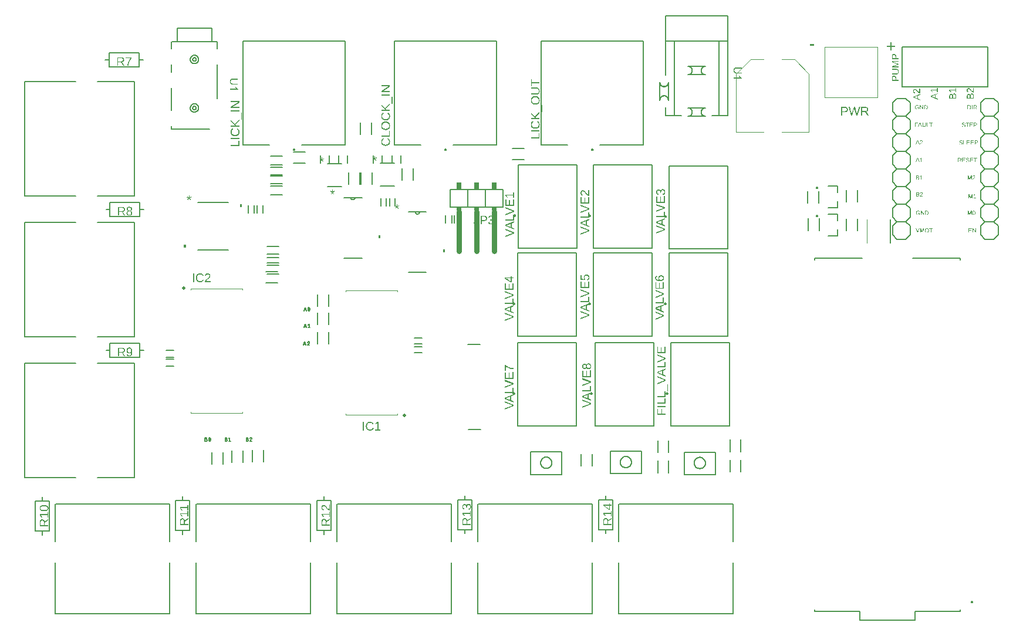
<source format=gbr>
G04 EAGLE Gerber RS-274X export*
G75*
%MOMM*%
%FSLAX34Y34*%
%LPD*%
%INSilkscreen Top*%
%IPPOS*%
%AMOC8*
5,1,8,0,0,1.08239X$1,22.5*%
G01*
G04 Define Apertures*
%ADD10C,0.152400*%
%ADD11C,0.127000*%
%ADD12C,0.120000*%
%ADD13C,0.200000*%
%ADD14C,0.500000*%
%ADD15C,0.100000*%
%ADD16C,0.762000*%
%ADD17R,0.762000X0.508000*%
%ADD18R,0.762000X1.016000*%
G36*
X237641Y548623D02*
X237641Y544559D01*
X234847Y544559D01*
X234847Y548623D01*
X237641Y548623D01*
G37*
G36*
X318413Y607121D02*
X318413Y603057D01*
X315619Y603057D01*
X315619Y607121D01*
X318413Y607121D01*
G37*
G36*
X518311Y562632D02*
X518311Y558568D01*
X515517Y558568D01*
X515517Y562632D01*
X518311Y562632D01*
G37*
G36*
X611291Y541822D02*
X611291Y537758D01*
X608497Y537758D01*
X608497Y541822D01*
X611291Y541822D01*
G37*
G36*
X1348740Y759367D02*
X1338872Y759367D01*
X1338872Y762953D01*
X1338881Y763373D01*
X1338909Y763767D01*
X1338956Y764133D01*
X1339021Y764472D01*
X1339106Y764785D01*
X1339209Y765069D01*
X1339330Y765327D01*
X1339471Y765558D01*
X1339630Y765762D01*
X1339807Y765938D01*
X1340004Y766087D01*
X1340219Y766209D01*
X1340453Y766304D01*
X1340706Y766372D01*
X1340977Y766413D01*
X1341267Y766426D01*
X1341481Y766419D01*
X1341687Y766396D01*
X1341884Y766358D01*
X1342072Y766304D01*
X1342252Y766235D01*
X1342423Y766151D01*
X1342585Y766051D01*
X1342738Y765936D01*
X1342880Y765807D01*
X1342954Y765728D01*
X1343011Y765666D01*
X1343129Y765511D01*
X1343235Y765344D01*
X1343329Y765165D01*
X1343410Y764972D01*
X1343479Y764767D01*
X1343536Y764549D01*
X1343579Y764835D01*
X1343638Y765104D01*
X1343713Y765356D01*
X1343803Y765591D01*
X1343910Y765810D01*
X1344032Y766011D01*
X1344170Y766196D01*
X1344241Y766273D01*
X1344324Y766363D01*
X1344491Y766513D01*
X1344669Y766642D01*
X1344858Y766752D01*
X1345057Y766841D01*
X1345267Y766911D01*
X1345487Y766961D01*
X1345718Y766991D01*
X1345960Y767001D01*
X1346280Y766986D01*
X1346581Y766941D01*
X1346865Y766866D01*
X1347130Y766761D01*
X1347377Y766626D01*
X1347606Y766461D01*
X1347816Y766266D01*
X1348008Y766041D01*
X1348180Y765790D01*
X1348328Y765515D01*
X1348454Y765216D01*
X1348557Y764894D01*
X1348637Y764549D01*
X1348694Y764180D01*
X1348729Y763788D01*
X1348740Y763373D01*
X1348740Y759367D01*
G37*
%LPC*%
G36*
X1347668Y760704D02*
X1347668Y763303D01*
X1347661Y763599D01*
X1347640Y763874D01*
X1347604Y764128D01*
X1347555Y764362D01*
X1347491Y764575D01*
X1347412Y764767D01*
X1347320Y764938D01*
X1347213Y765089D01*
X1347092Y765220D01*
X1346958Y765334D01*
X1346809Y765430D01*
X1346646Y765509D01*
X1346469Y765570D01*
X1346278Y765614D01*
X1346073Y765640D01*
X1345854Y765649D01*
X1345643Y765639D01*
X1345446Y765611D01*
X1345262Y765563D01*
X1345091Y765496D01*
X1344935Y765410D01*
X1344792Y765304D01*
X1344662Y765180D01*
X1344547Y765036D01*
X1344444Y764873D01*
X1344356Y764691D01*
X1344281Y764490D01*
X1344220Y764270D01*
X1344172Y764031D01*
X1344138Y763772D01*
X1344117Y763495D01*
X1344111Y763198D01*
X1344111Y760704D01*
X1347668Y760704D01*
G37*
G36*
X1343067Y760704D02*
X1343067Y762953D01*
X1343061Y763212D01*
X1343042Y763454D01*
X1343010Y763680D01*
X1342966Y763888D01*
X1342910Y764080D01*
X1342840Y764255D01*
X1342759Y764412D01*
X1342664Y764553D01*
X1342557Y764677D01*
X1342436Y764784D01*
X1342302Y764875D01*
X1342154Y764950D01*
X1341993Y765007D01*
X1341818Y765049D01*
X1341630Y765073D01*
X1341428Y765082D01*
X1341236Y765073D01*
X1341057Y765048D01*
X1340893Y765005D01*
X1340743Y764945D01*
X1340608Y764868D01*
X1340487Y764774D01*
X1340379Y764663D01*
X1340286Y764535D01*
X1340206Y764391D01*
X1340136Y764232D01*
X1340077Y764057D01*
X1340029Y763867D01*
X1339965Y763440D01*
X1339943Y762953D01*
X1339943Y760704D01*
X1343067Y760704D01*
G37*
%LPD*%
G36*
X1348740Y768845D02*
X1347668Y768845D01*
X1347668Y771359D01*
X1340076Y771359D01*
X1341666Y769132D01*
X1340476Y769132D01*
X1338872Y771465D01*
X1338872Y772627D01*
X1347668Y772627D01*
X1347668Y775029D01*
X1348740Y775029D01*
X1348740Y768845D01*
G37*
G36*
X1374140Y759367D02*
X1364272Y759367D01*
X1364272Y762953D01*
X1364281Y763373D01*
X1364309Y763767D01*
X1364356Y764133D01*
X1364421Y764472D01*
X1364506Y764785D01*
X1364609Y765069D01*
X1364730Y765327D01*
X1364871Y765558D01*
X1365030Y765762D01*
X1365207Y765938D01*
X1365404Y766087D01*
X1365619Y766209D01*
X1365853Y766304D01*
X1366106Y766372D01*
X1366377Y766413D01*
X1366667Y766426D01*
X1366881Y766419D01*
X1367087Y766396D01*
X1367284Y766358D01*
X1367472Y766304D01*
X1367652Y766235D01*
X1367823Y766151D01*
X1367985Y766051D01*
X1368138Y765936D01*
X1368280Y765807D01*
X1368354Y765728D01*
X1368411Y765666D01*
X1368529Y765511D01*
X1368635Y765344D01*
X1368729Y765165D01*
X1368810Y764972D01*
X1368879Y764767D01*
X1368936Y764549D01*
X1368979Y764835D01*
X1369038Y765104D01*
X1369113Y765356D01*
X1369203Y765591D01*
X1369310Y765810D01*
X1369432Y766011D01*
X1369570Y766196D01*
X1369641Y766273D01*
X1369724Y766363D01*
X1369891Y766513D01*
X1370069Y766642D01*
X1370258Y766752D01*
X1370457Y766841D01*
X1370667Y766911D01*
X1370887Y766961D01*
X1371118Y766991D01*
X1371360Y767001D01*
X1371680Y766986D01*
X1371981Y766941D01*
X1372265Y766866D01*
X1372530Y766761D01*
X1372777Y766626D01*
X1373006Y766461D01*
X1373216Y766266D01*
X1373408Y766041D01*
X1373580Y765790D01*
X1373728Y765515D01*
X1373854Y765216D01*
X1373957Y764894D01*
X1374037Y764549D01*
X1374094Y764180D01*
X1374129Y763788D01*
X1374140Y763373D01*
X1374140Y759367D01*
G37*
%LPC*%
G36*
X1373068Y760704D02*
X1373068Y763303D01*
X1373061Y763599D01*
X1373040Y763874D01*
X1373004Y764128D01*
X1372955Y764362D01*
X1372891Y764575D01*
X1372812Y764767D01*
X1372720Y764938D01*
X1372613Y765089D01*
X1372492Y765220D01*
X1372358Y765334D01*
X1372209Y765430D01*
X1372046Y765509D01*
X1371869Y765570D01*
X1371678Y765614D01*
X1371473Y765640D01*
X1371254Y765649D01*
X1371043Y765639D01*
X1370846Y765611D01*
X1370662Y765563D01*
X1370491Y765496D01*
X1370335Y765410D01*
X1370192Y765304D01*
X1370062Y765180D01*
X1369947Y765036D01*
X1369844Y764873D01*
X1369756Y764691D01*
X1369681Y764490D01*
X1369620Y764270D01*
X1369572Y764031D01*
X1369538Y763772D01*
X1369517Y763495D01*
X1369511Y763198D01*
X1369511Y760704D01*
X1373068Y760704D01*
G37*
G36*
X1368467Y760704D02*
X1368467Y762953D01*
X1368461Y763212D01*
X1368442Y763454D01*
X1368410Y763680D01*
X1368366Y763888D01*
X1368310Y764080D01*
X1368240Y764255D01*
X1368159Y764412D01*
X1368064Y764553D01*
X1367957Y764677D01*
X1367836Y764784D01*
X1367702Y764875D01*
X1367554Y764950D01*
X1367393Y765007D01*
X1367218Y765049D01*
X1367030Y765073D01*
X1366828Y765082D01*
X1366636Y765073D01*
X1366457Y765048D01*
X1366293Y765005D01*
X1366143Y764945D01*
X1366008Y764868D01*
X1365887Y764774D01*
X1365779Y764663D01*
X1365686Y764535D01*
X1365606Y764391D01*
X1365536Y764232D01*
X1365477Y764057D01*
X1365429Y763867D01*
X1365365Y763440D01*
X1365343Y762953D01*
X1365343Y760704D01*
X1368467Y760704D01*
G37*
%LPD*%
G36*
X1374140Y768474D02*
X1373251Y768474D01*
X1372853Y768662D01*
X1372479Y768870D01*
X1372130Y769098D01*
X1371804Y769346D01*
X1371207Y769874D01*
X1370670Y770428D01*
X1370180Y770993D01*
X1369728Y771552D01*
X1369293Y772082D01*
X1368859Y772557D01*
X1368639Y772770D01*
X1368414Y772962D01*
X1368184Y773133D01*
X1367949Y773282D01*
X1367703Y773403D01*
X1367441Y773489D01*
X1367163Y773541D01*
X1366870Y773559D01*
X1366673Y773551D01*
X1366487Y773529D01*
X1366312Y773492D01*
X1366149Y773440D01*
X1365997Y773373D01*
X1365856Y773291D01*
X1365727Y773194D01*
X1365609Y773082D01*
X1365504Y772958D01*
X1365413Y772821D01*
X1365336Y772673D01*
X1365273Y772513D01*
X1365224Y772342D01*
X1365189Y772159D01*
X1365168Y771965D01*
X1365161Y771759D01*
X1365168Y771562D01*
X1365189Y771374D01*
X1365223Y771194D01*
X1365271Y771024D01*
X1365332Y770863D01*
X1365407Y770710D01*
X1365599Y770431D01*
X1365714Y770308D01*
X1365840Y770197D01*
X1365977Y770101D01*
X1366125Y770017D01*
X1366284Y769947D01*
X1366454Y769891D01*
X1366636Y769848D01*
X1366828Y769819D01*
X1366709Y768530D01*
X1366421Y768576D01*
X1366147Y768645D01*
X1365889Y768737D01*
X1365646Y768851D01*
X1365418Y768988D01*
X1365205Y769148D01*
X1365008Y769330D01*
X1364825Y769535D01*
X1364661Y769759D01*
X1364519Y769998D01*
X1364398Y770253D01*
X1364300Y770523D01*
X1364223Y770809D01*
X1364168Y771110D01*
X1364136Y771427D01*
X1364125Y771759D01*
X1364136Y772121D01*
X1364169Y772461D01*
X1364224Y772781D01*
X1364301Y773078D01*
X1364400Y773354D01*
X1364521Y773608D01*
X1364664Y773841D01*
X1364829Y774052D01*
X1365014Y774240D01*
X1365217Y774403D01*
X1365440Y774541D01*
X1365680Y774654D01*
X1365940Y774742D01*
X1366217Y774804D01*
X1366513Y774842D01*
X1366828Y774854D01*
X1367115Y774838D01*
X1367401Y774789D01*
X1367686Y774707D01*
X1367970Y774592D01*
X1368253Y774444D01*
X1368537Y774265D01*
X1368821Y774054D01*
X1369104Y773811D01*
X1369427Y773493D01*
X1369827Y773056D01*
X1370306Y772502D01*
X1370862Y771829D01*
X1371488Y771106D01*
X1371777Y770806D01*
X1372049Y770547D01*
X1372311Y770326D01*
X1372569Y770137D01*
X1372821Y769982D01*
X1373068Y769861D01*
X1373068Y775008D01*
X1374140Y775008D01*
X1374140Y768474D01*
G37*
G36*
X1293425Y618490D02*
X1291025Y618490D01*
X1291025Y624402D01*
X1293173Y624402D01*
X1293661Y624380D01*
X1293881Y624352D01*
X1294084Y624313D01*
X1294271Y624262D01*
X1294442Y624201D01*
X1294596Y624128D01*
X1294734Y624044D01*
X1294856Y623948D01*
X1294962Y623842D01*
X1295051Y623724D01*
X1295125Y623595D01*
X1295182Y623455D01*
X1295222Y623304D01*
X1295247Y623141D01*
X1295255Y622967D01*
X1295236Y622716D01*
X1295181Y622485D01*
X1295089Y622275D01*
X1294961Y622086D01*
X1294835Y621959D01*
X1294799Y621922D01*
X1294606Y621788D01*
X1294383Y621683D01*
X1294130Y621608D01*
X1294462Y621547D01*
X1294754Y621448D01*
X1295006Y621311D01*
X1295166Y621178D01*
X1295217Y621136D01*
X1295384Y620929D01*
X1295503Y620697D01*
X1295575Y620439D01*
X1295599Y620156D01*
X1295590Y619964D01*
X1295563Y619783D01*
X1295518Y619613D01*
X1295455Y619455D01*
X1295374Y619307D01*
X1295275Y619170D01*
X1295159Y619044D01*
X1295024Y618928D01*
X1294873Y618826D01*
X1294708Y618737D01*
X1294530Y618661D01*
X1294337Y618600D01*
X1294130Y618552D01*
X1293909Y618517D01*
X1293674Y618497D01*
X1293425Y618490D01*
G37*
%LPC*%
G36*
X1293383Y619132D02*
X1293725Y619149D01*
X1294018Y619200D01*
X1294260Y619285D01*
X1294453Y619405D01*
X1294600Y619558D01*
X1294705Y619745D01*
X1294768Y619965D01*
X1294789Y620219D01*
X1294766Y620464D01*
X1294697Y620676D01*
X1294582Y620856D01*
X1294422Y621002D01*
X1294215Y621117D01*
X1293963Y621198D01*
X1293664Y621247D01*
X1293320Y621264D01*
X1291826Y621264D01*
X1291826Y619132D01*
X1293383Y619132D01*
G37*
G36*
X1293173Y621889D02*
X1293474Y621904D01*
X1293734Y621949D01*
X1293953Y622025D01*
X1294132Y622130D01*
X1294271Y622267D01*
X1294370Y622436D01*
X1294429Y622637D01*
X1294449Y622871D01*
X1294429Y623093D01*
X1294367Y623281D01*
X1294265Y623435D01*
X1294122Y623555D01*
X1293940Y623645D01*
X1293721Y623709D01*
X1293466Y623748D01*
X1293173Y623760D01*
X1291826Y623760D01*
X1291826Y621889D01*
X1293173Y621889D01*
G37*
%LPD*%
G36*
X1300386Y618490D02*
X1296471Y618490D01*
X1296471Y619023D01*
X1296584Y619261D01*
X1296709Y619485D01*
X1296845Y619694D01*
X1296993Y619889D01*
X1297310Y620247D01*
X1297642Y620569D01*
X1298315Y621134D01*
X1298633Y621394D01*
X1298917Y621654D01*
X1299160Y621920D01*
X1299352Y622199D01*
X1299424Y622347D01*
X1299476Y622504D01*
X1299507Y622670D01*
X1299517Y622846D01*
X1299500Y623075D01*
X1299446Y623278D01*
X1299357Y623453D01*
X1299232Y623601D01*
X1299075Y623718D01*
X1298891Y623802D01*
X1298679Y623853D01*
X1298439Y623869D01*
X1298208Y623853D01*
X1297999Y623804D01*
X1297811Y623722D01*
X1297644Y623607D01*
X1297504Y623463D01*
X1297396Y623292D01*
X1297320Y623095D01*
X1297277Y622871D01*
X1296505Y622942D01*
X1296532Y623115D01*
X1296574Y623279D01*
X1296629Y623433D01*
X1296697Y623579D01*
X1296779Y623715D01*
X1296875Y623843D01*
X1297107Y624071D01*
X1297384Y624254D01*
X1297537Y624327D01*
X1297699Y624386D01*
X1297870Y624432D01*
X1298050Y624464D01*
X1298240Y624484D01*
X1298439Y624491D01*
X1298656Y624484D01*
X1298860Y624464D01*
X1299051Y624431D01*
X1299229Y624385D01*
X1299395Y624326D01*
X1299547Y624253D01*
X1299687Y624168D01*
X1299813Y624069D01*
X1299926Y623958D01*
X1300023Y623836D01*
X1300106Y623703D01*
X1300174Y623558D01*
X1300226Y623403D01*
X1300264Y623237D01*
X1300286Y623059D01*
X1300294Y622871D01*
X1300284Y622699D01*
X1300254Y622528D01*
X1300205Y622357D01*
X1300136Y622187D01*
X1300048Y622017D01*
X1299941Y621847D01*
X1299668Y621507D01*
X1299216Y621074D01*
X1298481Y620454D01*
X1298048Y620079D01*
X1297713Y619743D01*
X1297468Y619432D01*
X1297375Y619280D01*
X1297302Y619132D01*
X1300386Y619132D01*
X1300386Y618490D01*
G37*
G36*
X1293425Y642620D02*
X1291025Y642620D01*
X1291025Y648532D01*
X1293173Y648532D01*
X1293661Y648510D01*
X1293881Y648482D01*
X1294084Y648443D01*
X1294271Y648392D01*
X1294442Y648331D01*
X1294596Y648258D01*
X1294734Y648174D01*
X1294856Y648078D01*
X1294962Y647972D01*
X1295051Y647854D01*
X1295125Y647725D01*
X1295182Y647585D01*
X1295222Y647434D01*
X1295247Y647271D01*
X1295255Y647097D01*
X1295236Y646846D01*
X1295181Y646615D01*
X1295089Y646405D01*
X1294961Y646216D01*
X1294835Y646089D01*
X1294799Y646052D01*
X1294606Y645918D01*
X1294383Y645813D01*
X1294130Y645738D01*
X1294462Y645677D01*
X1294754Y645578D01*
X1295006Y645441D01*
X1295166Y645308D01*
X1295217Y645266D01*
X1295384Y645059D01*
X1295503Y644827D01*
X1295575Y644569D01*
X1295599Y644286D01*
X1295590Y644094D01*
X1295563Y643913D01*
X1295518Y643743D01*
X1295455Y643585D01*
X1295374Y643437D01*
X1295275Y643300D01*
X1295159Y643174D01*
X1295024Y643058D01*
X1294873Y642956D01*
X1294708Y642867D01*
X1294530Y642791D01*
X1294337Y642730D01*
X1294130Y642682D01*
X1293909Y642647D01*
X1293674Y642627D01*
X1293425Y642620D01*
G37*
%LPC*%
G36*
X1293383Y643262D02*
X1293725Y643279D01*
X1294018Y643330D01*
X1294260Y643415D01*
X1294453Y643535D01*
X1294600Y643688D01*
X1294705Y643875D01*
X1294768Y644095D01*
X1294789Y644349D01*
X1294766Y644594D01*
X1294697Y644806D01*
X1294582Y644986D01*
X1294422Y645132D01*
X1294215Y645247D01*
X1293963Y645328D01*
X1293664Y645377D01*
X1293320Y645394D01*
X1291826Y645394D01*
X1291826Y643262D01*
X1293383Y643262D01*
G37*
G36*
X1293173Y646019D02*
X1293474Y646034D01*
X1293734Y646079D01*
X1293953Y646155D01*
X1294132Y646260D01*
X1294271Y646397D01*
X1294370Y646566D01*
X1294429Y646767D01*
X1294449Y647001D01*
X1294429Y647223D01*
X1294367Y647411D01*
X1294265Y647565D01*
X1294122Y647685D01*
X1293940Y647775D01*
X1293721Y647839D01*
X1293466Y647878D01*
X1293173Y647890D01*
X1291826Y647890D01*
X1291826Y646019D01*
X1293173Y646019D01*
G37*
%LPD*%
G36*
X1300399Y642620D02*
X1296693Y642620D01*
X1296693Y643262D01*
X1298200Y643262D01*
X1298200Y647811D01*
X1296865Y646858D01*
X1296865Y647571D01*
X1298263Y648532D01*
X1298959Y648532D01*
X1298959Y643262D01*
X1300399Y643262D01*
X1300399Y642620D01*
G37*
G36*
X1291168Y668020D02*
X1290337Y668020D01*
X1292750Y673932D01*
X1293660Y673932D01*
X1296035Y668020D01*
X1295217Y668020D01*
X1294541Y669749D01*
X1291847Y669749D01*
X1291168Y668020D01*
G37*
%LPC*%
G36*
X1294302Y670374D02*
X1293543Y672325D01*
X1293308Y672980D01*
X1293194Y673328D01*
X1293157Y673211D01*
X1293027Y672813D01*
X1292846Y672317D01*
X1292091Y670374D01*
X1294302Y670374D01*
G37*
%LPD*%
G36*
X1300399Y668020D02*
X1296693Y668020D01*
X1296693Y668662D01*
X1298200Y668662D01*
X1298200Y673211D01*
X1296865Y672258D01*
X1296865Y672971D01*
X1298263Y673932D01*
X1298959Y673932D01*
X1298959Y668662D01*
X1300399Y668662D01*
X1300399Y668020D01*
G37*
G36*
X1291168Y693420D02*
X1290337Y693420D01*
X1292750Y699332D01*
X1293660Y699332D01*
X1296035Y693420D01*
X1295217Y693420D01*
X1294541Y695149D01*
X1291847Y695149D01*
X1291168Y693420D01*
G37*
%LPC*%
G36*
X1294302Y695774D02*
X1293543Y697725D01*
X1293308Y698380D01*
X1293194Y698728D01*
X1293157Y698611D01*
X1293027Y698213D01*
X1292846Y697717D01*
X1292091Y695774D01*
X1294302Y695774D01*
G37*
%LPD*%
G36*
X1300386Y693420D02*
X1296471Y693420D01*
X1296471Y693953D01*
X1296584Y694191D01*
X1296709Y694415D01*
X1296845Y694624D01*
X1296993Y694819D01*
X1297310Y695177D01*
X1297642Y695499D01*
X1298315Y696064D01*
X1298633Y696324D01*
X1298917Y696584D01*
X1299160Y696850D01*
X1299352Y697129D01*
X1299424Y697277D01*
X1299476Y697434D01*
X1299507Y697600D01*
X1299517Y697776D01*
X1299500Y698005D01*
X1299446Y698208D01*
X1299357Y698383D01*
X1299232Y698531D01*
X1299075Y698648D01*
X1298891Y698732D01*
X1298679Y698783D01*
X1298439Y698799D01*
X1298208Y698783D01*
X1297999Y698734D01*
X1297811Y698652D01*
X1297644Y698537D01*
X1297504Y698393D01*
X1297396Y698222D01*
X1297320Y698025D01*
X1297277Y697801D01*
X1296505Y697872D01*
X1296532Y698045D01*
X1296574Y698209D01*
X1296629Y698363D01*
X1296697Y698509D01*
X1296779Y698645D01*
X1296875Y698773D01*
X1297107Y699001D01*
X1297384Y699184D01*
X1297537Y699257D01*
X1297699Y699316D01*
X1297870Y699362D01*
X1298050Y699394D01*
X1298240Y699414D01*
X1298439Y699421D01*
X1298656Y699414D01*
X1298860Y699394D01*
X1299051Y699361D01*
X1299229Y699315D01*
X1299395Y699256D01*
X1299547Y699183D01*
X1299687Y699098D01*
X1299813Y698999D01*
X1299926Y698888D01*
X1300023Y698766D01*
X1300106Y698633D01*
X1300174Y698488D01*
X1300226Y698333D01*
X1300264Y698167D01*
X1300286Y697989D01*
X1300294Y697801D01*
X1300284Y697629D01*
X1300254Y697458D01*
X1300205Y697287D01*
X1300136Y697117D01*
X1300048Y696947D01*
X1299941Y696777D01*
X1299668Y696437D01*
X1299216Y696004D01*
X1298481Y695384D01*
X1298048Y695009D01*
X1297713Y694673D01*
X1297468Y694362D01*
X1297375Y694210D01*
X1297302Y694062D01*
X1300386Y694062D01*
X1300386Y693420D01*
G37*
G36*
X1306531Y566336D02*
X1306091Y566359D01*
X1305683Y566428D01*
X1305306Y566544D01*
X1304959Y566705D01*
X1304649Y566911D01*
X1304377Y567157D01*
X1304144Y567445D01*
X1303950Y567773D01*
X1303798Y568137D01*
X1303689Y568530D01*
X1303624Y568952D01*
X1303602Y569403D01*
X1303614Y569748D01*
X1303651Y570074D01*
X1303711Y570380D01*
X1303796Y570667D01*
X1303905Y570935D01*
X1304039Y571183D01*
X1304196Y571412D01*
X1304378Y571621D01*
X1304582Y571809D01*
X1304804Y571971D01*
X1305046Y572108D01*
X1305307Y572221D01*
X1305586Y572308D01*
X1305885Y572371D01*
X1306203Y572408D01*
X1306539Y572421D01*
X1306975Y572398D01*
X1307382Y572331D01*
X1307758Y572219D01*
X1308105Y572062D01*
X1308416Y571862D01*
X1308689Y571622D01*
X1308923Y571341D01*
X1309118Y571019D01*
X1309271Y570662D01*
X1309381Y570273D01*
X1309446Y569854D01*
X1309468Y569403D01*
X1309446Y568954D01*
X1309380Y568534D01*
X1309269Y568142D01*
X1309114Y567780D01*
X1308917Y567451D01*
X1308682Y567164D01*
X1308408Y566916D01*
X1308096Y566710D01*
X1307750Y566546D01*
X1307373Y566429D01*
X1306967Y566359D01*
X1306531Y566336D01*
G37*
%LPC*%
G36*
X1306531Y566986D02*
X1306779Y566996D01*
X1307013Y567026D01*
X1307232Y567075D01*
X1307436Y567144D01*
X1307625Y567233D01*
X1307799Y567342D01*
X1307958Y567470D01*
X1308102Y567618D01*
X1308231Y567784D01*
X1308342Y567966D01*
X1308436Y568165D01*
X1308513Y568380D01*
X1308573Y568611D01*
X1308616Y568859D01*
X1308641Y569123D01*
X1308650Y569403D01*
X1308641Y569672D01*
X1308616Y569926D01*
X1308572Y570164D01*
X1308512Y570389D01*
X1308434Y570598D01*
X1308340Y570792D01*
X1308228Y570972D01*
X1308098Y571136D01*
X1307953Y571284D01*
X1307794Y571412D01*
X1307620Y571520D01*
X1307433Y571609D01*
X1307231Y571677D01*
X1307014Y571727D01*
X1306784Y571756D01*
X1306539Y571766D01*
X1306293Y571756D01*
X1306060Y571727D01*
X1305843Y571679D01*
X1305639Y571611D01*
X1305450Y571523D01*
X1305276Y571417D01*
X1305116Y571290D01*
X1304970Y571145D01*
X1304840Y570982D01*
X1304728Y570803D01*
X1304632Y570609D01*
X1304555Y570399D01*
X1304494Y570174D01*
X1304451Y569932D01*
X1304425Y569676D01*
X1304416Y569403D01*
X1304425Y569133D01*
X1304451Y568876D01*
X1304495Y568634D01*
X1304556Y568406D01*
X1304635Y568193D01*
X1304731Y567994D01*
X1304845Y567809D01*
X1304976Y567639D01*
X1305123Y567486D01*
X1305284Y567354D01*
X1305457Y567241D01*
X1305645Y567150D01*
X1305846Y567078D01*
X1306061Y567027D01*
X1306289Y566997D01*
X1306531Y566986D01*
G37*
%LPD*%
G36*
X1297457Y566420D02*
X1296744Y566420D01*
X1296744Y572332D01*
X1297797Y572332D01*
X1299371Y568233D01*
X1299532Y567702D01*
X1299635Y567293D01*
X1299775Y567803D01*
X1299920Y568233D01*
X1301464Y572332D01*
X1302492Y572332D01*
X1302492Y566420D01*
X1301771Y566420D01*
X1301771Y570364D01*
X1301780Y571006D01*
X1301808Y571623D01*
X1301613Y570954D01*
X1301439Y570448D01*
X1299912Y566420D01*
X1299350Y566420D01*
X1297801Y570448D01*
X1297566Y571162D01*
X1297428Y571623D01*
X1297440Y571157D01*
X1297457Y570364D01*
X1297457Y566420D01*
G37*
G36*
X1293601Y566420D02*
X1292771Y566420D01*
X1290358Y572332D01*
X1291201Y572332D01*
X1292838Y568170D01*
X1293190Y567125D01*
X1293543Y568170D01*
X1295171Y572332D01*
X1296014Y572332D01*
X1293601Y566420D01*
G37*
G36*
X1312904Y566420D02*
X1312106Y566420D01*
X1312106Y571678D01*
X1310076Y571678D01*
X1310076Y572332D01*
X1314935Y572332D01*
X1314935Y571678D01*
X1312904Y571678D01*
X1312904Y566420D01*
G37*
G36*
X1306111Y591820D02*
X1303900Y591820D01*
X1303900Y597732D01*
X1305855Y597732D01*
X1306220Y597721D01*
X1306564Y597685D01*
X1306886Y597626D01*
X1307186Y597544D01*
X1307465Y597438D01*
X1307723Y597309D01*
X1307959Y597156D01*
X1308174Y596979D01*
X1308365Y596781D01*
X1308531Y596563D01*
X1308671Y596325D01*
X1308786Y596067D01*
X1308875Y595789D01*
X1308939Y595492D01*
X1308977Y595174D01*
X1308990Y594837D01*
X1308968Y594394D01*
X1308901Y593979D01*
X1308789Y593594D01*
X1308633Y593236D01*
X1308436Y592913D01*
X1308202Y592630D01*
X1307931Y592388D01*
X1307622Y592185D01*
X1307282Y592025D01*
X1306917Y591911D01*
X1306527Y591843D01*
X1306111Y591820D01*
G37*
%LPC*%
G36*
X1306019Y592462D02*
X1306334Y592480D01*
X1306630Y592533D01*
X1306906Y592623D01*
X1307162Y592747D01*
X1307395Y592906D01*
X1307598Y593096D01*
X1307773Y593317D01*
X1307920Y593570D01*
X1308036Y593850D01*
X1308118Y594155D01*
X1308168Y594484D01*
X1308184Y594837D01*
X1308175Y595104D01*
X1308147Y595354D01*
X1308100Y595588D01*
X1308034Y595806D01*
X1307949Y596007D01*
X1307846Y596192D01*
X1307723Y596361D01*
X1307582Y596513D01*
X1307423Y596649D01*
X1307247Y596766D01*
X1307055Y596865D01*
X1306845Y596946D01*
X1306619Y597009D01*
X1306376Y597054D01*
X1306115Y597081D01*
X1305839Y597090D01*
X1304701Y597090D01*
X1304701Y592462D01*
X1306019Y592462D01*
G37*
%LPD*%
G36*
X1298395Y591820D02*
X1297681Y591820D01*
X1297681Y597732D01*
X1298613Y597732D01*
X1301810Y592663D01*
X1301772Y593373D01*
X1301760Y593855D01*
X1301760Y597732D01*
X1302482Y597732D01*
X1302482Y591820D01*
X1301517Y591820D01*
X1298353Y596855D01*
X1298374Y596448D01*
X1298395Y595748D01*
X1298395Y591820D01*
G37*
G36*
X1293731Y591736D02*
X1293284Y591759D01*
X1292868Y591828D01*
X1292484Y591944D01*
X1292133Y592105D01*
X1291817Y592310D01*
X1291541Y592556D01*
X1291304Y592842D01*
X1291107Y593169D01*
X1290952Y593532D01*
X1290841Y593925D01*
X1290774Y594349D01*
X1290752Y594803D01*
X1290764Y595153D01*
X1290800Y595482D01*
X1290861Y595791D01*
X1290945Y596080D01*
X1291054Y596349D01*
X1291187Y596597D01*
X1291343Y596824D01*
X1291524Y597032D01*
X1291727Y597217D01*
X1291949Y597377D01*
X1292191Y597512D01*
X1292453Y597623D01*
X1292734Y597710D01*
X1293034Y597771D01*
X1293354Y597808D01*
X1293694Y597821D01*
X1294162Y597800D01*
X1294583Y597738D01*
X1294959Y597634D01*
X1295288Y597489D01*
X1295577Y597298D01*
X1295831Y597058D01*
X1296049Y596768D01*
X1296232Y596427D01*
X1295469Y596201D01*
X1295331Y596436D01*
X1295169Y596636D01*
X1294984Y596803D01*
X1294774Y596935D01*
X1294539Y597036D01*
X1294278Y597108D01*
X1293989Y597151D01*
X1293673Y597166D01*
X1293424Y597156D01*
X1293191Y597127D01*
X1292973Y597079D01*
X1292770Y597011D01*
X1292581Y596924D01*
X1292408Y596818D01*
X1292250Y596692D01*
X1292108Y596547D01*
X1291981Y596384D01*
X1291871Y596206D01*
X1291778Y596012D01*
X1291702Y595802D01*
X1291642Y595576D01*
X1291600Y595334D01*
X1291575Y595077D01*
X1291566Y594803D01*
X1291575Y594531D01*
X1291602Y594273D01*
X1291647Y594030D01*
X1291710Y593801D01*
X1291791Y593587D01*
X1291890Y593388D01*
X1292006Y593204D01*
X1292141Y593035D01*
X1292292Y592883D01*
X1292456Y592751D01*
X1292634Y592640D01*
X1292826Y592549D01*
X1293032Y592478D01*
X1293251Y592427D01*
X1293484Y592397D01*
X1293731Y592386D01*
X1294016Y592397D01*
X1294291Y592431D01*
X1294556Y592486D01*
X1294812Y592563D01*
X1295051Y592659D01*
X1295266Y592770D01*
X1295457Y592898D01*
X1295624Y593041D01*
X1295624Y594107D01*
X1293857Y594107D01*
X1293857Y594778D01*
X1296362Y594778D01*
X1296362Y592739D01*
X1296114Y592513D01*
X1295840Y592315D01*
X1295538Y592143D01*
X1295211Y591998D01*
X1294862Y591884D01*
X1294500Y591802D01*
X1294123Y591752D01*
X1293731Y591736D01*
G37*
G36*
X1367337Y744220D02*
X1365126Y744220D01*
X1365126Y750132D01*
X1367081Y750132D01*
X1367446Y750121D01*
X1367789Y750085D01*
X1368111Y750026D01*
X1368412Y749944D01*
X1368691Y749838D01*
X1368948Y749709D01*
X1369185Y749556D01*
X1369399Y749379D01*
X1369591Y749181D01*
X1369757Y748963D01*
X1369897Y748725D01*
X1370012Y748467D01*
X1370101Y748189D01*
X1370165Y747892D01*
X1370203Y747574D01*
X1370216Y747237D01*
X1370193Y746794D01*
X1370126Y746379D01*
X1370015Y745994D01*
X1369859Y745636D01*
X1369662Y745313D01*
X1369428Y745030D01*
X1369156Y744788D01*
X1368848Y744585D01*
X1368508Y744425D01*
X1368143Y744311D01*
X1367752Y744243D01*
X1367337Y744220D01*
G37*
%LPC*%
G36*
X1367245Y744862D02*
X1367560Y744880D01*
X1367856Y744933D01*
X1368132Y745023D01*
X1368388Y745147D01*
X1368620Y745306D01*
X1368824Y745496D01*
X1368999Y745717D01*
X1369146Y745970D01*
X1369261Y746250D01*
X1369344Y746555D01*
X1369393Y746884D01*
X1369410Y747237D01*
X1369401Y747504D01*
X1369372Y747754D01*
X1369325Y747988D01*
X1369259Y748206D01*
X1369175Y748407D01*
X1369071Y748592D01*
X1368949Y748761D01*
X1368808Y748913D01*
X1368649Y749049D01*
X1368473Y749166D01*
X1368280Y749265D01*
X1368071Y749346D01*
X1367844Y749409D01*
X1367601Y749454D01*
X1367341Y749481D01*
X1367064Y749490D01*
X1365927Y749490D01*
X1365927Y744862D01*
X1367245Y744862D01*
G37*
%LPD*%
G36*
X1374490Y744220D02*
X1373688Y744220D01*
X1373688Y750132D01*
X1376470Y750132D01*
X1376713Y750125D01*
X1376941Y750104D01*
X1377155Y750070D01*
X1377355Y750021D01*
X1377541Y749958D01*
X1377712Y749881D01*
X1377869Y749790D01*
X1378012Y749686D01*
X1378140Y749568D01*
X1378250Y749440D01*
X1378343Y749301D01*
X1378420Y749151D01*
X1378479Y748990D01*
X1378522Y748818D01*
X1378547Y748635D01*
X1378556Y748441D01*
X1378532Y748125D01*
X1378460Y747835D01*
X1378340Y747571D01*
X1378172Y747334D01*
X1377962Y747130D01*
X1377790Y747017D01*
X1377715Y746967D01*
X1377432Y746847D01*
X1377112Y746767D01*
X1377827Y745683D01*
X1378791Y744220D01*
X1377868Y744220D01*
X1376332Y746675D01*
X1374490Y746675D01*
X1374490Y744220D01*
G37*
%LPC*%
G36*
X1376424Y747308D02*
X1376723Y747327D01*
X1376986Y747382D01*
X1377213Y747475D01*
X1377404Y747604D01*
X1377555Y747767D01*
X1377663Y747959D01*
X1377728Y748181D01*
X1377750Y748433D01*
X1377728Y748676D01*
X1377662Y748888D01*
X1377553Y749069D01*
X1377400Y749220D01*
X1377205Y749338D01*
X1376972Y749423D01*
X1376701Y749473D01*
X1376390Y749490D01*
X1374490Y749490D01*
X1374490Y747308D01*
X1376424Y747308D01*
G37*
%LPD*%
G36*
X1372203Y744220D02*
X1371401Y744220D01*
X1371401Y750132D01*
X1372203Y750132D01*
X1372203Y744220D01*
G37*
G36*
X1374969Y718820D02*
X1374168Y718820D01*
X1374168Y724732D01*
X1376656Y724732D01*
X1376898Y724725D01*
X1377125Y724703D01*
X1377339Y724667D01*
X1377538Y724616D01*
X1377724Y724550D01*
X1377895Y724470D01*
X1378053Y724376D01*
X1378196Y724267D01*
X1378324Y724144D01*
X1378435Y724010D01*
X1378528Y723864D01*
X1378605Y723705D01*
X1378665Y723535D01*
X1378707Y723353D01*
X1378733Y723159D01*
X1378741Y722953D01*
X1378733Y722749D01*
X1378707Y722555D01*
X1378664Y722372D01*
X1378605Y722200D01*
X1378528Y722039D01*
X1378433Y721888D01*
X1378322Y721748D01*
X1378194Y721619D01*
X1378051Y721503D01*
X1377896Y721402D01*
X1377728Y721317D01*
X1377548Y721247D01*
X1377356Y721193D01*
X1377152Y721155D01*
X1376935Y721131D01*
X1376706Y721124D01*
X1374969Y721124D01*
X1374969Y718820D01*
G37*
%LPC*%
G36*
X1376593Y721757D02*
X1376908Y721776D01*
X1377180Y721832D01*
X1377411Y721924D01*
X1377600Y722054D01*
X1377747Y722221D01*
X1377852Y722425D01*
X1377915Y722667D01*
X1377936Y722945D01*
X1377914Y723213D01*
X1377850Y723446D01*
X1377742Y723643D01*
X1377592Y723804D01*
X1377398Y723929D01*
X1377162Y724019D01*
X1376882Y724072D01*
X1376559Y724090D01*
X1374969Y724090D01*
X1374969Y721757D01*
X1376593Y721757D01*
G37*
%LPD*%
G36*
X1373107Y718820D02*
X1368449Y718820D01*
X1368449Y724732D01*
X1372935Y724732D01*
X1372935Y724078D01*
X1369250Y724078D01*
X1369250Y722181D01*
X1372683Y722181D01*
X1372683Y721535D01*
X1369250Y721535D01*
X1369250Y719475D01*
X1373107Y719475D01*
X1373107Y718820D01*
G37*
G36*
X1359671Y718736D02*
X1359408Y718742D01*
X1359159Y718760D01*
X1358924Y718789D01*
X1358704Y718830D01*
X1358497Y718883D01*
X1358305Y718947D01*
X1358127Y719024D01*
X1357964Y719112D01*
X1357814Y719211D01*
X1357679Y719323D01*
X1357558Y719446D01*
X1357451Y719581D01*
X1357358Y719728D01*
X1357280Y719886D01*
X1357216Y720056D01*
X1357165Y720238D01*
X1357942Y720394D01*
X1358028Y720145D01*
X1358152Y719931D01*
X1358313Y719754D01*
X1358512Y719611D01*
X1358750Y719502D01*
X1359027Y719424D01*
X1359344Y719377D01*
X1359700Y719361D01*
X1360066Y719378D01*
X1360388Y719428D01*
X1360665Y719511D01*
X1360898Y719628D01*
X1361082Y719777D01*
X1361214Y719957D01*
X1361293Y720168D01*
X1361313Y720285D01*
X1361320Y720410D01*
X1361311Y720548D01*
X1361287Y720673D01*
X1361245Y720783D01*
X1361187Y720880D01*
X1361029Y721045D01*
X1360816Y721178D01*
X1360554Y721286D01*
X1360245Y721375D01*
X1359511Y721548D01*
X1358895Y721703D01*
X1358447Y721858D01*
X1358123Y722022D01*
X1357875Y722204D01*
X1357689Y722411D01*
X1357554Y722651D01*
X1357505Y722784D01*
X1357470Y722926D01*
X1357449Y723078D01*
X1357442Y723239D01*
X1357451Y723423D01*
X1357479Y723597D01*
X1357524Y723759D01*
X1357588Y723911D01*
X1357669Y724052D01*
X1357769Y724182D01*
X1357887Y724301D01*
X1358024Y724409D01*
X1358177Y724506D01*
X1358345Y724589D01*
X1358530Y724660D01*
X1358730Y724718D01*
X1358946Y724763D01*
X1359177Y724795D01*
X1359425Y724814D01*
X1359687Y724821D01*
X1360161Y724801D01*
X1360576Y724743D01*
X1360931Y724647D01*
X1361227Y724512D01*
X1361356Y724428D01*
X1361474Y724331D01*
X1361681Y724095D01*
X1361847Y723805D01*
X1361974Y723461D01*
X1361185Y723322D01*
X1361106Y723541D01*
X1360997Y723728D01*
X1360858Y723882D01*
X1360690Y724004D01*
X1360490Y724097D01*
X1360255Y724163D01*
X1359984Y724203D01*
X1359679Y724216D01*
X1359345Y724202D01*
X1359054Y724158D01*
X1358804Y724084D01*
X1358596Y723981D01*
X1358433Y723849D01*
X1358316Y723689D01*
X1358246Y723499D01*
X1358223Y723281D01*
X1358232Y723150D01*
X1358259Y723031D01*
X1358304Y722925D01*
X1358368Y722829D01*
X1358544Y722665D01*
X1358785Y722527D01*
X1358955Y722462D01*
X1359193Y722389D01*
X1359872Y722223D01*
X1360415Y722095D01*
X1360680Y722024D01*
X1360934Y721940D01*
X1361173Y721842D01*
X1361397Y721728D01*
X1361599Y721593D01*
X1361773Y721430D01*
X1361915Y721238D01*
X1362022Y721015D01*
X1362090Y720754D01*
X1362113Y720452D01*
X1362103Y720254D01*
X1362073Y720066D01*
X1362023Y719891D01*
X1361953Y719726D01*
X1361863Y719574D01*
X1361753Y719433D01*
X1361623Y719303D01*
X1361473Y719185D01*
X1361305Y719080D01*
X1361120Y718989D01*
X1360919Y718911D01*
X1360702Y718848D01*
X1360469Y718799D01*
X1360219Y718764D01*
X1359953Y718743D01*
X1359671Y718736D01*
G37*
G36*
X1365515Y718820D02*
X1364718Y718820D01*
X1364718Y724078D01*
X1362687Y724078D01*
X1362687Y724732D01*
X1367546Y724732D01*
X1367546Y724078D01*
X1365515Y724078D01*
X1365515Y718820D01*
G37*
G36*
X1294648Y718820D02*
X1293817Y718820D01*
X1296230Y724732D01*
X1297140Y724732D01*
X1299515Y718820D01*
X1298697Y718820D01*
X1298021Y720549D01*
X1295327Y720549D01*
X1294648Y718820D01*
G37*
%LPC*%
G36*
X1297782Y721174D02*
X1297023Y723125D01*
X1296788Y723780D01*
X1296674Y724128D01*
X1296637Y724011D01*
X1296507Y723613D01*
X1296326Y723117D01*
X1295571Y721174D01*
X1297782Y721174D01*
G37*
%LPD*%
G36*
X1302617Y718736D02*
X1302266Y718753D01*
X1301938Y718802D01*
X1301632Y718885D01*
X1301350Y719000D01*
X1301095Y719148D01*
X1300870Y719325D01*
X1300675Y719532D01*
X1300511Y719768D01*
X1300381Y720032D01*
X1300287Y720320D01*
X1300232Y720632D01*
X1300213Y720968D01*
X1300213Y724732D01*
X1301014Y724732D01*
X1301014Y721036D01*
X1301021Y720839D01*
X1301040Y720655D01*
X1301072Y720483D01*
X1301117Y720323D01*
X1301175Y720176D01*
X1301246Y720040D01*
X1301329Y719917D01*
X1301426Y719806D01*
X1301534Y719708D01*
X1301654Y719623D01*
X1301785Y719550D01*
X1301928Y719491D01*
X1302082Y719445D01*
X1302248Y719413D01*
X1302425Y719393D01*
X1302613Y719386D01*
X1302807Y719393D01*
X1302990Y719414D01*
X1303161Y719448D01*
X1303322Y719495D01*
X1303471Y719556D01*
X1303610Y719631D01*
X1303737Y719719D01*
X1303853Y719821D01*
X1303957Y719936D01*
X1304047Y720063D01*
X1304123Y720203D01*
X1304185Y720355D01*
X1304234Y720520D01*
X1304268Y720698D01*
X1304289Y720888D01*
X1304296Y721090D01*
X1304296Y724732D01*
X1305093Y724732D01*
X1305093Y721044D01*
X1305074Y720698D01*
X1305017Y720376D01*
X1304922Y720079D01*
X1304789Y719806D01*
X1304621Y719561D01*
X1304422Y719347D01*
X1304191Y719164D01*
X1303929Y719011D01*
X1303638Y718891D01*
X1303323Y718805D01*
X1302983Y718753D01*
X1302617Y718736D01*
G37*
G36*
X1290556Y718820D02*
X1289755Y718820D01*
X1289755Y724732D01*
X1293955Y724732D01*
X1293955Y724078D01*
X1290556Y724078D01*
X1290556Y721879D01*
X1293855Y721879D01*
X1293855Y721216D01*
X1290556Y721216D01*
X1290556Y718820D01*
G37*
G36*
X1312915Y718820D02*
X1312118Y718820D01*
X1312118Y724078D01*
X1310087Y724078D01*
X1310087Y724732D01*
X1314946Y724732D01*
X1314946Y724078D01*
X1312915Y724078D01*
X1312915Y718820D01*
G37*
G36*
X1310232Y718820D02*
X1306442Y718820D01*
X1306442Y724732D01*
X1307244Y724732D01*
X1307244Y719475D01*
X1310232Y719475D01*
X1310232Y718820D01*
G37*
G36*
X1304841Y744220D02*
X1302630Y744220D01*
X1302630Y750132D01*
X1304585Y750132D01*
X1304950Y750121D01*
X1305294Y750085D01*
X1305616Y750026D01*
X1305916Y749944D01*
X1306195Y749838D01*
X1306453Y749709D01*
X1306689Y749556D01*
X1306904Y749379D01*
X1307095Y749181D01*
X1307261Y748963D01*
X1307401Y748725D01*
X1307516Y748467D01*
X1307605Y748189D01*
X1307669Y747892D01*
X1307707Y747574D01*
X1307720Y747237D01*
X1307698Y746794D01*
X1307631Y746379D01*
X1307519Y745994D01*
X1307363Y745636D01*
X1307166Y745313D01*
X1306932Y745030D01*
X1306661Y744788D01*
X1306352Y744585D01*
X1306012Y744425D01*
X1305647Y744311D01*
X1305257Y744243D01*
X1304841Y744220D01*
G37*
%LPC*%
G36*
X1304749Y744862D02*
X1305064Y744880D01*
X1305360Y744933D01*
X1305636Y745023D01*
X1305892Y745147D01*
X1306125Y745306D01*
X1306328Y745496D01*
X1306503Y745717D01*
X1306650Y745970D01*
X1306766Y746250D01*
X1306848Y746555D01*
X1306898Y746884D01*
X1306914Y747237D01*
X1306905Y747504D01*
X1306877Y747754D01*
X1306830Y747988D01*
X1306764Y748206D01*
X1306679Y748407D01*
X1306576Y748592D01*
X1306453Y748761D01*
X1306312Y748913D01*
X1306153Y749049D01*
X1305977Y749166D01*
X1305785Y749265D01*
X1305575Y749346D01*
X1305349Y749409D01*
X1305106Y749454D01*
X1304845Y749481D01*
X1304569Y749490D01*
X1303431Y749490D01*
X1303431Y744862D01*
X1304749Y744862D01*
G37*
%LPD*%
G36*
X1297125Y744220D02*
X1296411Y744220D01*
X1296411Y750132D01*
X1297343Y750132D01*
X1300540Y745063D01*
X1300502Y745773D01*
X1300490Y746255D01*
X1300490Y750132D01*
X1301212Y750132D01*
X1301212Y744220D01*
X1300247Y744220D01*
X1297083Y749255D01*
X1297104Y748848D01*
X1297125Y748148D01*
X1297125Y744220D01*
G37*
G36*
X1292461Y744136D02*
X1292014Y744159D01*
X1291598Y744228D01*
X1291214Y744344D01*
X1290863Y744505D01*
X1290547Y744710D01*
X1290271Y744956D01*
X1290034Y745242D01*
X1289837Y745569D01*
X1289682Y745932D01*
X1289571Y746325D01*
X1289504Y746749D01*
X1289482Y747203D01*
X1289494Y747553D01*
X1289530Y747882D01*
X1289591Y748191D01*
X1289675Y748480D01*
X1289784Y748749D01*
X1289917Y748997D01*
X1290073Y749224D01*
X1290254Y749432D01*
X1290457Y749617D01*
X1290679Y749777D01*
X1290921Y749912D01*
X1291183Y750023D01*
X1291464Y750110D01*
X1291764Y750171D01*
X1292084Y750208D01*
X1292424Y750221D01*
X1292892Y750200D01*
X1293313Y750138D01*
X1293689Y750034D01*
X1294018Y749889D01*
X1294307Y749698D01*
X1294561Y749458D01*
X1294779Y749168D01*
X1294962Y748827D01*
X1294199Y748601D01*
X1294061Y748836D01*
X1293899Y749036D01*
X1293714Y749203D01*
X1293504Y749335D01*
X1293269Y749436D01*
X1293008Y749508D01*
X1292719Y749551D01*
X1292403Y749566D01*
X1292154Y749556D01*
X1291921Y749527D01*
X1291703Y749479D01*
X1291500Y749411D01*
X1291311Y749324D01*
X1291138Y749218D01*
X1290980Y749092D01*
X1290838Y748947D01*
X1290711Y748784D01*
X1290601Y748606D01*
X1290508Y748412D01*
X1290432Y748202D01*
X1290372Y747976D01*
X1290330Y747734D01*
X1290305Y747477D01*
X1290296Y747203D01*
X1290305Y746931D01*
X1290332Y746673D01*
X1290377Y746430D01*
X1290440Y746201D01*
X1290521Y745987D01*
X1290620Y745788D01*
X1290736Y745604D01*
X1290871Y745435D01*
X1291022Y745283D01*
X1291186Y745151D01*
X1291364Y745040D01*
X1291556Y744949D01*
X1291762Y744878D01*
X1291981Y744827D01*
X1292214Y744797D01*
X1292461Y744786D01*
X1292746Y744797D01*
X1293021Y744831D01*
X1293286Y744886D01*
X1293542Y744963D01*
X1293781Y745059D01*
X1293996Y745170D01*
X1294187Y745298D01*
X1294354Y745441D01*
X1294354Y746507D01*
X1292587Y746507D01*
X1292587Y747178D01*
X1295092Y747178D01*
X1295092Y745139D01*
X1294844Y744913D01*
X1294570Y744715D01*
X1294268Y744543D01*
X1293941Y744398D01*
X1293592Y744284D01*
X1293230Y744202D01*
X1292853Y744152D01*
X1292461Y744136D01*
G37*
G36*
X1376258Y693420D02*
X1375457Y693420D01*
X1375457Y699332D01*
X1377945Y699332D01*
X1378187Y699325D01*
X1378414Y699303D01*
X1378628Y699267D01*
X1378827Y699216D01*
X1379013Y699150D01*
X1379184Y699070D01*
X1379342Y698976D01*
X1379485Y698867D01*
X1379613Y698744D01*
X1379724Y698610D01*
X1379817Y698464D01*
X1379894Y698305D01*
X1379954Y698135D01*
X1379996Y697953D01*
X1380022Y697759D01*
X1380030Y697553D01*
X1380022Y697349D01*
X1379996Y697155D01*
X1379953Y696972D01*
X1379894Y696800D01*
X1379817Y696639D01*
X1379722Y696488D01*
X1379611Y696348D01*
X1379483Y696219D01*
X1379340Y696103D01*
X1379185Y696002D01*
X1379017Y695917D01*
X1378837Y695847D01*
X1378645Y695793D01*
X1378441Y695755D01*
X1378224Y695731D01*
X1377995Y695724D01*
X1376258Y695724D01*
X1376258Y693420D01*
G37*
%LPC*%
G36*
X1377882Y696357D02*
X1378197Y696376D01*
X1378470Y696432D01*
X1378700Y696524D01*
X1378889Y696654D01*
X1379036Y696821D01*
X1379141Y697025D01*
X1379204Y697267D01*
X1379225Y697545D01*
X1379203Y697813D01*
X1379139Y698046D01*
X1379031Y698243D01*
X1378881Y698404D01*
X1378687Y698529D01*
X1378451Y698619D01*
X1378171Y698672D01*
X1377848Y698690D01*
X1376258Y698690D01*
X1376258Y696357D01*
X1377882Y696357D01*
G37*
%LPD*%
G36*
X1368646Y693420D02*
X1363988Y693420D01*
X1363988Y699332D01*
X1368474Y699332D01*
X1368474Y698678D01*
X1364789Y698678D01*
X1364789Y696781D01*
X1368222Y696781D01*
X1368222Y696135D01*
X1364789Y696135D01*
X1364789Y694075D01*
X1368646Y694075D01*
X1368646Y693420D01*
G37*
G36*
X1374364Y693420D02*
X1369707Y693420D01*
X1369707Y699332D01*
X1374192Y699332D01*
X1374192Y698678D01*
X1370508Y698678D01*
X1370508Y696781D01*
X1373941Y696781D01*
X1373941Y696135D01*
X1370508Y696135D01*
X1370508Y694075D01*
X1374364Y694075D01*
X1374364Y693420D01*
G37*
G36*
X1355678Y693336D02*
X1355415Y693342D01*
X1355166Y693360D01*
X1354932Y693389D01*
X1354711Y693430D01*
X1354505Y693483D01*
X1354313Y693547D01*
X1354135Y693624D01*
X1353972Y693712D01*
X1353822Y693811D01*
X1353687Y693923D01*
X1353566Y694046D01*
X1353459Y694181D01*
X1353366Y694328D01*
X1353288Y694486D01*
X1353223Y694656D01*
X1353173Y694838D01*
X1353950Y694994D01*
X1354036Y694745D01*
X1354159Y694531D01*
X1354321Y694354D01*
X1354520Y694211D01*
X1354758Y694102D01*
X1355035Y694024D01*
X1355352Y693977D01*
X1355708Y693961D01*
X1356074Y693978D01*
X1356395Y694028D01*
X1356673Y694111D01*
X1356906Y694228D01*
X1357090Y694377D01*
X1357222Y694557D01*
X1357301Y694768D01*
X1357321Y694885D01*
X1357327Y695010D01*
X1357319Y695148D01*
X1357294Y695273D01*
X1357253Y695383D01*
X1357195Y695480D01*
X1357036Y695645D01*
X1356824Y695778D01*
X1356562Y695886D01*
X1356253Y695975D01*
X1355519Y696148D01*
X1354903Y696303D01*
X1354455Y696458D01*
X1354130Y696622D01*
X1353882Y696804D01*
X1353697Y697011D01*
X1353561Y697251D01*
X1353513Y697384D01*
X1353478Y697526D01*
X1353457Y697678D01*
X1353450Y697839D01*
X1353459Y698023D01*
X1353486Y698197D01*
X1353532Y698359D01*
X1353595Y698511D01*
X1353677Y698652D01*
X1353777Y698782D01*
X1353895Y698901D01*
X1354031Y699009D01*
X1354184Y699106D01*
X1354353Y699189D01*
X1354538Y699260D01*
X1354738Y699318D01*
X1354954Y699363D01*
X1355185Y699395D01*
X1355432Y699414D01*
X1355695Y699421D01*
X1356169Y699401D01*
X1356584Y699343D01*
X1356939Y699247D01*
X1357235Y699112D01*
X1357363Y699028D01*
X1357482Y698931D01*
X1357688Y698695D01*
X1357855Y698405D01*
X1357982Y698061D01*
X1357193Y697922D01*
X1357113Y698141D01*
X1357004Y698328D01*
X1356866Y698482D01*
X1356698Y698604D01*
X1356498Y698697D01*
X1356263Y698763D01*
X1355992Y698803D01*
X1355687Y698816D01*
X1355353Y698802D01*
X1355061Y698758D01*
X1354812Y698684D01*
X1354604Y698581D01*
X1354441Y698449D01*
X1354324Y698289D01*
X1354254Y698099D01*
X1354231Y697881D01*
X1354240Y697750D01*
X1354267Y697631D01*
X1354312Y697525D01*
X1354375Y697429D01*
X1354552Y697265D01*
X1354793Y697127D01*
X1354963Y697062D01*
X1355201Y696989D01*
X1355880Y696823D01*
X1356423Y696695D01*
X1356688Y696624D01*
X1356941Y696540D01*
X1357181Y696442D01*
X1357405Y696328D01*
X1357607Y696193D01*
X1357781Y696030D01*
X1357923Y695838D01*
X1358030Y695615D01*
X1358098Y695354D01*
X1358120Y695052D01*
X1358110Y694854D01*
X1358080Y694666D01*
X1358031Y694491D01*
X1357961Y694326D01*
X1357871Y694174D01*
X1357761Y694033D01*
X1357631Y693903D01*
X1357481Y693785D01*
X1357312Y693680D01*
X1357128Y693589D01*
X1356927Y693511D01*
X1356710Y693448D01*
X1356477Y693399D01*
X1356227Y693364D01*
X1355961Y693343D01*
X1355678Y693336D01*
G37*
G36*
X1362996Y693420D02*
X1359207Y693420D01*
X1359207Y699332D01*
X1360008Y699332D01*
X1360008Y694075D01*
X1362996Y694075D01*
X1362996Y693420D01*
G37*
G36*
X1352076Y668020D02*
X1351274Y668020D01*
X1351274Y673932D01*
X1354056Y673932D01*
X1354299Y673925D01*
X1354527Y673904D01*
X1354741Y673870D01*
X1354941Y673821D01*
X1355127Y673758D01*
X1355298Y673681D01*
X1355455Y673590D01*
X1355598Y673486D01*
X1355726Y673368D01*
X1355836Y673240D01*
X1355929Y673101D01*
X1356006Y672951D01*
X1356065Y672790D01*
X1356108Y672618D01*
X1356133Y672435D01*
X1356142Y672241D01*
X1356118Y671925D01*
X1356046Y671635D01*
X1355926Y671371D01*
X1355758Y671134D01*
X1355547Y670930D01*
X1355375Y670817D01*
X1355301Y670767D01*
X1355018Y670647D01*
X1354698Y670567D01*
X1355413Y669483D01*
X1356377Y668020D01*
X1355453Y668020D01*
X1353918Y670475D01*
X1352076Y670475D01*
X1352076Y668020D01*
G37*
%LPC*%
G36*
X1354010Y671108D02*
X1354309Y671127D01*
X1354572Y671182D01*
X1354799Y671275D01*
X1354990Y671404D01*
X1355141Y671567D01*
X1355249Y671759D01*
X1355314Y671981D01*
X1355336Y672233D01*
X1355314Y672476D01*
X1355248Y672688D01*
X1355139Y672869D01*
X1354986Y673020D01*
X1354791Y673138D01*
X1354558Y673223D01*
X1354287Y673273D01*
X1353976Y673290D01*
X1352076Y673290D01*
X1352076Y671108D01*
X1354010Y671108D01*
G37*
%LPD*%
G36*
X1362119Y668020D02*
X1357462Y668020D01*
X1357462Y673932D01*
X1361947Y673932D01*
X1361947Y673278D01*
X1358263Y673278D01*
X1358263Y671381D01*
X1361696Y671381D01*
X1361696Y670735D01*
X1358263Y670735D01*
X1358263Y668675D01*
X1362119Y668675D01*
X1362119Y668020D01*
G37*
G36*
X1373588Y668020D02*
X1368930Y668020D01*
X1368930Y673932D01*
X1373416Y673932D01*
X1373416Y673278D01*
X1369732Y673278D01*
X1369732Y671381D01*
X1373164Y671381D01*
X1373164Y670735D01*
X1369732Y670735D01*
X1369732Y668675D01*
X1373588Y668675D01*
X1373588Y668020D01*
G37*
G36*
X1365402Y667936D02*
X1365139Y667942D01*
X1364890Y667960D01*
X1364655Y667989D01*
X1364435Y668030D01*
X1364229Y668083D01*
X1364037Y668147D01*
X1363859Y668224D01*
X1363695Y668312D01*
X1363546Y668411D01*
X1363410Y668523D01*
X1363289Y668646D01*
X1363182Y668781D01*
X1363090Y668928D01*
X1363011Y669086D01*
X1362947Y669256D01*
X1362897Y669438D01*
X1363673Y669594D01*
X1363759Y669345D01*
X1363883Y669131D01*
X1364045Y668954D01*
X1364244Y668811D01*
X1364482Y668702D01*
X1364759Y668624D01*
X1365075Y668577D01*
X1365431Y668561D01*
X1365797Y668578D01*
X1366119Y668628D01*
X1366396Y668711D01*
X1366629Y668828D01*
X1366814Y668977D01*
X1366946Y669157D01*
X1367025Y669368D01*
X1367044Y669485D01*
X1367051Y669610D01*
X1367043Y669748D01*
X1367018Y669873D01*
X1366977Y669983D01*
X1366919Y670080D01*
X1366760Y670245D01*
X1366548Y670378D01*
X1366285Y670486D01*
X1365977Y670575D01*
X1365243Y670748D01*
X1364626Y670903D01*
X1364179Y671058D01*
X1363854Y671222D01*
X1363606Y671404D01*
X1363421Y671611D01*
X1363285Y671851D01*
X1363236Y671984D01*
X1363202Y672126D01*
X1363181Y672278D01*
X1363174Y672439D01*
X1363183Y672623D01*
X1363210Y672797D01*
X1363256Y672959D01*
X1363319Y673111D01*
X1363401Y673252D01*
X1363501Y673382D01*
X1363619Y673501D01*
X1363755Y673609D01*
X1363908Y673706D01*
X1364077Y673789D01*
X1364261Y673860D01*
X1364462Y673918D01*
X1364677Y673963D01*
X1364909Y673995D01*
X1365156Y674014D01*
X1365419Y674021D01*
X1365893Y674001D01*
X1366307Y673943D01*
X1366663Y673847D01*
X1366959Y673712D01*
X1367087Y673628D01*
X1367205Y673531D01*
X1367412Y673295D01*
X1367579Y673005D01*
X1367706Y672661D01*
X1366917Y672522D01*
X1366837Y672741D01*
X1366728Y672928D01*
X1366589Y673082D01*
X1366422Y673204D01*
X1366222Y673297D01*
X1365986Y673363D01*
X1365716Y673403D01*
X1365410Y673416D01*
X1365077Y673402D01*
X1364785Y673358D01*
X1364535Y673284D01*
X1364328Y673181D01*
X1364164Y673049D01*
X1364048Y672889D01*
X1363978Y672699D01*
X1363954Y672481D01*
X1363963Y672350D01*
X1363990Y672231D01*
X1364036Y672125D01*
X1364099Y672029D01*
X1364276Y671865D01*
X1364517Y671727D01*
X1364687Y671662D01*
X1364925Y671589D01*
X1365603Y671423D01*
X1366147Y671295D01*
X1366412Y671224D01*
X1366665Y671140D01*
X1366905Y671042D01*
X1367129Y670928D01*
X1367331Y670793D01*
X1367504Y670630D01*
X1367646Y670438D01*
X1367754Y670215D01*
X1367822Y669954D01*
X1367844Y669652D01*
X1367834Y669454D01*
X1367804Y669266D01*
X1367754Y669091D01*
X1367684Y668926D01*
X1367594Y668774D01*
X1367484Y668633D01*
X1367354Y668503D01*
X1367204Y668385D01*
X1367036Y668280D01*
X1366852Y668189D01*
X1366651Y668111D01*
X1366434Y668048D01*
X1366200Y667999D01*
X1365950Y667964D01*
X1365684Y667943D01*
X1365402Y667936D01*
G37*
G36*
X1376965Y668020D02*
X1376168Y668020D01*
X1376168Y673278D01*
X1374137Y673278D01*
X1374137Y673932D01*
X1378996Y673932D01*
X1378996Y673278D01*
X1376965Y673278D01*
X1376965Y668020D01*
G37*
G36*
X1366161Y642620D02*
X1365447Y642620D01*
X1365447Y648532D01*
X1366501Y648532D01*
X1368074Y644433D01*
X1368236Y643902D01*
X1368339Y643493D01*
X1368479Y644003D01*
X1368624Y644433D01*
X1370168Y648532D01*
X1371196Y648532D01*
X1371196Y642620D01*
X1370474Y642620D01*
X1370474Y646564D01*
X1370484Y647206D01*
X1370512Y647823D01*
X1370317Y647154D01*
X1370143Y646648D01*
X1368616Y642620D01*
X1368053Y642620D01*
X1366505Y646648D01*
X1366270Y647362D01*
X1366131Y647823D01*
X1366144Y647357D01*
X1366161Y646564D01*
X1366161Y642620D01*
G37*
G36*
X1376246Y642620D02*
X1372331Y642620D01*
X1372331Y643153D01*
X1372444Y643391D01*
X1372569Y643615D01*
X1372705Y643824D01*
X1372853Y644019D01*
X1373170Y644377D01*
X1373502Y644699D01*
X1374175Y645264D01*
X1374493Y645524D01*
X1374777Y645784D01*
X1375020Y646050D01*
X1375212Y646329D01*
X1375284Y646477D01*
X1375336Y646634D01*
X1375367Y646800D01*
X1375377Y646976D01*
X1375360Y647205D01*
X1375306Y647408D01*
X1375217Y647583D01*
X1375092Y647731D01*
X1374935Y647848D01*
X1374751Y647932D01*
X1374539Y647983D01*
X1374299Y647999D01*
X1374068Y647983D01*
X1373859Y647934D01*
X1373671Y647852D01*
X1373504Y647737D01*
X1373364Y647593D01*
X1373256Y647422D01*
X1373180Y647225D01*
X1373137Y647001D01*
X1372365Y647072D01*
X1372392Y647245D01*
X1372434Y647409D01*
X1372489Y647563D01*
X1372557Y647709D01*
X1372639Y647845D01*
X1372735Y647973D01*
X1372967Y648201D01*
X1373244Y648384D01*
X1373397Y648457D01*
X1373559Y648516D01*
X1373730Y648562D01*
X1373910Y648594D01*
X1374100Y648614D01*
X1374299Y648621D01*
X1374516Y648614D01*
X1374720Y648594D01*
X1374911Y648561D01*
X1375089Y648515D01*
X1375255Y648456D01*
X1375407Y648383D01*
X1375547Y648298D01*
X1375673Y648199D01*
X1375786Y648088D01*
X1375883Y647966D01*
X1375966Y647833D01*
X1376034Y647688D01*
X1376086Y647533D01*
X1376124Y647367D01*
X1376146Y647189D01*
X1376154Y647001D01*
X1376144Y646829D01*
X1376114Y646658D01*
X1376065Y646487D01*
X1375996Y646317D01*
X1375908Y646147D01*
X1375801Y645977D01*
X1375528Y645637D01*
X1375076Y645204D01*
X1374341Y644584D01*
X1373908Y644209D01*
X1373573Y643873D01*
X1373328Y643562D01*
X1373235Y643410D01*
X1373162Y643262D01*
X1376246Y643262D01*
X1376246Y642620D01*
G37*
G36*
X1367431Y615950D02*
X1366717Y615950D01*
X1366717Y621862D01*
X1367771Y621862D01*
X1369344Y617763D01*
X1369506Y617232D01*
X1369609Y616823D01*
X1369749Y617333D01*
X1369894Y617763D01*
X1371438Y621862D01*
X1372466Y621862D01*
X1372466Y615950D01*
X1371744Y615950D01*
X1371744Y619894D01*
X1371754Y620536D01*
X1371782Y621153D01*
X1371587Y620484D01*
X1371413Y619978D01*
X1369886Y615950D01*
X1369323Y615950D01*
X1367775Y619978D01*
X1367540Y620692D01*
X1367401Y621153D01*
X1367414Y620687D01*
X1367431Y619894D01*
X1367431Y615950D01*
G37*
G36*
X1377529Y615950D02*
X1373823Y615950D01*
X1373823Y616592D01*
X1375330Y616592D01*
X1375330Y621141D01*
X1373995Y620188D01*
X1373995Y620901D01*
X1375393Y621862D01*
X1376089Y621862D01*
X1376089Y616592D01*
X1377529Y616592D01*
X1377529Y615950D01*
G37*
G36*
X1374278Y591736D02*
X1374031Y591748D01*
X1373800Y591785D01*
X1373585Y591845D01*
X1373385Y591930D01*
X1373202Y592039D01*
X1373034Y592173D01*
X1372882Y592330D01*
X1372746Y592512D01*
X1372626Y592718D01*
X1372522Y592945D01*
X1372434Y593195D01*
X1372362Y593467D01*
X1372306Y593761D01*
X1372266Y594078D01*
X1372242Y594417D01*
X1372234Y594778D01*
X1372242Y595147D01*
X1372266Y595492D01*
X1372304Y595813D01*
X1372359Y596111D01*
X1372429Y596384D01*
X1372514Y596634D01*
X1372615Y596859D01*
X1372732Y597061D01*
X1372865Y597239D01*
X1373016Y597393D01*
X1373186Y597524D01*
X1373373Y597631D01*
X1373579Y597714D01*
X1373802Y597773D01*
X1374044Y597809D01*
X1374303Y597821D01*
X1374556Y597809D01*
X1374791Y597773D01*
X1375010Y597713D01*
X1375211Y597629D01*
X1375395Y597521D01*
X1375562Y597389D01*
X1375712Y597233D01*
X1375845Y597053D01*
X1375962Y596849D01*
X1376063Y596623D01*
X1376148Y596373D01*
X1376218Y596100D01*
X1376273Y595804D01*
X1376311Y595485D01*
X1376335Y595143D01*
X1376342Y594778D01*
X1376334Y594419D01*
X1376310Y594081D01*
X1376269Y593766D01*
X1376212Y593472D01*
X1376138Y593200D01*
X1376049Y592951D01*
X1375943Y592723D01*
X1375820Y592517D01*
X1375682Y592334D01*
X1375528Y592175D01*
X1375358Y592041D01*
X1375173Y591931D01*
X1374973Y591846D01*
X1374757Y591785D01*
X1374525Y591748D01*
X1374278Y591736D01*
G37*
%LPC*%
G36*
X1374286Y592353D02*
X1374448Y592362D01*
X1374598Y592390D01*
X1374737Y592437D01*
X1374864Y592502D01*
X1374981Y592586D01*
X1375087Y592688D01*
X1375181Y592809D01*
X1375264Y592949D01*
X1375337Y593108D01*
X1375400Y593287D01*
X1375497Y593704D01*
X1375555Y594201D01*
X1375575Y594778D01*
X1375556Y595374D01*
X1375501Y595882D01*
X1375408Y596302D01*
X1375348Y596478D01*
X1375279Y596633D01*
X1375199Y596768D01*
X1375107Y596885D01*
X1375003Y596983D01*
X1374887Y597064D01*
X1374759Y597127D01*
X1374619Y597172D01*
X1374467Y597199D01*
X1374303Y597208D01*
X1374135Y597199D01*
X1373979Y597172D01*
X1373836Y597128D01*
X1373705Y597066D01*
X1373586Y596987D01*
X1373479Y596889D01*
X1373385Y596774D01*
X1373302Y596641D01*
X1373231Y596488D01*
X1373169Y596313D01*
X1373117Y596114D01*
X1373074Y595892D01*
X1373017Y595381D01*
X1372998Y594778D01*
X1373017Y594191D01*
X1373075Y593688D01*
X1373119Y593469D01*
X1373172Y593270D01*
X1373234Y593093D01*
X1373307Y592936D01*
X1373389Y592799D01*
X1373483Y592681D01*
X1373589Y592581D01*
X1373706Y592499D01*
X1373834Y592435D01*
X1373973Y592389D01*
X1374124Y592362D01*
X1374286Y592353D01*
G37*
%LPD*%
G36*
X1366161Y591820D02*
X1365447Y591820D01*
X1365447Y597732D01*
X1366501Y597732D01*
X1368074Y593633D01*
X1368236Y593102D01*
X1368339Y592693D01*
X1368479Y593203D01*
X1368624Y593633D01*
X1370168Y597732D01*
X1371196Y597732D01*
X1371196Y591820D01*
X1370474Y591820D01*
X1370474Y595764D01*
X1370484Y596406D01*
X1370512Y597023D01*
X1370317Y596354D01*
X1370143Y595848D01*
X1368616Y591820D01*
X1368053Y591820D01*
X1366505Y595848D01*
X1366270Y596562D01*
X1366131Y597023D01*
X1366144Y596557D01*
X1366161Y595764D01*
X1366161Y591820D01*
G37*
G36*
X1373149Y566420D02*
X1372436Y566420D01*
X1372436Y572332D01*
X1373367Y572332D01*
X1376565Y567263D01*
X1376527Y567973D01*
X1376514Y568455D01*
X1376514Y572332D01*
X1377236Y572332D01*
X1377236Y566420D01*
X1376271Y566420D01*
X1373107Y571455D01*
X1373128Y571048D01*
X1373149Y570348D01*
X1373149Y566420D01*
G37*
G36*
X1371375Y566420D02*
X1366717Y566420D01*
X1366717Y572332D01*
X1371203Y572332D01*
X1371203Y571678D01*
X1367518Y571678D01*
X1367518Y569781D01*
X1370951Y569781D01*
X1370951Y569135D01*
X1367518Y569135D01*
X1367518Y567075D01*
X1371375Y567075D01*
X1371375Y566420D01*
G37*
G36*
X1143900Y836272D02*
X1137766Y836272D01*
X1137766Y838235D01*
X1143900Y838235D01*
X1143900Y836272D01*
G37*
G36*
X1255372Y828978D02*
X1253568Y828978D01*
X1253568Y834229D01*
X1248367Y834229D01*
X1248367Y836020D01*
X1253568Y836020D01*
X1253568Y841271D01*
X1255372Y841271D01*
X1255372Y836020D01*
X1260574Y836020D01*
X1260574Y834229D01*
X1255372Y834229D01*
X1255372Y828978D01*
G37*
G36*
X312727Y779705D02*
X306136Y779705D01*
X305717Y779711D01*
X305320Y779729D01*
X304946Y779759D01*
X304593Y779802D01*
X304263Y779857D01*
X303954Y779924D01*
X303668Y780003D01*
X303404Y780094D01*
X303157Y780201D01*
X302922Y780327D01*
X302699Y780474D01*
X302487Y780639D01*
X302287Y780825D01*
X302099Y781030D01*
X301923Y781254D01*
X301758Y781498D01*
X301610Y781762D01*
X301481Y782046D01*
X301372Y782349D01*
X301283Y782673D01*
X301213Y783016D01*
X301164Y783378D01*
X301134Y783761D01*
X301124Y784164D01*
X301133Y784555D01*
X301159Y784929D01*
X301202Y785284D01*
X301262Y785621D01*
X301340Y785940D01*
X301435Y786240D01*
X301547Y786522D01*
X301677Y786786D01*
X301823Y787032D01*
X301984Y787260D01*
X302161Y787469D01*
X302353Y787660D01*
X302560Y787833D01*
X302784Y787987D01*
X303022Y788123D01*
X303276Y788241D01*
X303550Y788344D01*
X303847Y788432D01*
X304169Y788507D01*
X304514Y788568D01*
X304884Y788616D01*
X305277Y788650D01*
X305695Y788670D01*
X306136Y788677D01*
X312727Y788677D01*
X312727Y787168D01*
X306144Y787168D01*
X305449Y787150D01*
X304853Y787099D01*
X304354Y787012D01*
X304141Y786956D01*
X303953Y786891D01*
X303621Y786728D01*
X303329Y786516D01*
X303078Y786254D01*
X302867Y785942D01*
X302701Y785587D01*
X302581Y785194D01*
X302510Y784764D01*
X302492Y784535D01*
X302486Y784296D01*
X302498Y783895D01*
X302533Y783523D01*
X302592Y783182D01*
X302675Y782870D01*
X302781Y782588D01*
X302911Y782336D01*
X303064Y782115D01*
X303241Y781923D01*
X303451Y781757D01*
X303705Y781613D01*
X304003Y781491D01*
X304344Y781391D01*
X304729Y781314D01*
X305157Y781259D01*
X305628Y781225D01*
X306144Y781214D01*
X312727Y781214D01*
X312727Y779705D01*
G37*
G36*
X312774Y772493D02*
X301319Y772493D01*
X301319Y773893D01*
X310245Y773893D01*
X310004Y774166D01*
X309762Y774478D01*
X309521Y774829D01*
X309280Y775220D01*
X309054Y775620D01*
X308858Y775999D01*
X308692Y776358D01*
X308556Y776695D01*
X309910Y776695D01*
X310201Y776126D01*
X310521Y775594D01*
X310870Y775099D01*
X311249Y774640D01*
X311639Y774233D01*
X312023Y773889D01*
X312401Y773610D01*
X312774Y773395D01*
X312774Y772493D01*
G37*
G36*
X929640Y358226D02*
X917299Y363263D01*
X917299Y365163D01*
X929640Y370121D01*
X929640Y368413D01*
X926032Y367003D01*
X926032Y361380D01*
X929640Y359961D01*
X929640Y358226D01*
G37*
%LPC*%
G36*
X924726Y361888D02*
X924726Y366503D01*
X920654Y364918D01*
X920010Y364673D01*
X919287Y364428D01*
X918560Y364191D01*
X918806Y364112D01*
X919636Y363841D01*
X920671Y363464D01*
X924726Y361888D01*
G37*
%LPD*%
G36*
X929640Y392257D02*
X917299Y392257D01*
X917299Y401620D01*
X918666Y401620D01*
X918666Y393930D01*
X922624Y393930D01*
X922624Y401094D01*
X923973Y401094D01*
X923973Y393930D01*
X928274Y393930D01*
X928274Y401979D01*
X929640Y401979D01*
X929640Y392257D01*
G37*
G36*
X929640Y303194D02*
X917299Y303194D01*
X917299Y311961D01*
X918666Y311961D01*
X918666Y304867D01*
X923255Y304867D01*
X923255Y311751D01*
X924639Y311751D01*
X924639Y304867D01*
X929640Y304867D01*
X929640Y303194D01*
G37*
G36*
X917299Y347645D02*
X917299Y349406D01*
X925988Y352822D01*
X928169Y353557D01*
X925988Y354293D01*
X917299Y357691D01*
X917299Y359452D01*
X929640Y354416D01*
X929640Y352681D01*
X917299Y347645D01*
G37*
G36*
X917299Y378895D02*
X917299Y380656D01*
X925988Y384072D01*
X928169Y384807D01*
X925988Y385543D01*
X917299Y388941D01*
X917299Y390702D01*
X929640Y385666D01*
X929640Y383931D01*
X917299Y378895D01*
G37*
G36*
X929640Y319132D02*
X917299Y319132D01*
X917299Y320805D01*
X928274Y320805D01*
X928274Y327041D01*
X929640Y327041D01*
X929640Y319132D01*
G37*
G36*
X929640Y329100D02*
X917299Y329100D01*
X917299Y330773D01*
X928274Y330773D01*
X928274Y337009D01*
X929640Y337009D01*
X929640Y329100D01*
G37*
G36*
X929640Y371632D02*
X917299Y371632D01*
X917299Y373305D01*
X928274Y373305D01*
X928274Y379541D01*
X929640Y379541D01*
X929640Y371632D01*
G37*
G36*
X929640Y314316D02*
X917299Y314316D01*
X917299Y315988D01*
X929640Y315988D01*
X929640Y314316D01*
G37*
G36*
X933205Y337326D02*
X932066Y337326D01*
X932066Y347775D01*
X933205Y347775D01*
X933205Y337326D01*
G37*
G36*
X503216Y280645D02*
X502758Y280657D01*
X502315Y280693D01*
X501888Y280754D01*
X501477Y280839D01*
X501081Y280948D01*
X500701Y281081D01*
X500337Y281238D01*
X499989Y281420D01*
X499659Y281624D01*
X499348Y281849D01*
X499059Y282095D01*
X498789Y282362D01*
X498540Y282649D01*
X498311Y282957D01*
X498102Y283286D01*
X497913Y283636D01*
X497746Y284004D01*
X497601Y284389D01*
X497478Y284791D01*
X497378Y285209D01*
X497300Y285644D01*
X497244Y286095D01*
X497211Y286563D01*
X497199Y287047D01*
X497206Y287411D01*
X497224Y287765D01*
X497255Y288109D01*
X497299Y288443D01*
X497355Y288767D01*
X497424Y289081D01*
X497504Y289385D01*
X497598Y289679D01*
X497704Y289963D01*
X497822Y290237D01*
X498096Y290755D01*
X498420Y291234D01*
X498793Y291672D01*
X499211Y292064D01*
X499667Y292404D01*
X499909Y292554D01*
X500161Y292691D01*
X500423Y292815D01*
X500694Y292926D01*
X500975Y293025D01*
X501265Y293109D01*
X501565Y293181D01*
X501874Y293240D01*
X502193Y293286D01*
X502522Y293319D01*
X502860Y293338D01*
X503208Y293345D01*
X503690Y293333D01*
X504153Y293297D01*
X504595Y293236D01*
X505016Y293152D01*
X505418Y293044D01*
X505799Y292911D01*
X506160Y292755D01*
X506501Y292574D01*
X506821Y292370D01*
X507118Y292142D01*
X507394Y291891D01*
X507648Y291617D01*
X507880Y291320D01*
X508091Y290999D01*
X508279Y290655D01*
X508445Y290288D01*
X506860Y289762D01*
X506745Y290024D01*
X506613Y290269D01*
X506465Y290499D01*
X506301Y290713D01*
X506120Y290911D01*
X505923Y291093D01*
X505710Y291259D01*
X505481Y291409D01*
X505237Y291543D01*
X504983Y291658D01*
X504718Y291756D01*
X504442Y291836D01*
X504154Y291898D01*
X503856Y291943D01*
X503546Y291969D01*
X503225Y291978D01*
X502727Y291958D01*
X502257Y291896D01*
X501816Y291793D01*
X501403Y291649D01*
X501019Y291463D01*
X500663Y291237D01*
X500336Y290969D01*
X500037Y290660D01*
X499770Y290315D01*
X499539Y289940D01*
X499343Y289534D01*
X499183Y289098D01*
X499059Y288631D01*
X498970Y288134D01*
X498916Y287606D01*
X498899Y287047D01*
X498917Y286494D01*
X498973Y285969D01*
X499065Y285471D01*
X499195Y285001D01*
X499362Y284559D01*
X499566Y284145D01*
X499807Y283758D01*
X500085Y283399D01*
X500395Y283076D01*
X500731Y282796D01*
X501093Y282559D01*
X501481Y282365D01*
X501896Y282214D01*
X502336Y282106D01*
X502803Y282041D01*
X503295Y282020D01*
X503614Y282030D01*
X503923Y282060D01*
X504222Y282110D01*
X504511Y282180D01*
X504790Y282271D01*
X505059Y282381D01*
X505317Y282511D01*
X505566Y282661D01*
X505805Y282832D01*
X506033Y283022D01*
X506251Y283233D01*
X506460Y283463D01*
X506658Y283714D01*
X506846Y283985D01*
X507025Y284275D01*
X507193Y284586D01*
X508559Y283903D01*
X508359Y283516D01*
X508140Y283154D01*
X507901Y282815D01*
X507643Y282499D01*
X507365Y282208D01*
X507069Y281941D01*
X506753Y281697D01*
X506418Y281477D01*
X506066Y281282D01*
X505700Y281113D01*
X505321Y280970D01*
X504928Y280853D01*
X504521Y280762D01*
X504100Y280697D01*
X503665Y280658D01*
X503216Y280645D01*
G37*
G36*
X518326Y280820D02*
X510592Y280820D01*
X510592Y282160D01*
X513737Y282160D01*
X513737Y291654D01*
X510951Y289666D01*
X510951Y291155D01*
X513868Y293161D01*
X515322Y293161D01*
X515322Y282160D01*
X518326Y282160D01*
X518326Y280820D01*
G37*
G36*
X494648Y280820D02*
X492975Y280820D01*
X492975Y293161D01*
X494648Y293161D01*
X494648Y280820D01*
G37*
G36*
X258060Y494765D02*
X257602Y494777D01*
X257159Y494813D01*
X256732Y494874D01*
X256321Y494959D01*
X255925Y495068D01*
X255545Y495201D01*
X255181Y495358D01*
X254833Y495540D01*
X254503Y495744D01*
X254192Y495969D01*
X253903Y496215D01*
X253633Y496482D01*
X253384Y496769D01*
X253155Y497077D01*
X252946Y497406D01*
X252757Y497756D01*
X252590Y498124D01*
X252445Y498509D01*
X252322Y498911D01*
X252222Y499329D01*
X252144Y499764D01*
X252088Y500215D01*
X252055Y500683D01*
X252043Y501167D01*
X252050Y501531D01*
X252068Y501885D01*
X252099Y502229D01*
X252143Y502563D01*
X252199Y502887D01*
X252268Y503201D01*
X252348Y503505D01*
X252442Y503799D01*
X252548Y504083D01*
X252666Y504357D01*
X252940Y504875D01*
X253264Y505354D01*
X253637Y505792D01*
X254055Y506184D01*
X254511Y506524D01*
X254753Y506674D01*
X255005Y506811D01*
X255267Y506935D01*
X255538Y507046D01*
X255819Y507145D01*
X256109Y507229D01*
X256409Y507301D01*
X256718Y507360D01*
X257037Y507406D01*
X257366Y507439D01*
X257704Y507458D01*
X258052Y507465D01*
X258534Y507453D01*
X258997Y507417D01*
X259439Y507356D01*
X259860Y507272D01*
X260262Y507164D01*
X260643Y507031D01*
X261004Y506875D01*
X261345Y506694D01*
X261665Y506490D01*
X261962Y506262D01*
X262238Y506011D01*
X262492Y505737D01*
X262724Y505440D01*
X262935Y505119D01*
X263123Y504775D01*
X263289Y504408D01*
X261704Y503882D01*
X261589Y504144D01*
X261457Y504389D01*
X261309Y504619D01*
X261145Y504833D01*
X260964Y505031D01*
X260767Y505213D01*
X260554Y505379D01*
X260325Y505529D01*
X260081Y505663D01*
X259827Y505778D01*
X259562Y505876D01*
X259286Y505956D01*
X258998Y506018D01*
X258700Y506063D01*
X258390Y506089D01*
X258069Y506098D01*
X257571Y506078D01*
X257101Y506016D01*
X256660Y505913D01*
X256247Y505769D01*
X255863Y505583D01*
X255507Y505357D01*
X255180Y505089D01*
X254881Y504780D01*
X254614Y504435D01*
X254383Y504060D01*
X254187Y503654D01*
X254027Y503218D01*
X253903Y502751D01*
X253814Y502254D01*
X253760Y501726D01*
X253743Y501167D01*
X253761Y500614D01*
X253817Y500089D01*
X253909Y499591D01*
X254039Y499121D01*
X254206Y498679D01*
X254410Y498265D01*
X254651Y497878D01*
X254929Y497519D01*
X255239Y497196D01*
X255575Y496916D01*
X255937Y496679D01*
X256325Y496485D01*
X256740Y496334D01*
X257180Y496226D01*
X257647Y496161D01*
X258139Y496140D01*
X258458Y496150D01*
X258767Y496180D01*
X259066Y496230D01*
X259355Y496300D01*
X259634Y496391D01*
X259903Y496501D01*
X260161Y496631D01*
X260410Y496781D01*
X260649Y496952D01*
X260877Y497142D01*
X261095Y497353D01*
X261304Y497583D01*
X261502Y497834D01*
X261690Y498105D01*
X261869Y498395D01*
X262037Y498706D01*
X263403Y498023D01*
X263203Y497636D01*
X262984Y497274D01*
X262745Y496935D01*
X262487Y496619D01*
X262209Y496328D01*
X261913Y496061D01*
X261597Y495817D01*
X261262Y495597D01*
X260910Y495402D01*
X260544Y495233D01*
X260165Y495090D01*
X259772Y494973D01*
X259365Y494882D01*
X258944Y494817D01*
X258509Y494778D01*
X258060Y494765D01*
G37*
G36*
X273144Y494940D02*
X264972Y494940D01*
X264972Y496052D01*
X265208Y496550D01*
X265468Y497017D01*
X265753Y497454D01*
X266063Y497861D01*
X266389Y498244D01*
X266723Y498608D01*
X267065Y498953D01*
X267416Y499280D01*
X268122Y499892D01*
X268821Y500458D01*
X269484Y501001D01*
X270078Y501544D01*
X270345Y501819D01*
X270585Y502100D01*
X270798Y502388D01*
X270985Y502683D01*
X271136Y502990D01*
X271244Y503318D01*
X271309Y503665D01*
X271331Y504031D01*
X271321Y504278D01*
X271294Y504511D01*
X271247Y504729D01*
X271182Y504933D01*
X271098Y505123D01*
X270996Y505299D01*
X270875Y505461D01*
X270735Y505608D01*
X270579Y505739D01*
X270408Y505853D01*
X270223Y505949D01*
X270024Y506028D01*
X269809Y506090D01*
X269581Y506133D01*
X269338Y506160D01*
X269080Y506168D01*
X268834Y506160D01*
X268598Y506134D01*
X268374Y506091D01*
X268161Y506032D01*
X267959Y505955D01*
X267769Y505861D01*
X267589Y505749D01*
X267420Y505621D01*
X267265Y505477D01*
X267128Y505320D01*
X267006Y505148D01*
X266902Y504963D01*
X266815Y504764D01*
X266744Y504551D01*
X266691Y504324D01*
X266654Y504084D01*
X265042Y504233D01*
X265100Y504593D01*
X265186Y504935D01*
X265301Y505258D01*
X265444Y505562D01*
X265615Y505847D01*
X265815Y506113D01*
X266043Y506360D01*
X266299Y506589D01*
X266579Y506794D01*
X266878Y506972D01*
X267197Y507123D01*
X267535Y507246D01*
X267892Y507342D01*
X268269Y507410D01*
X268665Y507451D01*
X269080Y507465D01*
X269533Y507451D01*
X269959Y507410D01*
X270358Y507341D01*
X270730Y507245D01*
X271075Y507121D01*
X271393Y506970D01*
X271684Y506791D01*
X271948Y506584D01*
X272183Y506353D01*
X272387Y506098D01*
X272559Y505820D01*
X272700Y505519D01*
X272810Y505195D01*
X272888Y504848D01*
X272935Y504477D01*
X272951Y504084D01*
X272931Y503725D01*
X272869Y503368D01*
X272766Y503012D01*
X272623Y502656D01*
X272438Y502302D01*
X272214Y501947D01*
X271950Y501592D01*
X271646Y501237D01*
X271248Y500834D01*
X270702Y500333D01*
X270009Y499735D01*
X269167Y499039D01*
X268690Y498637D01*
X268263Y498256D01*
X267888Y497895D01*
X267565Y497554D01*
X267288Y497227D01*
X267052Y496905D01*
X266858Y496590D01*
X266706Y496280D01*
X273144Y496280D01*
X273144Y494940D01*
G37*
G36*
X249492Y494940D02*
X247819Y494940D01*
X247819Y507281D01*
X249492Y507281D01*
X249492Y494940D01*
G37*
G36*
X314730Y745945D02*
X302389Y745945D01*
X302389Y747889D01*
X312970Y754563D01*
X311489Y754484D01*
X310482Y754458D01*
X302389Y754458D01*
X302389Y755965D01*
X314730Y755965D01*
X314730Y753950D01*
X304220Y747346D01*
X305069Y747390D01*
X306532Y747434D01*
X314730Y747434D01*
X314730Y745945D01*
G37*
G36*
X314730Y719039D02*
X302389Y719039D01*
X302389Y720712D01*
X308573Y720712D01*
X302389Y726659D01*
X302389Y728629D01*
X307749Y723374D01*
X314730Y729330D01*
X314730Y727254D01*
X308774Y722323D01*
X310000Y720712D01*
X314730Y720712D01*
X314730Y719039D01*
G37*
G36*
X308503Y705509D02*
X308139Y705516D01*
X307785Y705534D01*
X307441Y705565D01*
X307107Y705609D01*
X306783Y705665D01*
X306469Y705733D01*
X306165Y705814D01*
X305871Y705908D01*
X305587Y706014D01*
X305313Y706132D01*
X304795Y706406D01*
X304316Y706730D01*
X303878Y707103D01*
X303486Y707521D01*
X303146Y707977D01*
X302996Y708219D01*
X302859Y708471D01*
X302735Y708733D01*
X302624Y709004D01*
X302526Y709285D01*
X302441Y709575D01*
X302369Y709875D01*
X302310Y710184D01*
X302264Y710503D01*
X302231Y710832D01*
X302212Y711170D01*
X302205Y711518D01*
X302217Y712000D01*
X302253Y712463D01*
X302314Y712905D01*
X302398Y713326D01*
X302506Y713728D01*
X302639Y714109D01*
X302795Y714470D01*
X302976Y714811D01*
X303180Y715131D01*
X303408Y715428D01*
X303659Y715704D01*
X303933Y715958D01*
X304230Y716190D01*
X304551Y716401D01*
X304895Y716589D01*
X305262Y716755D01*
X305788Y715170D01*
X305526Y715055D01*
X305281Y714923D01*
X305051Y714775D01*
X304837Y714611D01*
X304639Y714430D01*
X304457Y714233D01*
X304291Y714020D01*
X304141Y713791D01*
X304008Y713547D01*
X303892Y713293D01*
X303794Y713028D01*
X303714Y712752D01*
X303652Y712464D01*
X303607Y712166D01*
X303581Y711856D01*
X303572Y711535D01*
X303592Y711037D01*
X303654Y710567D01*
X303757Y710126D01*
X303901Y709713D01*
X304087Y709329D01*
X304313Y708973D01*
X304581Y708646D01*
X304890Y708347D01*
X305235Y708080D01*
X305610Y707849D01*
X306016Y707653D01*
X306452Y707493D01*
X306919Y707369D01*
X307416Y707280D01*
X307944Y707226D01*
X308503Y707208D01*
X309056Y707227D01*
X309581Y707283D01*
X310079Y707375D01*
X310549Y707505D01*
X310991Y707672D01*
X311405Y707876D01*
X311792Y708117D01*
X312151Y708395D01*
X312474Y708705D01*
X312754Y709041D01*
X312991Y709403D01*
X313185Y709791D01*
X313336Y710205D01*
X313444Y710646D01*
X313509Y711113D01*
X313530Y711605D01*
X313520Y711924D01*
X313490Y712233D01*
X313440Y712532D01*
X313370Y712821D01*
X313279Y713100D01*
X313169Y713369D01*
X313039Y713627D01*
X312889Y713876D01*
X312718Y714114D01*
X312528Y714343D01*
X312317Y714561D01*
X312087Y714770D01*
X311836Y714968D01*
X311565Y715156D01*
X311275Y715335D01*
X310964Y715503D01*
X311647Y716869D01*
X312034Y716669D01*
X312396Y716450D01*
X312735Y716211D01*
X313051Y715953D01*
X313342Y715675D01*
X313609Y715379D01*
X313853Y715063D01*
X314073Y714728D01*
X314268Y714376D01*
X314437Y714010D01*
X314580Y713631D01*
X314697Y713238D01*
X314788Y712831D01*
X314853Y712410D01*
X314892Y711975D01*
X314905Y711526D01*
X314893Y711068D01*
X314857Y710625D01*
X314796Y710198D01*
X314711Y709787D01*
X314602Y709391D01*
X314469Y709011D01*
X314312Y708647D01*
X314130Y708299D01*
X313926Y707969D01*
X313701Y707658D01*
X313455Y707369D01*
X313189Y707099D01*
X312901Y706850D01*
X312593Y706621D01*
X312264Y706412D01*
X311914Y706223D01*
X311546Y706056D01*
X311161Y705911D01*
X310759Y705788D01*
X310341Y705688D01*
X309906Y705610D01*
X309455Y705554D01*
X308987Y705520D01*
X308503Y705509D01*
G37*
G36*
X314730Y691132D02*
X302389Y691132D01*
X302389Y692805D01*
X313364Y692805D01*
X313364Y699041D01*
X314730Y699041D01*
X314730Y691132D01*
G37*
G36*
X314730Y701285D02*
X302389Y701285D01*
X302389Y702958D01*
X314730Y702958D01*
X314730Y701285D01*
G37*
G36*
X314730Y741160D02*
X302389Y741160D01*
X302389Y742833D01*
X314730Y742833D01*
X314730Y741160D01*
G37*
G36*
X318295Y729264D02*
X317156Y729264D01*
X317156Y739713D01*
X318295Y739713D01*
X318295Y729264D01*
G37*
G36*
X741573Y750993D02*
X741208Y751000D01*
X740853Y751019D01*
X740508Y751050D01*
X740173Y751095D01*
X739849Y751152D01*
X739534Y751221D01*
X739230Y751303D01*
X738935Y751398D01*
X738651Y751506D01*
X738377Y751626D01*
X738113Y751759D01*
X737859Y751905D01*
X737381Y752234D01*
X736944Y752614D01*
X736553Y753039D01*
X736377Y753266D01*
X736214Y753503D01*
X736064Y753750D01*
X735927Y754007D01*
X735803Y754275D01*
X735692Y754551D01*
X735595Y754838D01*
X735510Y755135D01*
X735438Y755442D01*
X735380Y755759D01*
X735334Y756085D01*
X735301Y756422D01*
X735282Y756768D01*
X735275Y757124D01*
X735287Y757587D01*
X735322Y758035D01*
X735381Y758466D01*
X735463Y758883D01*
X735568Y759283D01*
X735697Y759668D01*
X735849Y760037D01*
X736024Y760391D01*
X736222Y760727D01*
X736441Y761042D01*
X736681Y761337D01*
X736943Y761612D01*
X737225Y761866D01*
X737529Y762100D01*
X737854Y762313D01*
X738201Y762506D01*
X738566Y762678D01*
X738947Y762826D01*
X739344Y762952D01*
X739757Y763055D01*
X740187Y763135D01*
X740633Y763192D01*
X741095Y763226D01*
X741573Y763238D01*
X742049Y763226D01*
X742510Y763192D01*
X742957Y763134D01*
X743388Y763053D01*
X743804Y762949D01*
X744205Y762821D01*
X744591Y762671D01*
X744962Y762498D01*
X745315Y762303D01*
X745647Y762087D01*
X745958Y761852D01*
X746248Y761597D01*
X746516Y761321D01*
X746764Y761025D01*
X746990Y760710D01*
X747196Y760374D01*
X747378Y760020D01*
X747537Y759651D01*
X747671Y759266D01*
X747780Y758865D01*
X747866Y758449D01*
X747926Y758017D01*
X747963Y757570D01*
X747975Y757107D01*
X747963Y756640D01*
X747927Y756189D01*
X747867Y755755D01*
X747783Y755336D01*
X747674Y754935D01*
X747542Y754549D01*
X747385Y754180D01*
X747204Y753827D01*
X747001Y753492D01*
X746776Y753178D01*
X746530Y752884D01*
X746262Y752610D01*
X745972Y752357D01*
X745662Y752125D01*
X745329Y751912D01*
X744975Y751720D01*
X744603Y751550D01*
X744216Y751402D01*
X743813Y751277D01*
X743396Y751175D01*
X742963Y751096D01*
X742515Y751039D01*
X742051Y751005D01*
X741573Y750993D01*
G37*
%LPC*%
G36*
X741573Y752692D02*
X742138Y752711D01*
X742673Y752766D01*
X743179Y752857D01*
X743654Y752985D01*
X744099Y753149D01*
X744515Y753350D01*
X744900Y753588D01*
X745256Y753862D01*
X745575Y754168D01*
X745852Y754503D01*
X746086Y754866D01*
X746277Y755258D01*
X746426Y755677D01*
X746533Y756126D01*
X746596Y756602D01*
X746618Y757107D01*
X746597Y757626D01*
X746535Y758113D01*
X746432Y758570D01*
X746288Y758995D01*
X746103Y759390D01*
X745876Y759753D01*
X745608Y760086D01*
X745299Y760387D01*
X744953Y760655D01*
X744572Y760887D01*
X744158Y761083D01*
X743709Y761244D01*
X743226Y761369D01*
X742709Y761458D01*
X742158Y761512D01*
X741573Y761530D01*
X741012Y761512D01*
X740483Y761458D01*
X739984Y761368D01*
X739517Y761242D01*
X739080Y761080D01*
X738674Y760882D01*
X738299Y760648D01*
X737955Y760378D01*
X737648Y760075D01*
X737381Y759743D01*
X737155Y759381D01*
X736970Y758989D01*
X736826Y758567D01*
X736724Y758116D01*
X736662Y757635D01*
X736642Y757124D01*
X736662Y756609D01*
X736723Y756125D01*
X736824Y755670D01*
X736966Y755246D01*
X737148Y754851D01*
X737371Y754487D01*
X737634Y754153D01*
X737938Y753849D01*
X738278Y753578D01*
X738651Y753343D01*
X739057Y753144D01*
X739495Y752982D01*
X739965Y752855D01*
X740469Y752765D01*
X741004Y752711D01*
X741573Y752692D01*
G37*
%LPD*%
G36*
X747800Y729678D02*
X735459Y729678D01*
X735459Y731351D01*
X741643Y731351D01*
X735459Y737298D01*
X735459Y739268D01*
X740819Y734013D01*
X747800Y739969D01*
X747800Y737893D01*
X741844Y732962D01*
X743070Y731351D01*
X747800Y731351D01*
X747800Y729678D01*
G37*
G36*
X743316Y765465D02*
X735459Y765465D01*
X735459Y767138D01*
X743176Y767138D01*
X743585Y767151D01*
X743970Y767192D01*
X744329Y767259D01*
X744662Y767353D01*
X744970Y767473D01*
X745253Y767621D01*
X745510Y767795D01*
X745742Y767996D01*
X745947Y768223D01*
X746125Y768473D01*
X746275Y768747D01*
X746399Y769045D01*
X746494Y769367D01*
X746563Y769712D01*
X746604Y770082D01*
X746618Y770475D01*
X746603Y770879D01*
X746561Y771261D01*
X746490Y771619D01*
X746391Y771954D01*
X746264Y772266D01*
X746108Y772555D01*
X745924Y772821D01*
X745711Y773063D01*
X745471Y773280D01*
X745206Y773467D01*
X744914Y773626D01*
X744595Y773756D01*
X744251Y773857D01*
X743881Y773929D01*
X743484Y773973D01*
X743062Y773987D01*
X735459Y773987D01*
X735459Y775651D01*
X743158Y775651D01*
X743526Y775641D01*
X743881Y775612D01*
X744223Y775562D01*
X744553Y775493D01*
X744869Y775403D01*
X745173Y775294D01*
X745464Y775165D01*
X745742Y775016D01*
X746005Y774849D01*
X746253Y774666D01*
X746484Y774466D01*
X746700Y774250D01*
X746899Y774017D01*
X747083Y773768D01*
X747250Y773503D01*
X747402Y773221D01*
X747536Y772924D01*
X747653Y772615D01*
X747751Y772292D01*
X747832Y771956D01*
X747894Y771608D01*
X747939Y771246D01*
X747966Y770871D01*
X747975Y770484D01*
X747967Y770111D01*
X747941Y769750D01*
X747898Y769402D01*
X747837Y769065D01*
X747760Y768740D01*
X747665Y768428D01*
X747553Y768127D01*
X747423Y767839D01*
X747278Y767564D01*
X747116Y767305D01*
X746939Y767063D01*
X746747Y766836D01*
X746539Y766625D01*
X746315Y766430D01*
X746076Y766250D01*
X745821Y766087D01*
X745552Y765941D01*
X745270Y765815D01*
X744976Y765708D01*
X744669Y765621D01*
X744349Y765553D01*
X744017Y765504D01*
X743673Y765475D01*
X743316Y765465D01*
G37*
G36*
X741573Y716148D02*
X741209Y716155D01*
X740855Y716173D01*
X740511Y716204D01*
X740177Y716248D01*
X739853Y716304D01*
X739539Y716373D01*
X739235Y716454D01*
X738941Y716547D01*
X738657Y716653D01*
X738383Y716771D01*
X737865Y717045D01*
X737386Y717369D01*
X736948Y717742D01*
X736556Y718160D01*
X736216Y718616D01*
X736066Y718858D01*
X735929Y719110D01*
X735805Y719372D01*
X735694Y719643D01*
X735596Y719924D01*
X735511Y720214D01*
X735439Y720514D01*
X735380Y720823D01*
X735334Y721142D01*
X735301Y721471D01*
X735282Y721809D01*
X735275Y722157D01*
X735287Y722639D01*
X735323Y723102D01*
X735384Y723544D01*
X735468Y723965D01*
X735576Y724367D01*
X735709Y724748D01*
X735865Y725109D01*
X736046Y725450D01*
X736250Y725770D01*
X736478Y726067D01*
X736729Y726343D01*
X737003Y726597D01*
X737300Y726829D01*
X737621Y727040D01*
X737965Y727228D01*
X738332Y727394D01*
X738858Y725809D01*
X738596Y725694D01*
X738351Y725562D01*
X738121Y725414D01*
X737907Y725250D01*
X737709Y725069D01*
X737527Y724872D01*
X737361Y724659D01*
X737211Y724430D01*
X737078Y724186D01*
X736962Y723932D01*
X736864Y723667D01*
X736784Y723391D01*
X736722Y723103D01*
X736677Y722805D01*
X736651Y722495D01*
X736642Y722174D01*
X736662Y721676D01*
X736724Y721206D01*
X736827Y720765D01*
X736971Y720352D01*
X737157Y719968D01*
X737383Y719612D01*
X737651Y719285D01*
X737960Y718986D01*
X738305Y718719D01*
X738680Y718488D01*
X739086Y718292D01*
X739522Y718132D01*
X739989Y718008D01*
X740486Y717919D01*
X741014Y717865D01*
X741573Y717848D01*
X742126Y717866D01*
X742651Y717922D01*
X743149Y718014D01*
X743619Y718144D01*
X744061Y718311D01*
X744475Y718515D01*
X744862Y718756D01*
X745221Y719034D01*
X745544Y719344D01*
X745824Y719680D01*
X746061Y720042D01*
X746255Y720430D01*
X746406Y720845D01*
X746514Y721285D01*
X746579Y721752D01*
X746600Y722244D01*
X746590Y722563D01*
X746560Y722872D01*
X746510Y723171D01*
X746440Y723460D01*
X746349Y723739D01*
X746239Y724008D01*
X746109Y724266D01*
X745959Y724515D01*
X745788Y724754D01*
X745598Y724982D01*
X745387Y725201D01*
X745157Y725409D01*
X744906Y725607D01*
X744635Y725796D01*
X744345Y725974D01*
X744034Y726142D01*
X744717Y727508D01*
X745104Y727308D01*
X745466Y727089D01*
X745805Y726850D01*
X746121Y726592D01*
X746412Y726315D01*
X746679Y726018D01*
X746923Y725702D01*
X747143Y725367D01*
X747338Y725015D01*
X747507Y724649D01*
X747650Y724270D01*
X747767Y723877D01*
X747858Y723470D01*
X747923Y723049D01*
X747962Y722614D01*
X747975Y722166D01*
X747963Y721707D01*
X747927Y721264D01*
X747866Y720837D01*
X747781Y720426D01*
X747672Y720030D01*
X747539Y719650D01*
X747382Y719286D01*
X747200Y718938D01*
X746996Y718608D01*
X746771Y718298D01*
X746525Y718008D01*
X746259Y717738D01*
X745971Y717489D01*
X745663Y717260D01*
X745334Y717051D01*
X744984Y716862D01*
X744616Y716695D01*
X744231Y716550D01*
X743829Y716427D01*
X743411Y716327D01*
X742976Y716249D01*
X742525Y716193D01*
X742057Y716160D01*
X741573Y716148D01*
G37*
G36*
X736826Y777453D02*
X735459Y777453D01*
X735459Y787595D01*
X736826Y787595D01*
X736826Y783356D01*
X747800Y783356D01*
X747800Y781692D01*
X736826Y781692D01*
X736826Y777453D01*
G37*
G36*
X747800Y701771D02*
X735459Y701771D01*
X735459Y703444D01*
X746434Y703444D01*
X746434Y709680D01*
X747800Y709680D01*
X747800Y701771D01*
G37*
G36*
X747800Y711924D02*
X735459Y711924D01*
X735459Y713597D01*
X747800Y713597D01*
X747800Y711924D01*
G37*
G36*
X751365Y739903D02*
X750226Y739903D01*
X750226Y750352D01*
X751365Y750352D01*
X751365Y739903D01*
G37*
G36*
X1039250Y795815D02*
X1032659Y795815D01*
X1032240Y795821D01*
X1031843Y795839D01*
X1031469Y795869D01*
X1031116Y795912D01*
X1030786Y795967D01*
X1030478Y796034D01*
X1030191Y796113D01*
X1029927Y796204D01*
X1029680Y796311D01*
X1029445Y796437D01*
X1029222Y796584D01*
X1029010Y796750D01*
X1028810Y796935D01*
X1028622Y797140D01*
X1028446Y797364D01*
X1028282Y797608D01*
X1028133Y797872D01*
X1028004Y798156D01*
X1027895Y798459D01*
X1027806Y798783D01*
X1027737Y799126D01*
X1027687Y799489D01*
X1027657Y799871D01*
X1027647Y800274D01*
X1027656Y800665D01*
X1027682Y801039D01*
X1027725Y801394D01*
X1027785Y801731D01*
X1027863Y802050D01*
X1027958Y802350D01*
X1028070Y802632D01*
X1028200Y802896D01*
X1028346Y803142D01*
X1028507Y803370D01*
X1028684Y803579D01*
X1028876Y803770D01*
X1029083Y803943D01*
X1029307Y804097D01*
X1029545Y804233D01*
X1029799Y804352D01*
X1030073Y804454D01*
X1030370Y804542D01*
X1030692Y804617D01*
X1031037Y804678D01*
X1031407Y804726D01*
X1031800Y804760D01*
X1032218Y804781D01*
X1032659Y804787D01*
X1039250Y804787D01*
X1039250Y803278D01*
X1032667Y803278D01*
X1031972Y803260D01*
X1031376Y803209D01*
X1030877Y803122D01*
X1030664Y803066D01*
X1030476Y803001D01*
X1030144Y802838D01*
X1029853Y802626D01*
X1029601Y802364D01*
X1029390Y802052D01*
X1029224Y801697D01*
X1029104Y801304D01*
X1029033Y800874D01*
X1029015Y800645D01*
X1029009Y800406D01*
X1029021Y800005D01*
X1029056Y799633D01*
X1029115Y799292D01*
X1029198Y798980D01*
X1029304Y798698D01*
X1029434Y798446D01*
X1029587Y798225D01*
X1029764Y798033D01*
X1029974Y797867D01*
X1030228Y797723D01*
X1030526Y797601D01*
X1030867Y797501D01*
X1031252Y797424D01*
X1031680Y797369D01*
X1032151Y797335D01*
X1032667Y797324D01*
X1039250Y797324D01*
X1039250Y795815D01*
G37*
G36*
X1039297Y788603D02*
X1027842Y788603D01*
X1027842Y790003D01*
X1036768Y790003D01*
X1036527Y790276D01*
X1036285Y790588D01*
X1036044Y790939D01*
X1035803Y791330D01*
X1035577Y791730D01*
X1035381Y792109D01*
X1035215Y792468D01*
X1035079Y792805D01*
X1036433Y792805D01*
X1036724Y792236D01*
X1037044Y791704D01*
X1037393Y791209D01*
X1037772Y790750D01*
X1038162Y790343D01*
X1038546Y789999D01*
X1038924Y789720D01*
X1039297Y789505D01*
X1039297Y788603D01*
G37*
G36*
X1265880Y785195D02*
X1256162Y785195D01*
X1256162Y789285D01*
X1256174Y789682D01*
X1256210Y790056D01*
X1256270Y790407D01*
X1256354Y790735D01*
X1256461Y791040D01*
X1256593Y791321D01*
X1256748Y791580D01*
X1256928Y791816D01*
X1257129Y792026D01*
X1257350Y792208D01*
X1257590Y792362D01*
X1257850Y792488D01*
X1258130Y792586D01*
X1258429Y792656D01*
X1258748Y792698D01*
X1259087Y792712D01*
X1259423Y792698D01*
X1259741Y792656D01*
X1260042Y792586D01*
X1260325Y792487D01*
X1260590Y792361D01*
X1260837Y792206D01*
X1261067Y792023D01*
X1261280Y791812D01*
X1261470Y791577D01*
X1261636Y791322D01*
X1261776Y791047D01*
X1261890Y790751D01*
X1261979Y790435D01*
X1262043Y790099D01*
X1262081Y789743D01*
X1262094Y789367D01*
X1262094Y786512D01*
X1265880Y786512D01*
X1265880Y785195D01*
G37*
%LPC*%
G36*
X1261052Y786512D02*
X1261052Y789181D01*
X1261045Y789448D01*
X1261022Y789698D01*
X1260984Y789931D01*
X1260930Y790147D01*
X1260862Y790345D01*
X1260778Y790526D01*
X1260679Y790690D01*
X1260564Y790836D01*
X1260435Y790966D01*
X1260290Y791078D01*
X1260130Y791173D01*
X1259954Y791250D01*
X1259764Y791311D01*
X1259558Y791354D01*
X1259337Y791380D01*
X1259100Y791388D01*
X1258872Y791379D01*
X1258659Y791353D01*
X1258460Y791309D01*
X1258277Y791247D01*
X1258107Y791167D01*
X1257953Y791070D01*
X1257813Y790955D01*
X1257688Y790823D01*
X1257578Y790672D01*
X1257482Y790504D01*
X1257401Y790319D01*
X1257335Y790116D01*
X1257284Y789895D01*
X1257247Y789656D01*
X1257225Y789400D01*
X1257217Y789126D01*
X1257217Y786512D01*
X1261052Y786512D01*
G37*
%LPD*%
G36*
X1265880Y816570D02*
X1256162Y816570D01*
X1256162Y820660D01*
X1256174Y821057D01*
X1256210Y821431D01*
X1256270Y821782D01*
X1256354Y822110D01*
X1256461Y822415D01*
X1256593Y822696D01*
X1256748Y822955D01*
X1256928Y823191D01*
X1257129Y823401D01*
X1257350Y823583D01*
X1257590Y823737D01*
X1257850Y823863D01*
X1258130Y823961D01*
X1258429Y824031D01*
X1258748Y824073D01*
X1259087Y824087D01*
X1259423Y824073D01*
X1259741Y824031D01*
X1260042Y823961D01*
X1260325Y823862D01*
X1260590Y823736D01*
X1260837Y823581D01*
X1261067Y823398D01*
X1261280Y823187D01*
X1261470Y822952D01*
X1261636Y822697D01*
X1261776Y822422D01*
X1261890Y822126D01*
X1261979Y821810D01*
X1262043Y821474D01*
X1262081Y821118D01*
X1262094Y820742D01*
X1262094Y817887D01*
X1265880Y817887D01*
X1265880Y816570D01*
G37*
%LPC*%
G36*
X1261052Y817887D02*
X1261052Y820556D01*
X1261045Y820823D01*
X1261022Y821073D01*
X1260984Y821306D01*
X1260930Y821522D01*
X1260862Y821720D01*
X1260778Y821901D01*
X1260679Y822065D01*
X1260564Y822211D01*
X1260435Y822341D01*
X1260290Y822453D01*
X1260130Y822548D01*
X1259954Y822625D01*
X1259764Y822686D01*
X1259558Y822729D01*
X1259337Y822755D01*
X1259100Y822763D01*
X1258872Y822754D01*
X1258659Y822728D01*
X1258460Y822684D01*
X1258277Y822622D01*
X1258107Y822542D01*
X1257953Y822445D01*
X1257813Y822330D01*
X1257688Y822198D01*
X1257578Y822047D01*
X1257482Y821879D01*
X1257401Y821694D01*
X1257335Y821491D01*
X1257284Y821270D01*
X1257247Y821031D01*
X1257225Y820775D01*
X1257217Y820501D01*
X1257217Y817887D01*
X1261052Y817887D01*
G37*
%LPD*%
G36*
X1265880Y804788D02*
X1256162Y804788D01*
X1256162Y806520D01*
X1262901Y809106D01*
X1263773Y809371D01*
X1264445Y809540D01*
X1264098Y809626D01*
X1263607Y809771D01*
X1262901Y810009D01*
X1256162Y812548D01*
X1256162Y814237D01*
X1265880Y814237D01*
X1265880Y813051D01*
X1259397Y813051D01*
X1258342Y813067D01*
X1257328Y813113D01*
X1258428Y812792D01*
X1259259Y812506D01*
X1265880Y809996D01*
X1265880Y809071D01*
X1259259Y806526D01*
X1258086Y806140D01*
X1257328Y805913D01*
X1258093Y805933D01*
X1259397Y805961D01*
X1265880Y805961D01*
X1265880Y804788D01*
G37*
G36*
X1262349Y794532D02*
X1256162Y794532D01*
X1256162Y795849D01*
X1262238Y795849D01*
X1262561Y795860D01*
X1262864Y795892D01*
X1263147Y795944D01*
X1263409Y796018D01*
X1263652Y796113D01*
X1263874Y796229D01*
X1264077Y796367D01*
X1264259Y796525D01*
X1264421Y796704D01*
X1264561Y796901D01*
X1264680Y797116D01*
X1264777Y797351D01*
X1264852Y797604D01*
X1264906Y797877D01*
X1264938Y798167D01*
X1264949Y798477D01*
X1264938Y798796D01*
X1264904Y799096D01*
X1264849Y799378D01*
X1264770Y799642D01*
X1264670Y799887D01*
X1264547Y800115D01*
X1264402Y800324D01*
X1264235Y800515D01*
X1264046Y800686D01*
X1263837Y800833D01*
X1263607Y800958D01*
X1263357Y801061D01*
X1263086Y801140D01*
X1262794Y801197D01*
X1262482Y801231D01*
X1262149Y801243D01*
X1256162Y801243D01*
X1256162Y802553D01*
X1262225Y802553D01*
X1262514Y802545D01*
X1262794Y802522D01*
X1263064Y802483D01*
X1263323Y802428D01*
X1263572Y802358D01*
X1263811Y802272D01*
X1264040Y802170D01*
X1264259Y802053D01*
X1264467Y801922D01*
X1264662Y801777D01*
X1264844Y801620D01*
X1265014Y801450D01*
X1265171Y801266D01*
X1265315Y801070D01*
X1265447Y800861D01*
X1265566Y800639D01*
X1265672Y800406D01*
X1265764Y800162D01*
X1265842Y799908D01*
X1265905Y799643D01*
X1265954Y799369D01*
X1265990Y799084D01*
X1266011Y798789D01*
X1266018Y798484D01*
X1266011Y798190D01*
X1265991Y797906D01*
X1265957Y797632D01*
X1265909Y797367D01*
X1265848Y797111D01*
X1265774Y796865D01*
X1265685Y796628D01*
X1265583Y796401D01*
X1265469Y796185D01*
X1265342Y795981D01*
X1265202Y795790D01*
X1265051Y795611D01*
X1264887Y795445D01*
X1264711Y795291D01*
X1264522Y795150D01*
X1264321Y795022D01*
X1264109Y794907D01*
X1263888Y794807D01*
X1263656Y794723D01*
X1263414Y794654D01*
X1263163Y794601D01*
X1262901Y794563D01*
X1262630Y794540D01*
X1262349Y794532D01*
G37*
G36*
X32975Y164485D02*
X32205Y164501D01*
X31485Y164549D01*
X30815Y164631D01*
X30194Y164744D01*
X29624Y164890D01*
X29103Y165068D01*
X28632Y165279D01*
X28211Y165522D01*
X27839Y165801D01*
X27517Y166117D01*
X27245Y166470D01*
X27022Y166861D01*
X26848Y167290D01*
X26780Y167519D01*
X26724Y167757D01*
X26681Y168004D01*
X26650Y168261D01*
X26632Y168527D01*
X26625Y168803D01*
X26632Y169071D01*
X26650Y169330D01*
X26682Y169580D01*
X26725Y169822D01*
X26782Y170054D01*
X26851Y170277D01*
X27026Y170698D01*
X27251Y171082D01*
X27527Y171431D01*
X27852Y171744D01*
X28228Y172021D01*
X28653Y172265D01*
X29126Y172475D01*
X29647Y172654D01*
X30216Y172800D01*
X30834Y172913D01*
X31499Y172994D01*
X32213Y173043D01*
X32975Y173059D01*
X33725Y173042D01*
X34430Y172991D01*
X35088Y172906D01*
X35701Y172787D01*
X36269Y172633D01*
X36790Y172446D01*
X37266Y172224D01*
X37696Y171969D01*
X38078Y171680D01*
X38409Y171359D01*
X38689Y171005D01*
X38918Y170619D01*
X39096Y170200D01*
X39223Y169749D01*
X39268Y169512D01*
X39300Y169266D01*
X39319Y169012D01*
X39325Y168750D01*
X39319Y168488D01*
X39300Y168234D01*
X39268Y167989D01*
X39224Y167752D01*
X39097Y167303D01*
X38920Y166887D01*
X38692Y166504D01*
X38414Y166154D01*
X38085Y165837D01*
X37705Y165553D01*
X37277Y165303D01*
X36802Y165086D01*
X36280Y164902D01*
X35712Y164752D01*
X35098Y164635D01*
X34437Y164551D01*
X33729Y164501D01*
X32975Y164485D01*
G37*
%LPC*%
G36*
X32975Y166079D02*
X33610Y166089D01*
X34201Y166119D01*
X34748Y166169D01*
X35250Y166240D01*
X35709Y166330D01*
X36123Y166441D01*
X36494Y166571D01*
X36820Y166722D01*
X37106Y166895D01*
X37353Y167092D01*
X37562Y167312D01*
X37733Y167556D01*
X37866Y167823D01*
X37962Y168114D01*
X38019Y168429D01*
X38038Y168767D01*
X38018Y169104D01*
X37960Y169417D01*
X37863Y169707D01*
X37727Y169974D01*
X37552Y170217D01*
X37338Y170438D01*
X37085Y170635D01*
X36794Y170808D01*
X36462Y170960D01*
X36089Y171092D01*
X35674Y171203D01*
X35217Y171294D01*
X34719Y171365D01*
X34180Y171416D01*
X33598Y171446D01*
X32975Y171456D01*
X32330Y171447D01*
X31732Y171418D01*
X31179Y171370D01*
X30672Y171302D01*
X30211Y171215D01*
X29796Y171109D01*
X29427Y170984D01*
X29104Y170839D01*
X28823Y170672D01*
X28579Y170480D01*
X28373Y170263D01*
X28204Y170021D01*
X28073Y169754D01*
X27979Y169462D01*
X27923Y169145D01*
X27904Y168803D01*
X27923Y168452D01*
X27978Y168127D01*
X28070Y167827D01*
X28200Y167553D01*
X28366Y167305D01*
X28569Y167082D01*
X28809Y166885D01*
X29086Y166714D01*
X29406Y166565D01*
X29773Y166436D01*
X30188Y166327D01*
X30650Y166237D01*
X31160Y166168D01*
X31717Y166118D01*
X32322Y166089D01*
X32975Y166079D01*
G37*
%LPD*%
G36*
X39150Y142349D02*
X26809Y142349D01*
X26809Y148156D01*
X26824Y148662D01*
X26868Y149139D01*
X26940Y149586D01*
X27042Y150003D01*
X27174Y150390D01*
X27334Y150748D01*
X27523Y151076D01*
X27742Y151375D01*
X27987Y151641D01*
X28254Y151871D01*
X28544Y152066D01*
X28858Y152225D01*
X29194Y152349D01*
X29553Y152438D01*
X29934Y152491D01*
X30339Y152509D01*
X30676Y152496D01*
X30999Y152459D01*
X31309Y152396D01*
X31605Y152309D01*
X31887Y152196D01*
X32155Y152058D01*
X32410Y151895D01*
X32651Y151708D01*
X32875Y151498D01*
X33077Y151269D01*
X33257Y151021D01*
X33323Y150910D01*
X33415Y150754D01*
X33552Y150468D01*
X33668Y150163D01*
X33761Y149839D01*
X33834Y149496D01*
X36097Y150987D01*
X39150Y152999D01*
X39150Y151073D01*
X34026Y147867D01*
X34026Y144022D01*
X39150Y144022D01*
X39150Y142349D01*
G37*
%LPC*%
G36*
X32704Y144022D02*
X32704Y148060D01*
X32694Y148381D01*
X32665Y148683D01*
X32617Y148967D01*
X32549Y149232D01*
X32463Y149478D01*
X32356Y149706D01*
X32231Y149915D01*
X32086Y150105D01*
X31924Y150274D01*
X31747Y150421D01*
X31554Y150545D01*
X31345Y150647D01*
X31121Y150726D01*
X30882Y150782D01*
X30627Y150816D01*
X30356Y150827D01*
X30095Y150816D01*
X29850Y150782D01*
X29621Y150724D01*
X29407Y150644D01*
X29210Y150542D01*
X29029Y150416D01*
X28863Y150267D01*
X28714Y150096D01*
X28582Y149903D01*
X28467Y149690D01*
X28370Y149457D01*
X28291Y149204D01*
X28229Y148930D01*
X28185Y148637D01*
X28158Y148323D01*
X28149Y147990D01*
X28149Y144022D01*
X32704Y144022D01*
G37*
%LPD*%
G36*
X39150Y155181D02*
X37810Y155181D01*
X37810Y158326D01*
X28316Y158326D01*
X30304Y155541D01*
X28815Y155541D01*
X26809Y158457D01*
X26809Y159911D01*
X37810Y159911D01*
X37810Y162915D01*
X39150Y162915D01*
X39150Y155181D01*
G37*
G36*
X241289Y143904D02*
X228948Y143904D01*
X228948Y149711D01*
X228963Y150217D01*
X229007Y150694D01*
X229079Y151141D01*
X229182Y151558D01*
X229313Y151945D01*
X229473Y152303D01*
X229662Y152631D01*
X229881Y152930D01*
X230126Y153195D01*
X230393Y153426D01*
X230684Y153621D01*
X230997Y153780D01*
X231333Y153904D01*
X231692Y153993D01*
X232073Y154046D01*
X232478Y154064D01*
X232815Y154051D01*
X233138Y154014D01*
X233448Y153951D01*
X233744Y153863D01*
X234026Y153751D01*
X234294Y153613D01*
X234549Y153450D01*
X234790Y153262D01*
X235014Y153053D01*
X235216Y152824D01*
X235396Y152576D01*
X235462Y152465D01*
X235554Y152309D01*
X235691Y152023D01*
X235807Y151718D01*
X235901Y151394D01*
X235973Y151051D01*
X238236Y152542D01*
X241289Y154554D01*
X241289Y152627D01*
X236165Y149422D01*
X236165Y145577D01*
X241289Y145577D01*
X241289Y143904D01*
G37*
%LPC*%
G36*
X234843Y145577D02*
X234843Y149614D01*
X234833Y149936D01*
X234804Y150238D01*
X234756Y150522D01*
X234688Y150787D01*
X234602Y151033D01*
X234495Y151261D01*
X234370Y151470D01*
X234225Y151660D01*
X234063Y151829D01*
X233886Y151976D01*
X233693Y152100D01*
X233484Y152202D01*
X233260Y152281D01*
X233021Y152337D01*
X232766Y152371D01*
X232496Y152382D01*
X232234Y152371D01*
X231989Y152336D01*
X231760Y152279D01*
X231546Y152199D01*
X231349Y152096D01*
X231168Y151971D01*
X231003Y151822D01*
X230853Y151651D01*
X230721Y151458D01*
X230606Y151245D01*
X230509Y151012D01*
X230430Y150759D01*
X230368Y150485D01*
X230324Y150192D01*
X230297Y149878D01*
X230288Y149544D01*
X230288Y145577D01*
X234843Y145577D01*
G37*
%LPD*%
G36*
X241289Y156736D02*
X239949Y156736D01*
X239949Y159881D01*
X230455Y159881D01*
X232443Y157095D01*
X230954Y157095D01*
X228948Y160012D01*
X228948Y161466D01*
X239949Y161466D01*
X239949Y164470D01*
X241289Y164470D01*
X241289Y156736D01*
G37*
G36*
X241289Y165393D02*
X239949Y165393D01*
X239949Y168537D01*
X230455Y168537D01*
X232443Y165752D01*
X230954Y165752D01*
X228948Y168668D01*
X228948Y170122D01*
X239949Y170122D01*
X239949Y173126D01*
X241289Y173126D01*
X241289Y165393D01*
G37*
G36*
X445550Y143029D02*
X433209Y143029D01*
X433209Y148836D01*
X433224Y149342D01*
X433268Y149819D01*
X433340Y150266D01*
X433442Y150683D01*
X433574Y151070D01*
X433734Y151428D01*
X433923Y151756D01*
X434142Y152055D01*
X434387Y152321D01*
X434654Y152551D01*
X434944Y152746D01*
X435258Y152905D01*
X435594Y153029D01*
X435953Y153118D01*
X436334Y153171D01*
X436739Y153189D01*
X437076Y153176D01*
X437399Y153139D01*
X437709Y153076D01*
X438005Y152989D01*
X438287Y152876D01*
X438555Y152738D01*
X438810Y152575D01*
X439051Y152388D01*
X439275Y152178D01*
X439477Y151949D01*
X439657Y151701D01*
X439723Y151590D01*
X439815Y151434D01*
X439952Y151148D01*
X440068Y150843D01*
X440161Y150519D01*
X440234Y150176D01*
X442497Y151667D01*
X445550Y153679D01*
X445550Y151753D01*
X440426Y148547D01*
X440426Y144702D01*
X445550Y144702D01*
X445550Y143029D01*
G37*
%LPC*%
G36*
X439104Y144702D02*
X439104Y148740D01*
X439094Y149061D01*
X439065Y149363D01*
X439017Y149647D01*
X438949Y149912D01*
X438863Y150158D01*
X438756Y150386D01*
X438631Y150595D01*
X438486Y150785D01*
X438324Y150954D01*
X438147Y151101D01*
X437954Y151225D01*
X437745Y151327D01*
X437521Y151406D01*
X437282Y151462D01*
X437027Y151496D01*
X436756Y151507D01*
X436495Y151496D01*
X436250Y151462D01*
X436021Y151404D01*
X435807Y151324D01*
X435610Y151222D01*
X435429Y151096D01*
X435263Y150947D01*
X435114Y150776D01*
X434982Y150583D01*
X434867Y150370D01*
X434770Y150137D01*
X434691Y149884D01*
X434629Y149610D01*
X434585Y149317D01*
X434558Y149003D01*
X434549Y148670D01*
X434549Y144702D01*
X439104Y144702D01*
G37*
%LPD*%
G36*
X445550Y165366D02*
X444438Y165366D01*
X443940Y165602D01*
X443473Y165862D01*
X443036Y166147D01*
X442629Y166456D01*
X442246Y166782D01*
X441882Y167117D01*
X441537Y167459D01*
X441210Y167810D01*
X440598Y168516D01*
X440032Y169215D01*
X439489Y169878D01*
X438946Y170472D01*
X438671Y170739D01*
X438390Y170979D01*
X438102Y171192D01*
X437807Y171379D01*
X437500Y171530D01*
X437172Y171638D01*
X436825Y171703D01*
X436459Y171725D01*
X436212Y171715D01*
X435979Y171687D01*
X435761Y171641D01*
X435557Y171576D01*
X435367Y171492D01*
X435191Y171390D01*
X435029Y171269D01*
X434882Y171129D01*
X434751Y170973D01*
X434637Y170802D01*
X434541Y170617D01*
X434462Y170417D01*
X434400Y170203D01*
X434357Y169975D01*
X434330Y169731D01*
X434322Y169474D01*
X434330Y169227D01*
X434356Y168992D01*
X434399Y168768D01*
X434458Y168555D01*
X434535Y168353D01*
X434629Y168162D01*
X434741Y167983D01*
X434869Y167814D01*
X435013Y167659D01*
X435170Y167521D01*
X435342Y167400D01*
X435527Y167296D01*
X435726Y167209D01*
X435939Y167138D01*
X436166Y167085D01*
X436406Y167048D01*
X436257Y165436D01*
X435897Y165494D01*
X435555Y165580D01*
X435232Y165695D01*
X434928Y165838D01*
X434643Y166009D01*
X434377Y166209D01*
X434130Y166437D01*
X433901Y166693D01*
X433696Y166973D01*
X433518Y167272D01*
X433367Y167591D01*
X433244Y167929D01*
X433148Y168286D01*
X433080Y168663D01*
X433039Y169059D01*
X433025Y169474D01*
X433039Y169927D01*
X433080Y170353D01*
X433149Y170752D01*
X433245Y171124D01*
X433369Y171469D01*
X433520Y171787D01*
X433699Y172078D01*
X433906Y172342D01*
X434137Y172577D01*
X434392Y172781D01*
X434670Y172953D01*
X434971Y173094D01*
X435295Y173204D01*
X435642Y173282D01*
X436013Y173329D01*
X436406Y173345D01*
X436765Y173325D01*
X437122Y173263D01*
X437478Y173160D01*
X437834Y173017D01*
X438188Y172832D01*
X438543Y172608D01*
X438898Y172344D01*
X439253Y172040D01*
X439656Y171642D01*
X440157Y171096D01*
X440755Y170403D01*
X441451Y169561D01*
X441853Y169083D01*
X442234Y168657D01*
X442595Y168282D01*
X442936Y167959D01*
X443263Y167682D01*
X443585Y167446D01*
X443900Y167252D01*
X444210Y167100D01*
X444210Y173538D01*
X445550Y173538D01*
X445550Y165366D01*
G37*
G36*
X445550Y155861D02*
X444210Y155861D01*
X444210Y159006D01*
X434716Y159006D01*
X436704Y156221D01*
X435215Y156221D01*
X433209Y159137D01*
X433209Y160591D01*
X444210Y160591D01*
X444210Y163595D01*
X445550Y163595D01*
X445550Y155861D01*
G37*
G36*
X648750Y144299D02*
X636409Y144299D01*
X636409Y150106D01*
X636424Y150612D01*
X636468Y151089D01*
X636540Y151536D01*
X636642Y151953D01*
X636774Y152340D01*
X636934Y152698D01*
X637123Y153026D01*
X637342Y153325D01*
X637587Y153591D01*
X637854Y153821D01*
X638144Y154016D01*
X638458Y154175D01*
X638794Y154299D01*
X639153Y154388D01*
X639534Y154441D01*
X639939Y154459D01*
X640276Y154446D01*
X640599Y154409D01*
X640909Y154346D01*
X641205Y154259D01*
X641487Y154146D01*
X641755Y154008D01*
X642010Y153845D01*
X642251Y153658D01*
X642475Y153448D01*
X642677Y153219D01*
X642857Y152971D01*
X642923Y152860D01*
X643015Y152704D01*
X643152Y152418D01*
X643268Y152113D01*
X643361Y151789D01*
X643434Y151446D01*
X645697Y152937D01*
X648750Y154949D01*
X648750Y153023D01*
X643626Y149817D01*
X643626Y145972D01*
X648750Y145972D01*
X648750Y144299D01*
G37*
%LPC*%
G36*
X642304Y145972D02*
X642304Y150010D01*
X642294Y150331D01*
X642265Y150633D01*
X642217Y150917D01*
X642149Y151182D01*
X642063Y151428D01*
X641956Y151656D01*
X641831Y151865D01*
X641686Y152055D01*
X641524Y152224D01*
X641347Y152371D01*
X641154Y152495D01*
X640945Y152597D01*
X640721Y152676D01*
X640482Y152732D01*
X640227Y152766D01*
X639956Y152777D01*
X639695Y152766D01*
X639450Y152732D01*
X639221Y152674D01*
X639007Y152594D01*
X638810Y152492D01*
X638629Y152366D01*
X638463Y152217D01*
X638314Y152046D01*
X638182Y151853D01*
X638067Y151640D01*
X637970Y151407D01*
X637891Y151154D01*
X637829Y150880D01*
X637785Y150587D01*
X637758Y150273D01*
X637749Y149940D01*
X637749Y145972D01*
X642304Y145972D01*
G37*
%LPD*%
G36*
X645579Y166417D02*
X645431Y168046D01*
X645696Y168094D01*
X645944Y168157D01*
X646175Y168237D01*
X646389Y168332D01*
X646585Y168444D01*
X646765Y168572D01*
X646927Y168716D01*
X647073Y168876D01*
X647201Y169052D01*
X647312Y169244D01*
X647406Y169453D01*
X647483Y169677D01*
X647543Y169917D01*
X647586Y170174D01*
X647612Y170446D01*
X647620Y170735D01*
X647611Y171025D01*
X647584Y171299D01*
X647538Y171556D01*
X647473Y171798D01*
X647391Y172024D01*
X647290Y172234D01*
X647171Y172427D01*
X647033Y172605D01*
X646878Y172764D01*
X646704Y172902D01*
X646513Y173019D01*
X646304Y173114D01*
X646077Y173188D01*
X645833Y173241D01*
X645571Y173273D01*
X645290Y173284D01*
X645046Y173272D01*
X644814Y173235D01*
X644597Y173175D01*
X644394Y173090D01*
X644204Y172981D01*
X644028Y172848D01*
X643866Y172690D01*
X643718Y172509D01*
X643586Y172304D01*
X643471Y172078D01*
X643374Y171831D01*
X643295Y171562D01*
X643233Y171271D01*
X643189Y170959D01*
X643162Y170626D01*
X643153Y170271D01*
X643153Y169377D01*
X641787Y169377D01*
X641787Y170236D01*
X641778Y170551D01*
X641752Y170847D01*
X641708Y171126D01*
X641646Y171386D01*
X641566Y171629D01*
X641469Y171853D01*
X641354Y172058D01*
X641222Y172246D01*
X641074Y172413D01*
X640913Y172558D01*
X640737Y172681D01*
X640549Y172781D01*
X640347Y172859D01*
X640131Y172915D01*
X639902Y172949D01*
X639659Y172960D01*
X639418Y172951D01*
X639190Y172923D01*
X638975Y172878D01*
X638773Y172814D01*
X638584Y172732D01*
X638408Y172632D01*
X638245Y172514D01*
X638095Y172377D01*
X637961Y172223D01*
X637844Y172051D01*
X637746Y171861D01*
X637665Y171654D01*
X637602Y171429D01*
X637557Y171186D01*
X637531Y170925D01*
X637522Y170647D01*
X637530Y170393D01*
X637555Y170151D01*
X637597Y169922D01*
X637655Y169705D01*
X637730Y169500D01*
X637822Y169308D01*
X637931Y169129D01*
X638056Y168961D01*
X638196Y168809D01*
X638350Y168673D01*
X638518Y168554D01*
X638700Y168452D01*
X638895Y168367D01*
X639104Y168299D01*
X639326Y168247D01*
X639562Y168213D01*
X639440Y166627D01*
X639071Y166685D01*
X638724Y166771D01*
X638397Y166886D01*
X638091Y167029D01*
X637806Y167200D01*
X637541Y167400D01*
X637298Y167628D01*
X637075Y167884D01*
X636876Y168164D01*
X636703Y168464D01*
X636557Y168782D01*
X636438Y169120D01*
X636345Y169477D01*
X636278Y169854D01*
X636239Y170250D01*
X636225Y170665D01*
X636239Y171116D01*
X636279Y171542D01*
X636347Y171941D01*
X636441Y172315D01*
X636562Y172663D01*
X636711Y172985D01*
X636886Y173281D01*
X637088Y173551D01*
X637314Y173792D01*
X637562Y174001D01*
X637831Y174178D01*
X638120Y174323D01*
X638432Y174435D01*
X638764Y174516D01*
X639117Y174564D01*
X639492Y174580D01*
X639781Y174570D01*
X640056Y174539D01*
X640317Y174487D01*
X640564Y174415D01*
X640797Y174322D01*
X641017Y174208D01*
X641223Y174074D01*
X641415Y173919D01*
X641592Y173744D01*
X641755Y173551D01*
X641903Y173338D01*
X642036Y173107D01*
X642153Y172858D01*
X642256Y172589D01*
X642344Y172302D01*
X642418Y171996D01*
X642453Y171996D01*
X642500Y172333D01*
X642566Y172650D01*
X642653Y172948D01*
X642759Y173227D01*
X642885Y173487D01*
X643031Y173727D01*
X643196Y173949D01*
X643381Y174151D01*
X643582Y174331D01*
X643796Y174488D01*
X644022Y174621D01*
X644261Y174729D01*
X644513Y174813D01*
X644777Y174873D01*
X645054Y174910D01*
X645343Y174922D01*
X645758Y174905D01*
X646149Y174854D01*
X646516Y174769D01*
X646858Y174650D01*
X647177Y174497D01*
X647471Y174311D01*
X647742Y174090D01*
X647988Y173836D01*
X648208Y173550D01*
X648398Y173234D01*
X648559Y172890D01*
X648691Y172517D01*
X648793Y172115D01*
X648867Y171684D01*
X648911Y171224D01*
X648925Y170735D01*
X648912Y170278D01*
X648872Y169845D01*
X648806Y169436D01*
X648714Y169050D01*
X648595Y168688D01*
X648450Y168350D01*
X648278Y168035D01*
X648080Y167744D01*
X647856Y167479D01*
X647607Y167242D01*
X647332Y167034D01*
X647032Y166854D01*
X646707Y166702D01*
X646356Y166579D01*
X645981Y166484D01*
X645579Y166417D01*
G37*
G36*
X648750Y157131D02*
X647410Y157131D01*
X647410Y160276D01*
X637916Y160276D01*
X639904Y157491D01*
X638415Y157491D01*
X636409Y160407D01*
X636409Y161861D01*
X647410Y161861D01*
X647410Y164865D01*
X648750Y164865D01*
X648750Y157131D01*
G37*
G36*
X851950Y144299D02*
X839609Y144299D01*
X839609Y150106D01*
X839624Y150612D01*
X839668Y151089D01*
X839740Y151536D01*
X839842Y151953D01*
X839974Y152340D01*
X840134Y152698D01*
X840323Y153026D01*
X840542Y153325D01*
X840787Y153591D01*
X841054Y153821D01*
X841344Y154016D01*
X841658Y154175D01*
X841994Y154299D01*
X842353Y154388D01*
X842734Y154441D01*
X843139Y154459D01*
X843476Y154446D01*
X843799Y154409D01*
X844109Y154346D01*
X844405Y154259D01*
X844687Y154146D01*
X844955Y154008D01*
X845210Y153845D01*
X845451Y153658D01*
X845675Y153448D01*
X845877Y153219D01*
X846057Y152971D01*
X846123Y152860D01*
X846215Y152704D01*
X846352Y152418D01*
X846468Y152113D01*
X846561Y151789D01*
X846634Y151446D01*
X848897Y152937D01*
X851950Y154949D01*
X851950Y153023D01*
X846826Y149817D01*
X846826Y145972D01*
X851950Y145972D01*
X851950Y144299D01*
G37*
%LPC*%
G36*
X845504Y145972D02*
X845504Y150010D01*
X845494Y150331D01*
X845465Y150633D01*
X845417Y150917D01*
X845349Y151182D01*
X845263Y151428D01*
X845156Y151656D01*
X845031Y151865D01*
X844886Y152055D01*
X844724Y152224D01*
X844547Y152371D01*
X844354Y152495D01*
X844145Y152597D01*
X843921Y152676D01*
X843682Y152732D01*
X843427Y152766D01*
X843156Y152777D01*
X842895Y152766D01*
X842650Y152732D01*
X842421Y152674D01*
X842207Y152594D01*
X842010Y152492D01*
X841829Y152366D01*
X841663Y152217D01*
X841514Y152046D01*
X841382Y151853D01*
X841267Y151640D01*
X841170Y151407D01*
X841091Y151154D01*
X841029Y150880D01*
X840985Y150587D01*
X840958Y150273D01*
X840949Y149940D01*
X840949Y145972D01*
X845504Y145972D01*
G37*
%LPD*%
G36*
X849156Y166146D02*
X847930Y166146D01*
X839609Y171795D01*
X839609Y173450D01*
X847912Y173450D01*
X847912Y175184D01*
X849156Y175184D01*
X849156Y173450D01*
X851950Y173450D01*
X851950Y171961D01*
X849156Y171961D01*
X849156Y166146D01*
G37*
%LPC*%
G36*
X847912Y167599D02*
X847912Y171961D01*
X841387Y171961D01*
X841851Y171716D01*
X842429Y171374D01*
X847089Y168213D01*
X847737Y167740D01*
X847912Y167599D01*
G37*
%LPD*%
G36*
X851950Y157131D02*
X850610Y157131D01*
X850610Y160276D01*
X841116Y160276D01*
X843104Y157491D01*
X841615Y157491D01*
X839609Y160407D01*
X839609Y161861D01*
X850610Y161861D01*
X850610Y164865D01*
X851950Y164865D01*
X851950Y157131D01*
G37*
G36*
X140040Y806970D02*
X138367Y806970D01*
X138367Y819311D01*
X144174Y819311D01*
X144680Y819296D01*
X145157Y819252D01*
X145604Y819180D01*
X146021Y819078D01*
X146408Y818946D01*
X146766Y818786D01*
X147094Y818597D01*
X147393Y818378D01*
X147658Y818133D01*
X147889Y817866D01*
X148084Y817576D01*
X148243Y817262D01*
X148367Y816926D01*
X148456Y816567D01*
X148509Y816186D01*
X148527Y815781D01*
X148514Y815444D01*
X148477Y815121D01*
X148414Y814811D01*
X148326Y814515D01*
X148214Y814233D01*
X148076Y813965D01*
X147913Y813710D01*
X147725Y813469D01*
X147515Y813245D01*
X147287Y813044D01*
X147039Y812863D01*
X146928Y812797D01*
X146772Y812705D01*
X146486Y812568D01*
X146181Y812452D01*
X145857Y812359D01*
X145514Y812286D01*
X147005Y810023D01*
X149017Y806970D01*
X147090Y806970D01*
X143885Y812094D01*
X140040Y812094D01*
X140040Y806970D01*
G37*
%LPC*%
G36*
X144077Y813416D02*
X144399Y813426D01*
X144701Y813455D01*
X144985Y813503D01*
X145250Y813571D01*
X145496Y813657D01*
X145724Y813764D01*
X145933Y813889D01*
X146123Y814034D01*
X146292Y814196D01*
X146439Y814373D01*
X146563Y814566D01*
X146664Y814775D01*
X146744Y814999D01*
X146800Y815238D01*
X146834Y815493D01*
X146845Y815764D01*
X146834Y816025D01*
X146799Y816270D01*
X146742Y816500D01*
X146662Y816713D01*
X146559Y816910D01*
X146434Y817091D01*
X146285Y817257D01*
X146114Y817406D01*
X145921Y817538D01*
X145708Y817653D01*
X145475Y817750D01*
X145221Y817830D01*
X144948Y817891D01*
X144655Y817935D01*
X144341Y817962D01*
X144007Y817971D01*
X140040Y817971D01*
X140040Y813416D01*
X144077Y813416D01*
G37*
%LPD*%
G36*
X154676Y806970D02*
X153030Y806970D01*
X153045Y807565D01*
X153092Y808168D01*
X153171Y808779D01*
X153280Y809397D01*
X153422Y810024D01*
X153594Y810658D01*
X153798Y811300D01*
X154033Y811949D01*
X154304Y812615D01*
X154618Y813306D01*
X154974Y814022D01*
X155372Y814762D01*
X155811Y815527D01*
X156293Y816317D01*
X156817Y817131D01*
X157383Y817971D01*
X150753Y817971D01*
X150753Y819311D01*
X158907Y819311D01*
X158907Y818032D01*
X158030Y816665D01*
X157293Y815455D01*
X156695Y814401D01*
X156235Y813504D01*
X155870Y812688D01*
X155553Y811877D01*
X155285Y811072D01*
X155066Y810272D01*
X154896Y809468D01*
X154774Y808649D01*
X154701Y807817D01*
X154682Y807395D01*
X154676Y806970D01*
G37*
G36*
X156095Y590895D02*
X155614Y590910D01*
X155159Y590953D01*
X154732Y591027D01*
X154332Y591129D01*
X153958Y591261D01*
X153611Y591422D01*
X153292Y591612D01*
X152999Y591832D01*
X152737Y592079D01*
X152511Y592350D01*
X152319Y592646D01*
X152162Y592966D01*
X152039Y593311D01*
X151952Y593681D01*
X151900Y594076D01*
X151882Y594495D01*
X151893Y594791D01*
X151926Y595075D01*
X151980Y595347D01*
X152055Y595607D01*
X152153Y595855D01*
X152272Y596091D01*
X152412Y596315D01*
X152574Y596527D01*
X152753Y596722D01*
X152944Y596898D01*
X153147Y597053D01*
X153363Y597188D01*
X153590Y597303D01*
X153829Y597397D01*
X154080Y597471D01*
X154344Y597525D01*
X154344Y597560D01*
X154098Y597628D01*
X153867Y597713D01*
X153648Y597815D01*
X153443Y597935D01*
X153250Y598071D01*
X153072Y598225D01*
X152906Y598396D01*
X152754Y598585D01*
X152617Y598786D01*
X152499Y598996D01*
X152399Y599214D01*
X152317Y599441D01*
X152253Y599676D01*
X152208Y599920D01*
X152181Y600172D01*
X152171Y600433D01*
X152188Y600777D01*
X152237Y601105D01*
X152320Y601415D01*
X152435Y601709D01*
X152584Y601987D01*
X152765Y602248D01*
X152979Y602492D01*
X153227Y602719D01*
X153502Y602924D01*
X153800Y603102D01*
X154120Y603253D01*
X154463Y603376D01*
X154828Y603472D01*
X155216Y603540D01*
X155627Y603581D01*
X156060Y603595D01*
X156504Y603581D01*
X156923Y603541D01*
X157319Y603474D01*
X157690Y603380D01*
X158038Y603259D01*
X158362Y603112D01*
X158662Y602938D01*
X158937Y602736D01*
X159185Y602512D01*
X159399Y602269D01*
X159581Y602008D01*
X159729Y601727D01*
X159844Y601427D01*
X159927Y601109D01*
X159976Y600772D01*
X159993Y600415D01*
X159984Y600155D01*
X159956Y599902D01*
X159910Y599659D01*
X159846Y599423D01*
X159764Y599197D01*
X159663Y598978D01*
X159544Y598769D01*
X159406Y598567D01*
X159253Y598379D01*
X159086Y598210D01*
X159068Y598195D01*
X158906Y598059D01*
X158712Y597926D01*
X158505Y597811D01*
X158284Y597715D01*
X158050Y597637D01*
X157803Y597578D01*
X157803Y597543D01*
X158091Y597485D01*
X158362Y597408D01*
X158616Y597311D01*
X158854Y597196D01*
X159076Y597061D01*
X159281Y596906D01*
X159470Y596733D01*
X159609Y596577D01*
X159642Y596540D01*
X159796Y596331D01*
X159930Y596109D01*
X160043Y595875D01*
X160135Y595628D01*
X160207Y595368D01*
X160258Y595095D01*
X160289Y594810D01*
X160299Y594512D01*
X160282Y594097D01*
X160231Y593705D01*
X160147Y593337D01*
X160028Y592993D01*
X159875Y592671D01*
X159688Y592374D01*
X159468Y592100D01*
X159213Y591850D01*
X158927Y591626D01*
X158611Y591432D01*
X158266Y591268D01*
X157891Y591133D01*
X157486Y591029D01*
X157052Y590955D01*
X156588Y590910D01*
X156095Y590895D01*
G37*
%LPC*%
G36*
X156113Y592077D02*
X156424Y592087D01*
X156715Y592116D01*
X156986Y592164D01*
X157236Y592232D01*
X157466Y592318D01*
X157675Y592425D01*
X157863Y592550D01*
X158031Y592695D01*
X158179Y592861D01*
X158307Y593049D01*
X158415Y593261D01*
X158504Y593495D01*
X158573Y593752D01*
X158622Y594032D01*
X158652Y594335D01*
X158662Y594661D01*
X158651Y594939D01*
X158619Y595199D01*
X158565Y595442D01*
X158491Y595667D01*
X158395Y595875D01*
X158277Y596064D01*
X158138Y596236D01*
X157978Y596391D01*
X157799Y596527D01*
X157602Y596646D01*
X157388Y596746D01*
X157157Y596828D01*
X156909Y596891D01*
X156643Y596937D01*
X156360Y596964D01*
X156060Y596973D01*
X155768Y596963D01*
X155493Y596934D01*
X155234Y596885D01*
X154992Y596817D01*
X154766Y596729D01*
X154556Y596621D01*
X154363Y596494D01*
X154186Y596347D01*
X154028Y596183D01*
X153891Y596005D01*
X153775Y595811D01*
X153680Y595604D01*
X153606Y595381D01*
X153554Y595144D01*
X153522Y594892D01*
X153512Y594626D01*
X153522Y594317D01*
X153552Y594029D01*
X153603Y593760D01*
X153674Y593511D01*
X153766Y593282D01*
X153877Y593073D01*
X154009Y592884D01*
X154162Y592714D01*
X154335Y592565D01*
X154528Y592436D01*
X154741Y592326D01*
X154975Y592237D01*
X155229Y592167D01*
X155503Y592117D01*
X155798Y592087D01*
X156113Y592077D01*
G37*
G36*
X156078Y598156D02*
X156348Y598164D01*
X156601Y598188D01*
X156837Y598228D01*
X157058Y598284D01*
X157261Y598356D01*
X157448Y598444D01*
X157619Y598548D01*
X157773Y598668D01*
X157909Y598806D01*
X158027Y598964D01*
X158127Y599142D01*
X158209Y599339D01*
X158273Y599557D01*
X158319Y599794D01*
X158346Y600051D01*
X158355Y600328D01*
X158346Y600581D01*
X158319Y600818D01*
X158274Y601039D01*
X158212Y601244D01*
X158131Y601432D01*
X158032Y601603D01*
X157916Y601759D01*
X157781Y601898D01*
X157629Y602020D01*
X157459Y602127D01*
X157270Y602217D01*
X157064Y602290D01*
X156840Y602347D01*
X156598Y602388D01*
X156338Y602413D01*
X156060Y602421D01*
X155790Y602413D01*
X155537Y602388D01*
X155301Y602347D01*
X155080Y602290D01*
X154877Y602216D01*
X154690Y602125D01*
X154519Y602019D01*
X154365Y601896D01*
X154229Y601756D01*
X154111Y601601D01*
X154011Y601429D01*
X153929Y601241D01*
X153865Y601037D01*
X153819Y600817D01*
X153792Y600580D01*
X153783Y600328D01*
X153792Y600071D01*
X153821Y599829D01*
X153867Y599604D01*
X153933Y599394D01*
X154017Y599200D01*
X154120Y599021D01*
X154242Y598859D01*
X154383Y598712D01*
X154541Y598581D01*
X154714Y598469D01*
X154903Y598373D01*
X155107Y598295D01*
X155326Y598234D01*
X155561Y598190D01*
X155812Y598164D01*
X156078Y598156D01*
G37*
%LPD*%
G36*
X141310Y591070D02*
X139637Y591070D01*
X139637Y603411D01*
X145444Y603411D01*
X145950Y603396D01*
X146427Y603352D01*
X146874Y603280D01*
X147291Y603178D01*
X147678Y603046D01*
X148036Y602886D01*
X148364Y602697D01*
X148663Y602478D01*
X148928Y602233D01*
X149159Y601966D01*
X149354Y601676D01*
X149513Y601362D01*
X149637Y601026D01*
X149726Y600667D01*
X149779Y600286D01*
X149797Y599881D01*
X149784Y599544D01*
X149747Y599221D01*
X149684Y598911D01*
X149596Y598615D01*
X149484Y598333D01*
X149346Y598065D01*
X149183Y597810D01*
X148995Y597569D01*
X148785Y597345D01*
X148557Y597144D01*
X148309Y596963D01*
X148198Y596897D01*
X148042Y596805D01*
X147756Y596668D01*
X147451Y596552D01*
X147127Y596459D01*
X146784Y596386D01*
X148275Y594123D01*
X150287Y591070D01*
X148360Y591070D01*
X145155Y596194D01*
X141310Y596194D01*
X141310Y591070D01*
G37*
%LPC*%
G36*
X145347Y597516D02*
X145669Y597526D01*
X145971Y597555D01*
X146255Y597603D01*
X146520Y597671D01*
X146766Y597757D01*
X146994Y597864D01*
X147203Y597989D01*
X147393Y598134D01*
X147562Y598296D01*
X147709Y598473D01*
X147833Y598666D01*
X147934Y598875D01*
X148014Y599099D01*
X148070Y599338D01*
X148104Y599593D01*
X148115Y599864D01*
X148104Y600125D01*
X148069Y600370D01*
X148012Y600600D01*
X147932Y600813D01*
X147829Y601010D01*
X147704Y601191D01*
X147555Y601357D01*
X147384Y601506D01*
X147191Y601638D01*
X146978Y601753D01*
X146745Y601850D01*
X146491Y601930D01*
X146218Y601991D01*
X145925Y602035D01*
X145611Y602062D01*
X145277Y602071D01*
X141310Y602071D01*
X141310Y597516D01*
X145347Y597516D01*
G37*
%LPD*%
G36*
X141310Y387870D02*
X139637Y387870D01*
X139637Y400211D01*
X145444Y400211D01*
X145950Y400196D01*
X146427Y400152D01*
X146874Y400080D01*
X147291Y399978D01*
X147678Y399846D01*
X148036Y399686D01*
X148364Y399497D01*
X148663Y399278D01*
X148928Y399033D01*
X149159Y398766D01*
X149354Y398476D01*
X149513Y398162D01*
X149637Y397826D01*
X149726Y397467D01*
X149779Y397086D01*
X149797Y396681D01*
X149784Y396344D01*
X149747Y396021D01*
X149684Y395711D01*
X149596Y395415D01*
X149484Y395133D01*
X149346Y394865D01*
X149183Y394610D01*
X148995Y394369D01*
X148785Y394145D01*
X148557Y393944D01*
X148309Y393763D01*
X148198Y393697D01*
X148042Y393605D01*
X147756Y393468D01*
X147451Y393352D01*
X147127Y393259D01*
X146784Y393186D01*
X148275Y390923D01*
X150287Y387870D01*
X148360Y387870D01*
X145155Y392994D01*
X141310Y392994D01*
X141310Y387870D01*
G37*
%LPC*%
G36*
X145347Y394316D02*
X145669Y394326D01*
X145971Y394355D01*
X146255Y394403D01*
X146520Y394471D01*
X146766Y394557D01*
X146994Y394664D01*
X147203Y394789D01*
X147393Y394934D01*
X147562Y395096D01*
X147709Y395273D01*
X147833Y395466D01*
X147934Y395675D01*
X148014Y395899D01*
X148070Y396138D01*
X148104Y396393D01*
X148115Y396664D01*
X148104Y396925D01*
X148069Y397170D01*
X148012Y397400D01*
X147932Y397613D01*
X147829Y397810D01*
X147704Y397991D01*
X147555Y398157D01*
X147384Y398306D01*
X147191Y398438D01*
X146978Y398553D01*
X146745Y398650D01*
X146491Y398730D01*
X146218Y398791D01*
X145925Y398835D01*
X145611Y398862D01*
X145277Y398871D01*
X141310Y398871D01*
X141310Y394316D01*
X145347Y394316D01*
G37*
%LPD*%
G36*
X155762Y387695D02*
X155410Y387704D01*
X155076Y387733D01*
X154759Y387780D01*
X154461Y387847D01*
X154180Y387933D01*
X153917Y388037D01*
X153673Y388161D01*
X153446Y388304D01*
X153236Y388467D01*
X153041Y388655D01*
X152862Y388865D01*
X152698Y389099D01*
X152550Y389357D01*
X152417Y389638D01*
X152300Y389942D01*
X152198Y390270D01*
X153704Y390506D01*
X153840Y390145D01*
X154012Y389832D01*
X154219Y389567D01*
X154462Y389350D01*
X154740Y389182D01*
X155054Y389061D01*
X155404Y388989D01*
X155592Y388971D01*
X155789Y388965D01*
X156119Y388985D01*
X156429Y389044D01*
X156721Y389142D01*
X156993Y389280D01*
X157246Y389457D01*
X157480Y389674D01*
X157695Y389930D01*
X157891Y390226D01*
X158066Y390558D01*
X158219Y390924D01*
X158349Y391323D01*
X158458Y391757D01*
X158544Y392223D01*
X158608Y392724D01*
X158650Y393258D01*
X158670Y393826D01*
X158575Y393634D01*
X158464Y393451D01*
X158337Y393278D01*
X158195Y393115D01*
X158037Y392962D01*
X157864Y392818D01*
X157675Y392684D01*
X157470Y392560D01*
X157255Y392448D01*
X157035Y392351D01*
X156810Y392269D01*
X156579Y392202D01*
X156343Y392150D01*
X156102Y392113D01*
X155856Y392090D01*
X155605Y392083D01*
X155199Y392101D01*
X154814Y392154D01*
X154450Y392243D01*
X154107Y392368D01*
X153785Y392528D01*
X153483Y392723D01*
X153202Y392955D01*
X152942Y393221D01*
X152708Y393518D01*
X152505Y393837D01*
X152334Y394180D01*
X152193Y394546D01*
X152084Y394936D01*
X152006Y395348D01*
X151959Y395784D01*
X151944Y396243D01*
X151961Y396714D01*
X152012Y397159D01*
X152096Y397579D01*
X152215Y397972D01*
X152368Y398339D01*
X152555Y398681D01*
X152775Y398997D01*
X153030Y399287D01*
X153315Y399546D01*
X153626Y399771D01*
X153964Y399962D01*
X154328Y400118D01*
X154719Y400239D01*
X155137Y400325D01*
X155581Y400377D01*
X156051Y400395D01*
X156305Y400389D01*
X156550Y400371D01*
X157018Y400299D01*
X157455Y400180D01*
X157860Y400014D01*
X158234Y399799D01*
X158577Y399537D01*
X158889Y399228D01*
X159170Y398871D01*
X159418Y398466D01*
X159633Y398013D01*
X159815Y397512D01*
X159964Y396964D01*
X160080Y396367D01*
X160163Y395723D01*
X160213Y395030D01*
X160229Y394290D01*
X160211Y393518D01*
X160157Y392792D01*
X160066Y392112D01*
X159939Y391479D01*
X159776Y390891D01*
X159577Y390349D01*
X159341Y389853D01*
X159069Y389403D01*
X158763Y389002D01*
X158427Y388656D01*
X158060Y388362D01*
X157662Y388122D01*
X157233Y387935D01*
X157007Y387862D01*
X156774Y387802D01*
X156533Y387755D01*
X156284Y387722D01*
X156027Y387702D01*
X155762Y387695D01*
G37*
%LPC*%
G36*
X155981Y393327D02*
X156317Y393346D01*
X156640Y393404D01*
X156952Y393501D01*
X157251Y393638D01*
X157529Y393809D01*
X157776Y394013D01*
X157991Y394249D01*
X158175Y394518D01*
X158323Y394812D01*
X158428Y395126D01*
X158492Y395460D01*
X158513Y395814D01*
X158502Y396177D01*
X158470Y396522D01*
X158417Y396849D01*
X158342Y397157D01*
X158246Y397448D01*
X158128Y397720D01*
X157990Y397974D01*
X157829Y398209D01*
X157651Y398422D01*
X157459Y398606D01*
X157252Y398762D01*
X157030Y398889D01*
X156794Y398988D01*
X156544Y399059D01*
X156279Y399102D01*
X155999Y399116D01*
X155722Y399104D01*
X155460Y399068D01*
X155213Y399007D01*
X154981Y398922D01*
X154764Y398813D01*
X154562Y398680D01*
X154375Y398523D01*
X154203Y398341D01*
X154049Y398139D01*
X153916Y397919D01*
X153803Y397683D01*
X153711Y397429D01*
X153639Y397158D01*
X153588Y396870D01*
X153557Y396565D01*
X153547Y396243D01*
X153557Y395915D01*
X153588Y395604D01*
X153639Y395311D01*
X153711Y395036D01*
X153803Y394778D01*
X153916Y394538D01*
X154049Y394315D01*
X154203Y394110D01*
X154375Y393927D01*
X154561Y393768D01*
X154761Y393633D01*
X154976Y393523D01*
X155206Y393437D01*
X155450Y393376D01*
X155708Y393339D01*
X155981Y393327D01*
G37*
%LPD*%
G36*
X1322070Y768845D02*
X1320998Y768845D01*
X1320998Y771359D01*
X1313406Y771359D01*
X1314996Y769132D01*
X1313806Y769132D01*
X1312202Y771465D01*
X1312202Y772627D01*
X1320998Y772627D01*
X1320998Y775029D01*
X1322070Y775029D01*
X1322070Y768845D01*
G37*
G36*
X1322070Y758218D02*
X1312202Y762245D01*
X1312202Y763765D01*
X1322070Y767729D01*
X1322070Y766363D01*
X1319184Y765236D01*
X1319184Y760739D01*
X1322070Y759605D01*
X1322070Y758218D01*
G37*
%LPC*%
G36*
X1318141Y761146D02*
X1318141Y764837D01*
X1314884Y763569D01*
X1314369Y763373D01*
X1313792Y763177D01*
X1313210Y762988D01*
X1313406Y762925D01*
X1314070Y762707D01*
X1314898Y762406D01*
X1318141Y761146D01*
G37*
%LPD*%
G36*
X243608Y613418D02*
X242295Y615678D01*
X240928Y613436D01*
X239886Y614067D01*
X241541Y616239D01*
X239089Y616878D01*
X239483Y618052D01*
X241822Y617115D01*
X241717Y619716D01*
X242908Y619716D01*
X242794Y617132D01*
X245106Y618034D01*
X245500Y616878D01*
X243030Y616239D01*
X244651Y614049D01*
X243608Y613418D01*
G37*
G36*
X1296670Y767204D02*
X1295781Y767204D01*
X1295383Y767392D01*
X1295009Y767600D01*
X1294660Y767828D01*
X1294334Y768076D01*
X1293737Y768604D01*
X1293200Y769158D01*
X1292710Y769723D01*
X1292258Y770282D01*
X1291823Y770812D01*
X1291389Y771287D01*
X1291169Y771500D01*
X1290944Y771692D01*
X1290714Y771863D01*
X1290479Y772012D01*
X1290233Y772133D01*
X1289971Y772219D01*
X1289693Y772271D01*
X1289400Y772289D01*
X1289203Y772281D01*
X1289017Y772259D01*
X1288842Y772222D01*
X1288679Y772170D01*
X1288527Y772103D01*
X1288386Y772021D01*
X1288257Y771924D01*
X1288139Y771812D01*
X1288034Y771688D01*
X1287943Y771551D01*
X1287866Y771403D01*
X1287803Y771243D01*
X1287754Y771072D01*
X1287719Y770889D01*
X1287698Y770695D01*
X1287691Y770489D01*
X1287698Y770292D01*
X1287719Y770104D01*
X1287753Y769924D01*
X1287801Y769754D01*
X1287862Y769593D01*
X1287937Y769440D01*
X1288129Y769161D01*
X1288244Y769038D01*
X1288370Y768927D01*
X1288507Y768831D01*
X1288655Y768747D01*
X1288814Y768677D01*
X1288984Y768621D01*
X1289166Y768578D01*
X1289358Y768549D01*
X1289239Y767260D01*
X1288951Y767306D01*
X1288677Y767375D01*
X1288419Y767467D01*
X1288176Y767581D01*
X1287948Y767718D01*
X1287735Y767878D01*
X1287538Y768060D01*
X1287355Y768265D01*
X1287191Y768489D01*
X1287049Y768728D01*
X1286928Y768983D01*
X1286830Y769253D01*
X1286753Y769539D01*
X1286698Y769840D01*
X1286666Y770157D01*
X1286655Y770489D01*
X1286666Y770851D01*
X1286699Y771191D01*
X1286754Y771511D01*
X1286831Y771808D01*
X1286930Y772084D01*
X1287051Y772338D01*
X1287194Y772571D01*
X1287359Y772782D01*
X1287544Y772970D01*
X1287747Y773133D01*
X1287970Y773271D01*
X1288210Y773384D01*
X1288470Y773472D01*
X1288747Y773534D01*
X1289043Y773572D01*
X1289358Y773584D01*
X1289645Y773568D01*
X1289931Y773519D01*
X1290216Y773437D01*
X1290500Y773322D01*
X1290783Y773174D01*
X1291067Y772995D01*
X1291351Y772784D01*
X1291634Y772541D01*
X1291957Y772223D01*
X1292357Y771786D01*
X1292836Y771232D01*
X1293392Y770559D01*
X1294018Y769836D01*
X1294307Y769536D01*
X1294579Y769277D01*
X1294841Y769056D01*
X1295099Y768867D01*
X1295351Y768712D01*
X1295598Y768591D01*
X1295598Y773738D01*
X1296670Y773738D01*
X1296670Y767204D01*
G37*
G36*
X450427Y621761D02*
X449114Y624021D01*
X447747Y621779D01*
X446705Y622410D01*
X448360Y624582D01*
X445908Y625221D01*
X446302Y626395D01*
X448641Y625458D01*
X448536Y628059D01*
X449727Y628059D01*
X449613Y625475D01*
X451925Y626377D01*
X452319Y625221D01*
X449849Y624582D01*
X451470Y622392D01*
X450427Y621761D01*
G37*
G36*
X1296670Y756948D02*
X1286802Y760975D01*
X1286802Y762495D01*
X1296670Y766459D01*
X1296670Y765093D01*
X1293784Y763966D01*
X1293784Y759469D01*
X1296670Y758335D01*
X1296670Y756948D01*
G37*
%LPC*%
G36*
X1292741Y759876D02*
X1292741Y763567D01*
X1289484Y762299D01*
X1288969Y762103D01*
X1288392Y761907D01*
X1287810Y761718D01*
X1288006Y761655D01*
X1288670Y761437D01*
X1289498Y761136D01*
X1292741Y759876D01*
G37*
%LPD*%
G36*
X543407Y600951D02*
X542094Y603211D01*
X540727Y600969D01*
X539685Y601600D01*
X541340Y603772D01*
X538888Y604411D01*
X539282Y605585D01*
X541621Y604648D01*
X541516Y607249D01*
X542707Y607249D01*
X542593Y604665D01*
X544905Y605567D01*
X545299Y604411D01*
X542829Y603772D01*
X544450Y601582D01*
X543407Y600951D01*
G37*
G36*
X710930Y570598D02*
X698589Y575634D01*
X698589Y577535D01*
X710930Y582492D01*
X710930Y580784D01*
X707322Y579374D01*
X707322Y573751D01*
X710930Y572332D01*
X710930Y570598D01*
G37*
%LPC*%
G36*
X706016Y574259D02*
X706016Y578875D01*
X701944Y577290D01*
X701300Y577045D01*
X700577Y576799D01*
X699850Y576563D01*
X700096Y576484D01*
X700926Y576213D01*
X701961Y575836D01*
X706016Y574259D01*
G37*
%LPD*%
G36*
X710930Y604597D02*
X698589Y604597D01*
X698589Y613960D01*
X699956Y613960D01*
X699956Y606270D01*
X703914Y606270D01*
X703914Y613435D01*
X705263Y613435D01*
X705263Y606270D01*
X709564Y606270D01*
X709564Y614319D01*
X710930Y614319D01*
X710930Y604597D01*
G37*
G36*
X698589Y560017D02*
X698589Y561778D01*
X707278Y565193D01*
X709459Y565929D01*
X707278Y566665D01*
X698589Y570063D01*
X698589Y571824D01*
X710930Y566787D01*
X710930Y565053D01*
X698589Y560017D01*
G37*
G36*
X698589Y591236D02*
X698589Y592996D01*
X707278Y596412D01*
X709459Y597148D01*
X707278Y597884D01*
X698589Y601282D01*
X698589Y603042D01*
X710930Y598006D01*
X710930Y596272D01*
X698589Y591236D01*
G37*
G36*
X710930Y616461D02*
X709590Y616461D01*
X709590Y619605D01*
X700096Y619605D01*
X702084Y616820D01*
X700595Y616820D01*
X698589Y619737D01*
X698589Y621190D01*
X709590Y621190D01*
X709590Y624195D01*
X710930Y624195D01*
X710930Y616461D01*
G37*
G36*
X710930Y584003D02*
X698589Y584003D01*
X698589Y585676D01*
X709564Y585676D01*
X709564Y591912D01*
X710930Y591912D01*
X710930Y584003D01*
G37*
G36*
X819420Y574058D02*
X807079Y579094D01*
X807079Y580995D01*
X819420Y585952D01*
X819420Y584244D01*
X815812Y582834D01*
X815812Y577211D01*
X819420Y575792D01*
X819420Y574058D01*
G37*
%LPC*%
G36*
X814506Y577719D02*
X814506Y582335D01*
X810434Y580750D01*
X809790Y580505D01*
X809067Y580259D01*
X808340Y580023D01*
X808586Y579944D01*
X809416Y579673D01*
X810451Y579296D01*
X814506Y577719D01*
G37*
%LPD*%
G36*
X819420Y608057D02*
X807079Y608057D01*
X807079Y617420D01*
X808446Y617420D01*
X808446Y609730D01*
X812404Y609730D01*
X812404Y616895D01*
X813753Y616895D01*
X813753Y609730D01*
X818054Y609730D01*
X818054Y617779D01*
X819420Y617779D01*
X819420Y608057D01*
G37*
G36*
X807079Y563477D02*
X807079Y565238D01*
X815768Y568653D01*
X817949Y569389D01*
X815768Y570125D01*
X807079Y573523D01*
X807079Y575284D01*
X819420Y570247D01*
X819420Y568513D01*
X807079Y563477D01*
G37*
G36*
X807079Y594696D02*
X807079Y596456D01*
X815768Y599872D01*
X817949Y600608D01*
X815768Y601344D01*
X807079Y604742D01*
X807079Y606502D01*
X819420Y601466D01*
X819420Y599732D01*
X807079Y594696D01*
G37*
G36*
X819420Y619457D02*
X818308Y619457D01*
X817810Y619692D01*
X817343Y619953D01*
X816906Y620238D01*
X816499Y620547D01*
X816116Y620873D01*
X815752Y621207D01*
X815407Y621550D01*
X815080Y621900D01*
X814468Y622606D01*
X813902Y623306D01*
X813359Y623968D01*
X812816Y624563D01*
X812541Y624830D01*
X812260Y625070D01*
X811972Y625283D01*
X811677Y625469D01*
X811370Y625621D01*
X811042Y625729D01*
X810695Y625794D01*
X810329Y625815D01*
X810082Y625806D01*
X809849Y625778D01*
X809631Y625732D01*
X809427Y625666D01*
X809237Y625583D01*
X809061Y625480D01*
X808899Y625359D01*
X808752Y625220D01*
X808621Y625064D01*
X808507Y624893D01*
X808411Y624708D01*
X808332Y624508D01*
X808270Y624294D01*
X808227Y624065D01*
X808200Y623822D01*
X808192Y623564D01*
X808200Y623318D01*
X808226Y623083D01*
X808269Y622859D01*
X808328Y622646D01*
X808405Y622444D01*
X808499Y622253D01*
X808611Y622073D01*
X808739Y621905D01*
X808883Y621750D01*
X809040Y621612D01*
X809212Y621491D01*
X809397Y621387D01*
X809596Y621299D01*
X809809Y621229D01*
X810036Y621175D01*
X810276Y621138D01*
X810127Y619527D01*
X809767Y619585D01*
X809425Y619671D01*
X809102Y619786D01*
X808798Y619928D01*
X808513Y620100D01*
X808247Y620299D01*
X808000Y620527D01*
X807771Y620784D01*
X807566Y621064D01*
X807388Y621363D01*
X807237Y621682D01*
X807114Y622020D01*
X807018Y622377D01*
X806950Y622753D01*
X806909Y623149D01*
X806895Y623564D01*
X806909Y624017D01*
X806950Y624443D01*
X807019Y624842D01*
X807115Y625214D01*
X807239Y625559D01*
X807390Y625877D01*
X807569Y626169D01*
X807776Y626433D01*
X808007Y626668D01*
X808262Y626872D01*
X808540Y627044D01*
X808841Y627185D01*
X809165Y627295D01*
X809512Y627373D01*
X809883Y627420D01*
X810276Y627436D01*
X810635Y627415D01*
X810992Y627354D01*
X811348Y627251D01*
X811704Y627107D01*
X812058Y626923D01*
X812413Y626699D01*
X812768Y626435D01*
X813123Y626131D01*
X813526Y625733D01*
X814027Y625187D01*
X814625Y624493D01*
X815321Y623652D01*
X815723Y623174D01*
X816104Y622748D01*
X816465Y622373D01*
X816806Y622049D01*
X817133Y621772D01*
X817455Y621537D01*
X817770Y621343D01*
X818080Y621191D01*
X818080Y627628D01*
X819420Y627628D01*
X819420Y619457D01*
G37*
G36*
X819420Y587463D02*
X807079Y587463D01*
X807079Y589136D01*
X818054Y589136D01*
X818054Y595372D01*
X819420Y595372D01*
X819420Y587463D01*
G37*
G36*
X928740Y575278D02*
X916399Y580314D01*
X916399Y582215D01*
X928740Y587172D01*
X928740Y585464D01*
X925132Y584054D01*
X925132Y578431D01*
X928740Y577012D01*
X928740Y575278D01*
G37*
%LPC*%
G36*
X923826Y578939D02*
X923826Y583555D01*
X919754Y581970D01*
X919110Y581725D01*
X918387Y581479D01*
X917660Y581243D01*
X917906Y581164D01*
X918736Y580893D01*
X919771Y580516D01*
X923826Y578939D01*
G37*
%LPD*%
G36*
X928740Y609277D02*
X916399Y609277D01*
X916399Y618640D01*
X917766Y618640D01*
X917766Y610950D01*
X921724Y610950D01*
X921724Y618115D01*
X923073Y618115D01*
X923073Y610950D01*
X927374Y610950D01*
X927374Y618999D01*
X928740Y618999D01*
X928740Y609277D01*
G37*
G36*
X925569Y620458D02*
X925421Y622087D01*
X925686Y622134D01*
X925934Y622198D01*
X926165Y622277D01*
X926379Y622373D01*
X926575Y622485D01*
X926755Y622613D01*
X926917Y622757D01*
X927063Y622917D01*
X927191Y623093D01*
X927302Y623285D01*
X927396Y623493D01*
X927473Y623717D01*
X927533Y623958D01*
X927576Y624214D01*
X927602Y624487D01*
X927610Y624776D01*
X927601Y625065D01*
X927574Y625339D01*
X927528Y625597D01*
X927463Y625839D01*
X927381Y626064D01*
X927280Y626274D01*
X927161Y626468D01*
X927023Y626646D01*
X926868Y626805D01*
X926694Y626943D01*
X926503Y627059D01*
X926294Y627155D01*
X926067Y627229D01*
X925823Y627282D01*
X925561Y627314D01*
X925280Y627324D01*
X925036Y627312D01*
X924804Y627276D01*
X924587Y627215D01*
X924384Y627131D01*
X924194Y627022D01*
X924018Y626888D01*
X923856Y626731D01*
X923708Y626549D01*
X923576Y626345D01*
X923461Y626119D01*
X923364Y625871D01*
X923285Y625602D01*
X923223Y625312D01*
X923179Y625000D01*
X923152Y624666D01*
X923143Y624311D01*
X923143Y623418D01*
X921777Y623418D01*
X921777Y624276D01*
X921768Y624591D01*
X921742Y624888D01*
X921698Y625167D01*
X921636Y625427D01*
X921556Y625669D01*
X921459Y625893D01*
X921344Y626099D01*
X921212Y626286D01*
X921064Y626454D01*
X920903Y626599D01*
X920727Y626721D01*
X920539Y626822D01*
X920337Y626900D01*
X920121Y626956D01*
X919892Y626989D01*
X919649Y627000D01*
X919408Y626991D01*
X919180Y626964D01*
X918965Y626918D01*
X918763Y626855D01*
X918574Y626773D01*
X918398Y626673D01*
X918235Y626554D01*
X918085Y626418D01*
X917951Y626263D01*
X917834Y626091D01*
X917736Y625902D01*
X917655Y625694D01*
X917592Y625469D01*
X917547Y625226D01*
X917521Y624966D01*
X917512Y624688D01*
X917520Y624434D01*
X917545Y624192D01*
X917587Y623962D01*
X917645Y623745D01*
X917720Y623541D01*
X917812Y623349D01*
X917921Y623169D01*
X918046Y623002D01*
X918186Y622850D01*
X918340Y622714D01*
X918508Y622595D01*
X918690Y622493D01*
X918885Y622408D01*
X919094Y622339D01*
X919316Y622288D01*
X919552Y622253D01*
X919430Y620668D01*
X919061Y620726D01*
X918714Y620812D01*
X918387Y620927D01*
X918081Y621070D01*
X917796Y621241D01*
X917531Y621441D01*
X917288Y621668D01*
X917065Y621925D01*
X916866Y622205D01*
X916693Y622504D01*
X916547Y622823D01*
X916428Y623161D01*
X916335Y623518D01*
X916268Y623895D01*
X916229Y624290D01*
X916215Y624706D01*
X916229Y625157D01*
X916269Y625582D01*
X916337Y625982D01*
X916431Y626355D01*
X916552Y626703D01*
X916701Y627025D01*
X916876Y627321D01*
X917078Y627592D01*
X917304Y627833D01*
X917552Y628042D01*
X917821Y628219D01*
X918110Y628363D01*
X918422Y628476D01*
X918754Y628556D01*
X919107Y628605D01*
X919482Y628621D01*
X919771Y628610D01*
X920046Y628579D01*
X920307Y628528D01*
X920554Y628455D01*
X920787Y628362D01*
X921007Y628249D01*
X921213Y628114D01*
X921405Y627959D01*
X921582Y627785D01*
X921745Y627591D01*
X921893Y627379D01*
X922026Y627148D01*
X922143Y626898D01*
X922246Y626630D01*
X922334Y626343D01*
X922408Y626037D01*
X922443Y626037D01*
X922490Y626373D01*
X922556Y626690D01*
X922643Y626989D01*
X922749Y627267D01*
X922875Y627527D01*
X923021Y627768D01*
X923186Y627989D01*
X923371Y628191D01*
X923572Y628372D01*
X923786Y628529D01*
X924012Y628661D01*
X924251Y628770D01*
X924503Y628854D01*
X924767Y628914D01*
X925044Y628950D01*
X925333Y628962D01*
X925748Y628945D01*
X926139Y628894D01*
X926506Y628809D01*
X926848Y628691D01*
X927167Y628538D01*
X927461Y628351D01*
X927732Y628131D01*
X927978Y627876D01*
X928198Y627590D01*
X928388Y627275D01*
X928549Y626931D01*
X928681Y626558D01*
X928783Y626156D01*
X928857Y625725D01*
X928901Y625265D01*
X928915Y624776D01*
X928902Y624319D01*
X928862Y623886D01*
X928796Y623476D01*
X928704Y623091D01*
X928585Y622729D01*
X928440Y622390D01*
X928268Y622076D01*
X928070Y621785D01*
X927846Y621520D01*
X927597Y621283D01*
X927322Y621075D01*
X927022Y620894D01*
X926697Y620743D01*
X926346Y620619D01*
X925971Y620524D01*
X925569Y620458D01*
G37*
G36*
X916399Y564697D02*
X916399Y566458D01*
X925088Y569873D01*
X927269Y570609D01*
X925088Y571345D01*
X916399Y574743D01*
X916399Y576504D01*
X928740Y571467D01*
X928740Y569733D01*
X916399Y564697D01*
G37*
G36*
X916399Y595916D02*
X916399Y597676D01*
X925088Y601092D01*
X927269Y601828D01*
X925088Y602564D01*
X916399Y605962D01*
X916399Y607722D01*
X928740Y602686D01*
X928740Y600952D01*
X916399Y595916D01*
G37*
G36*
X928740Y588683D02*
X916399Y588683D01*
X916399Y590356D01*
X927374Y590356D01*
X927374Y596592D01*
X928740Y596592D01*
X928740Y588683D01*
G37*
G36*
X710200Y449598D02*
X697859Y454634D01*
X697859Y456535D01*
X710200Y461492D01*
X710200Y459784D01*
X706592Y458374D01*
X706592Y452751D01*
X710200Y451332D01*
X710200Y449598D01*
G37*
%LPC*%
G36*
X705286Y453259D02*
X705286Y457875D01*
X701214Y456290D01*
X700570Y456045D01*
X699847Y455799D01*
X699120Y455563D01*
X699366Y455484D01*
X700196Y455213D01*
X701231Y454836D01*
X705286Y453259D01*
G37*
%LPD*%
G36*
X707406Y494506D02*
X706180Y494506D01*
X697859Y500155D01*
X697859Y501811D01*
X706162Y501811D01*
X706162Y503545D01*
X707406Y503545D01*
X707406Y501811D01*
X710200Y501811D01*
X710200Y500322D01*
X707406Y500322D01*
X707406Y494506D01*
G37*
%LPC*%
G36*
X706162Y495960D02*
X706162Y500322D01*
X699637Y500322D01*
X700101Y500077D01*
X700679Y499735D01*
X705339Y496573D01*
X705987Y496100D01*
X706162Y495960D01*
G37*
%LPD*%
G36*
X710200Y483597D02*
X697859Y483597D01*
X697859Y492960D01*
X699226Y492960D01*
X699226Y485270D01*
X703184Y485270D01*
X703184Y492435D01*
X704533Y492435D01*
X704533Y485270D01*
X708834Y485270D01*
X708834Y493319D01*
X710200Y493319D01*
X710200Y483597D01*
G37*
G36*
X697859Y439017D02*
X697859Y440778D01*
X706548Y444193D01*
X708729Y444929D01*
X706548Y445665D01*
X697859Y449063D01*
X697859Y450824D01*
X710200Y445787D01*
X710200Y444053D01*
X697859Y439017D01*
G37*
G36*
X697859Y470236D02*
X697859Y471996D01*
X706548Y475412D01*
X708729Y476148D01*
X706548Y476884D01*
X697859Y480282D01*
X697859Y482042D01*
X710200Y477006D01*
X710200Y475272D01*
X697859Y470236D01*
G37*
G36*
X710200Y463003D02*
X697859Y463003D01*
X697859Y464676D01*
X708834Y464676D01*
X708834Y470912D01*
X710200Y470912D01*
X710200Y463003D01*
G37*
G36*
X819420Y452138D02*
X807079Y457174D01*
X807079Y459075D01*
X819420Y464032D01*
X819420Y462324D01*
X815812Y460914D01*
X815812Y455291D01*
X819420Y453872D01*
X819420Y452138D01*
G37*
%LPC*%
G36*
X814506Y455799D02*
X814506Y460415D01*
X810434Y458830D01*
X809790Y458585D01*
X809067Y458339D01*
X808340Y458103D01*
X808586Y458024D01*
X809416Y457753D01*
X810451Y457376D01*
X814506Y455799D01*
G37*
%LPD*%
G36*
X819420Y486137D02*
X807079Y486137D01*
X807079Y495500D01*
X808446Y495500D01*
X808446Y487810D01*
X812404Y487810D01*
X812404Y494975D01*
X813753Y494975D01*
X813753Y487810D01*
X818054Y487810D01*
X818054Y495859D01*
X819420Y495859D01*
X819420Y486137D01*
G37*
G36*
X816661Y497353D02*
X816477Y498947D01*
X816699Y499015D01*
X816906Y499096D01*
X817099Y499189D01*
X817278Y499294D01*
X817442Y499412D01*
X817593Y499542D01*
X817729Y499684D01*
X817850Y499838D01*
X817957Y500004D01*
X818050Y500183D01*
X818129Y500374D01*
X818193Y500577D01*
X818243Y500793D01*
X818279Y501021D01*
X818301Y501261D01*
X818308Y501513D01*
X818296Y501822D01*
X818260Y502114D01*
X818200Y502388D01*
X818116Y502645D01*
X818008Y502885D01*
X817877Y503108D01*
X817721Y503313D01*
X817541Y503501D01*
X817341Y503670D01*
X817122Y503815D01*
X816886Y503939D01*
X816632Y504040D01*
X816359Y504118D01*
X816069Y504175D01*
X815761Y504208D01*
X815435Y504219D01*
X815151Y504208D01*
X814880Y504174D01*
X814624Y504118D01*
X814382Y504039D01*
X814153Y503937D01*
X813939Y503813D01*
X813738Y503666D01*
X813552Y503497D01*
X813383Y503308D01*
X813238Y503104D01*
X813114Y502884D01*
X813013Y502648D01*
X812935Y502397D01*
X812878Y502130D01*
X812845Y501847D01*
X812834Y501548D01*
X812846Y501234D01*
X812884Y500931D01*
X812947Y500638D01*
X813035Y500357D01*
X813153Y500081D01*
X813307Y499805D01*
X813495Y499529D01*
X813718Y499253D01*
X813718Y497712D01*
X807079Y498123D01*
X807079Y505139D01*
X808419Y505139D01*
X808419Y499560D01*
X812334Y499323D01*
X812150Y499587D01*
X811990Y499867D01*
X811854Y500162D01*
X811743Y500473D01*
X811657Y500799D01*
X811595Y501141D01*
X811558Y501499D01*
X811546Y501872D01*
X811563Y502316D01*
X811613Y502737D01*
X811696Y503134D01*
X811813Y503509D01*
X811963Y503860D01*
X812147Y504188D01*
X812364Y504494D01*
X812615Y504776D01*
X812892Y505029D01*
X813189Y505249D01*
X813507Y505435D01*
X813845Y505587D01*
X814203Y505705D01*
X814582Y505790D01*
X814981Y505840D01*
X815400Y505857D01*
X815875Y505839D01*
X816324Y505785D01*
X816748Y505694D01*
X817145Y505567D01*
X817516Y505404D01*
X817862Y505204D01*
X818181Y504969D01*
X818474Y504697D01*
X818737Y504393D01*
X818965Y504060D01*
X819157Y503700D01*
X819315Y503312D01*
X819438Y502895D01*
X819525Y502451D01*
X819578Y501979D01*
X819595Y501478D01*
X819583Y501057D01*
X819548Y500657D01*
X819489Y500278D01*
X819407Y499919D01*
X819301Y499581D01*
X819172Y499264D01*
X819019Y498968D01*
X818842Y498693D01*
X818643Y498440D01*
X818423Y498212D01*
X818182Y498008D01*
X817920Y497828D01*
X817637Y497673D01*
X817333Y497542D01*
X817007Y497435D01*
X816661Y497353D01*
G37*
G36*
X807079Y441557D02*
X807079Y443318D01*
X815768Y446733D01*
X817949Y447469D01*
X815768Y448205D01*
X807079Y451603D01*
X807079Y453364D01*
X819420Y448327D01*
X819420Y446593D01*
X807079Y441557D01*
G37*
G36*
X807079Y472776D02*
X807079Y474536D01*
X815768Y477952D01*
X817949Y478688D01*
X815768Y479424D01*
X807079Y482822D01*
X807079Y484582D01*
X819420Y479546D01*
X819420Y477812D01*
X807079Y472776D01*
G37*
G36*
X819420Y465543D02*
X807079Y465543D01*
X807079Y467216D01*
X818054Y467216D01*
X818054Y473452D01*
X819420Y473452D01*
X819420Y465543D01*
G37*
G36*
X921214Y496385D02*
X920436Y496403D01*
X919705Y496457D01*
X919019Y496547D01*
X918381Y496672D01*
X917789Y496834D01*
X917243Y497031D01*
X916744Y497264D01*
X916292Y497533D01*
X915890Y497835D01*
X915541Y498167D01*
X915246Y498530D01*
X915004Y498923D01*
X914817Y499347D01*
X914743Y499570D01*
X914683Y499801D01*
X914636Y500039D01*
X914602Y500285D01*
X914582Y500539D01*
X914575Y500800D01*
X914585Y501141D01*
X914615Y501466D01*
X914664Y501775D01*
X914732Y502067D01*
X914821Y502344D01*
X914929Y502605D01*
X915056Y502849D01*
X915204Y503077D01*
X915371Y503289D01*
X915557Y503485D01*
X915763Y503664D01*
X915989Y503828D01*
X916235Y503975D01*
X916500Y504107D01*
X916785Y504222D01*
X917089Y504321D01*
X917361Y502814D01*
X917007Y502681D01*
X916701Y502513D01*
X916443Y502311D01*
X916231Y502074D01*
X916066Y501803D01*
X915948Y501497D01*
X915878Y501157D01*
X915854Y500782D01*
X915874Y500454D01*
X915933Y500146D01*
X916031Y499856D01*
X916168Y499586D01*
X916345Y499334D01*
X916561Y499101D01*
X916816Y498888D01*
X917111Y498693D01*
X917443Y498520D01*
X917810Y498369D01*
X918212Y498242D01*
X918649Y498138D01*
X919122Y498057D01*
X919629Y497999D01*
X920172Y497965D01*
X920750Y497953D01*
X920375Y498190D01*
X920048Y498470D01*
X919769Y498794D01*
X919537Y499162D01*
X919355Y499566D01*
X919225Y499998D01*
X919180Y500225D01*
X919147Y500459D01*
X919127Y500700D01*
X919121Y500949D01*
X919138Y501365D01*
X919188Y501758D01*
X919271Y502130D01*
X919388Y502480D01*
X919538Y502808D01*
X919722Y503114D01*
X919939Y503398D01*
X920190Y503659D01*
X920468Y503894D01*
X920770Y504098D01*
X921094Y504270D01*
X921442Y504412D01*
X921813Y504521D01*
X922206Y504600D01*
X922623Y504647D01*
X923062Y504662D01*
X923538Y504646D01*
X923987Y504596D01*
X924411Y504513D01*
X924810Y504397D01*
X925182Y504248D01*
X925529Y504066D01*
X925850Y503851D01*
X926145Y503602D01*
X926410Y503325D01*
X926640Y503022D01*
X926834Y502694D01*
X926993Y502341D01*
X927116Y501963D01*
X927205Y501559D01*
X927258Y501131D01*
X927275Y500677D01*
X927269Y500420D01*
X927251Y500171D01*
X927178Y499696D01*
X927057Y499252D01*
X926888Y498838D01*
X926670Y498455D01*
X926403Y498102D01*
X926088Y497780D01*
X925725Y497489D01*
X925315Y497230D01*
X924862Y497006D01*
X924364Y496816D01*
X923822Y496661D01*
X923236Y496541D01*
X922606Y496454D01*
X921932Y496403D01*
X921214Y496385D01*
G37*
%LPC*%
G36*
X922756Y498111D02*
X923105Y498122D01*
X923437Y498155D01*
X923754Y498210D01*
X924054Y498287D01*
X924338Y498386D01*
X924607Y498507D01*
X924859Y498651D01*
X925094Y498816D01*
X925308Y498998D01*
X925493Y499193D01*
X925649Y499401D01*
X925777Y499621D01*
X925877Y499853D01*
X925948Y500098D01*
X925991Y500355D01*
X926005Y500625D01*
X925993Y500902D01*
X925957Y501163D01*
X925897Y501410D01*
X925814Y501641D01*
X925706Y501856D01*
X925574Y502057D01*
X925418Y502242D01*
X925239Y502411D01*
X925038Y502563D01*
X924820Y502695D01*
X924583Y502806D01*
X924329Y502897D01*
X924057Y502968D01*
X923767Y503019D01*
X923458Y503049D01*
X923132Y503059D01*
X922807Y503049D01*
X922501Y503018D01*
X922214Y502967D01*
X921946Y502895D01*
X921697Y502803D01*
X921467Y502690D01*
X921257Y502556D01*
X921065Y502403D01*
X920895Y502230D01*
X920747Y502042D01*
X920622Y501837D01*
X920520Y501616D01*
X920441Y501380D01*
X920384Y501126D01*
X920350Y500857D01*
X920338Y500572D01*
X920348Y500303D01*
X920379Y500047D01*
X920429Y499804D01*
X920499Y499575D01*
X920590Y499358D01*
X920701Y499156D01*
X920831Y498966D01*
X920982Y498790D01*
X921151Y498631D01*
X921334Y498493D01*
X921533Y498376D01*
X921747Y498281D01*
X921977Y498206D01*
X922221Y498153D01*
X922481Y498121D01*
X922756Y498111D01*
G37*
%LPD*%
G36*
X927100Y450978D02*
X914759Y456014D01*
X914759Y457915D01*
X927100Y462872D01*
X927100Y461164D01*
X923492Y459754D01*
X923492Y454131D01*
X927100Y452712D01*
X927100Y450978D01*
G37*
%LPC*%
G36*
X922186Y454639D02*
X922186Y459255D01*
X918114Y457670D01*
X917470Y457425D01*
X916747Y457179D01*
X916020Y456943D01*
X916266Y456864D01*
X917096Y456593D01*
X918131Y456216D01*
X922186Y454639D01*
G37*
%LPD*%
G36*
X927100Y484977D02*
X914759Y484977D01*
X914759Y494340D01*
X916126Y494340D01*
X916126Y486650D01*
X920084Y486650D01*
X920084Y493815D01*
X921433Y493815D01*
X921433Y486650D01*
X925734Y486650D01*
X925734Y494699D01*
X927100Y494699D01*
X927100Y484977D01*
G37*
G36*
X914759Y440397D02*
X914759Y442158D01*
X923448Y445573D01*
X925629Y446309D01*
X923448Y447045D01*
X914759Y450443D01*
X914759Y452204D01*
X927100Y447167D01*
X927100Y445433D01*
X914759Y440397D01*
G37*
G36*
X914759Y471616D02*
X914759Y473376D01*
X923448Y476792D01*
X925629Y477528D01*
X923448Y478264D01*
X914759Y481662D01*
X914759Y483422D01*
X927100Y478386D01*
X927100Y476652D01*
X914759Y471616D01*
G37*
G36*
X927100Y464383D02*
X914759Y464383D01*
X914759Y466056D01*
X925734Y466056D01*
X925734Y472292D01*
X927100Y472292D01*
X927100Y464383D01*
G37*
G36*
X710200Y321328D02*
X697859Y326364D01*
X697859Y328265D01*
X710200Y333222D01*
X710200Y331514D01*
X706592Y330104D01*
X706592Y324481D01*
X710200Y323062D01*
X710200Y321328D01*
G37*
%LPC*%
G36*
X705286Y324989D02*
X705286Y329605D01*
X701214Y328020D01*
X700570Y327775D01*
X699847Y327529D01*
X699120Y327293D01*
X699366Y327214D01*
X700196Y326943D01*
X701231Y326566D01*
X705286Y324989D01*
G37*
%LPD*%
G36*
X710200Y355327D02*
X697859Y355327D01*
X697859Y364690D01*
X699226Y364690D01*
X699226Y357000D01*
X703184Y357000D01*
X703184Y364165D01*
X704533Y364165D01*
X704533Y357000D01*
X708834Y357000D01*
X708834Y365049D01*
X710200Y365049D01*
X710200Y355327D01*
G37*
G36*
X697859Y310747D02*
X697859Y312508D01*
X706548Y315923D01*
X708729Y316659D01*
X706548Y317395D01*
X697859Y320793D01*
X697859Y322554D01*
X710200Y317517D01*
X710200Y315783D01*
X697859Y310747D01*
G37*
G36*
X697859Y341966D02*
X697859Y343726D01*
X706548Y347142D01*
X708729Y347878D01*
X706548Y348614D01*
X697859Y352012D01*
X697859Y353772D01*
X710200Y348736D01*
X710200Y347002D01*
X697859Y341966D01*
G37*
G36*
X710200Y334733D02*
X697859Y334733D01*
X697859Y336406D01*
X708834Y336406D01*
X708834Y342642D01*
X710200Y342642D01*
X710200Y334733D01*
G37*
G36*
X699199Y366744D02*
X697859Y366744D01*
X697859Y374898D01*
X699138Y374898D01*
X700505Y374022D01*
X701715Y373285D01*
X702769Y372686D01*
X703666Y372227D01*
X704482Y371862D01*
X705293Y371545D01*
X706098Y371277D01*
X706898Y371058D01*
X707702Y370887D01*
X708521Y370765D01*
X709353Y370692D01*
X709775Y370674D01*
X710200Y370668D01*
X710200Y369021D01*
X709605Y369037D01*
X709002Y369084D01*
X708391Y369162D01*
X707773Y369272D01*
X707147Y369413D01*
X706512Y369585D01*
X705871Y369789D01*
X705221Y370024D01*
X704555Y370296D01*
X703864Y370610D01*
X703149Y370965D01*
X702408Y371363D01*
X701643Y371803D01*
X700853Y372285D01*
X700039Y372809D01*
X699199Y373374D01*
X699199Y366744D01*
G37*
G36*
X818535Y369144D02*
X818239Y369155D01*
X817955Y369187D01*
X817683Y369241D01*
X817423Y369317D01*
X817175Y369414D01*
X816939Y369533D01*
X816715Y369674D01*
X816503Y369836D01*
X816308Y370015D01*
X816132Y370206D01*
X815977Y370409D01*
X815842Y370624D01*
X815728Y370851D01*
X815633Y371091D01*
X815559Y371342D01*
X815505Y371605D01*
X815470Y371605D01*
X815402Y371360D01*
X815317Y371128D01*
X815215Y370909D01*
X815096Y370704D01*
X814959Y370512D01*
X814805Y370333D01*
X814634Y370168D01*
X814445Y370015D01*
X814244Y369879D01*
X814034Y369761D01*
X813816Y369661D01*
X813589Y369579D01*
X813354Y369515D01*
X813110Y369469D01*
X812858Y369442D01*
X812597Y369433D01*
X812253Y369450D01*
X811925Y369499D01*
X811615Y369581D01*
X811321Y369697D01*
X811043Y369845D01*
X810782Y370027D01*
X810538Y370241D01*
X810311Y370488D01*
X810106Y370764D01*
X809928Y371061D01*
X809777Y371382D01*
X809654Y371724D01*
X809558Y372090D01*
X809490Y372478D01*
X809449Y372889D01*
X809435Y373322D01*
X809449Y373765D01*
X809489Y374185D01*
X809556Y374580D01*
X809650Y374952D01*
X809771Y375300D01*
X809918Y375623D01*
X810092Y375923D01*
X810294Y376199D01*
X810518Y376446D01*
X810761Y376661D01*
X811022Y376842D01*
X811303Y376991D01*
X811603Y377106D01*
X811921Y377188D01*
X812258Y377238D01*
X812615Y377254D01*
X812875Y377245D01*
X813128Y377218D01*
X813371Y377172D01*
X813607Y377108D01*
X813833Y377025D01*
X814052Y376924D01*
X814261Y376805D01*
X814463Y376668D01*
X814651Y376514D01*
X814820Y376347D01*
X814835Y376330D01*
X814971Y376167D01*
X815104Y375973D01*
X815219Y375766D01*
X815315Y375546D01*
X815393Y375312D01*
X815452Y375065D01*
X815487Y375065D01*
X815545Y375352D01*
X815622Y375623D01*
X815719Y375878D01*
X815835Y376116D01*
X815970Y376338D01*
X816124Y376543D01*
X816297Y376732D01*
X816453Y376871D01*
X816490Y376904D01*
X816699Y377058D01*
X816921Y377191D01*
X817155Y377304D01*
X817402Y377397D01*
X817662Y377469D01*
X817935Y377520D01*
X818220Y377551D01*
X818518Y377561D01*
X818933Y377544D01*
X819325Y377493D01*
X819693Y377408D01*
X820038Y377289D01*
X820359Y377137D01*
X820656Y376950D01*
X820930Y376729D01*
X821181Y376475D01*
X821404Y376189D01*
X821598Y375873D01*
X821762Y375527D01*
X821897Y375152D01*
X822001Y374748D01*
X822076Y374314D01*
X822120Y373850D01*
X822135Y373357D01*
X822121Y372875D01*
X822077Y372421D01*
X822003Y371994D01*
X821901Y371593D01*
X821769Y371220D01*
X821608Y370873D01*
X821418Y370553D01*
X821198Y370261D01*
X820951Y369999D01*
X820680Y369772D01*
X820384Y369580D01*
X820064Y369423D01*
X819719Y369301D01*
X819349Y369214D01*
X818954Y369161D01*
X818535Y369144D01*
G37*
%LPC*%
G36*
X818404Y370773D02*
X818713Y370783D01*
X819001Y370814D01*
X819270Y370865D01*
X819519Y370936D01*
X819748Y371027D01*
X819957Y371139D01*
X820146Y371271D01*
X820316Y371423D01*
X820465Y371596D01*
X820594Y371789D01*
X820704Y372003D01*
X820794Y372236D01*
X820863Y372490D01*
X820913Y372765D01*
X820943Y373059D01*
X820953Y373374D01*
X820943Y373686D01*
X820914Y373977D01*
X820866Y374248D01*
X820798Y374498D01*
X820712Y374727D01*
X820605Y374936D01*
X820480Y375125D01*
X820335Y375293D01*
X820170Y375440D01*
X819981Y375568D01*
X819769Y375677D01*
X819535Y375765D01*
X819278Y375834D01*
X818998Y375884D01*
X818695Y375913D01*
X818369Y375923D01*
X818091Y375912D01*
X817831Y375880D01*
X817588Y375827D01*
X817363Y375752D01*
X817155Y375656D01*
X816966Y375539D01*
X816794Y375400D01*
X816639Y375240D01*
X816503Y375061D01*
X816384Y374864D01*
X816284Y374650D01*
X816202Y374419D01*
X816139Y374170D01*
X816093Y373905D01*
X816066Y373622D01*
X816057Y373322D01*
X816067Y373030D01*
X816096Y372755D01*
X816145Y372496D01*
X816213Y372253D01*
X816301Y372027D01*
X816409Y371818D01*
X816536Y371624D01*
X816683Y371448D01*
X816847Y371289D01*
X817025Y371152D01*
X817219Y371037D01*
X817426Y370942D01*
X817649Y370868D01*
X817886Y370815D01*
X818138Y370784D01*
X818404Y370773D01*
G37*
G36*
X812702Y371045D02*
X812959Y371054D01*
X813201Y371082D01*
X813426Y371129D01*
X813636Y371195D01*
X813830Y371279D01*
X814009Y371382D01*
X814171Y371504D01*
X814318Y371645D01*
X814449Y371802D01*
X814562Y371975D01*
X814657Y372164D01*
X814735Y372368D01*
X814796Y372588D01*
X814840Y372823D01*
X814866Y373073D01*
X814874Y373339D01*
X814866Y373609D01*
X814842Y373862D01*
X814802Y374099D01*
X814746Y374319D01*
X814674Y374523D01*
X814586Y374710D01*
X814482Y374880D01*
X814362Y375034D01*
X814224Y375171D01*
X814066Y375289D01*
X813888Y375389D01*
X813691Y375471D01*
X813473Y375535D01*
X813236Y375580D01*
X812979Y375607D01*
X812702Y375617D01*
X812449Y375608D01*
X812212Y375581D01*
X811991Y375536D01*
X811786Y375473D01*
X811598Y375392D01*
X811427Y375294D01*
X811271Y375177D01*
X811132Y375043D01*
X811010Y374891D01*
X810903Y374720D01*
X810813Y374532D01*
X810740Y374326D01*
X810683Y374102D01*
X810642Y373860D01*
X810617Y373600D01*
X810609Y373322D01*
X810617Y373052D01*
X810642Y372799D01*
X810683Y372562D01*
X810740Y372342D01*
X810814Y372138D01*
X810905Y371951D01*
X811011Y371781D01*
X811134Y371627D01*
X811274Y371491D01*
X811430Y371372D01*
X811601Y371272D01*
X811789Y371190D01*
X811993Y371127D01*
X812213Y371081D01*
X812450Y371054D01*
X812702Y371045D01*
G37*
%LPD*%
G36*
X821960Y323868D02*
X809619Y328904D01*
X809619Y330805D01*
X821960Y335762D01*
X821960Y334054D01*
X818352Y332644D01*
X818352Y327021D01*
X821960Y325602D01*
X821960Y323868D01*
G37*
%LPC*%
G36*
X817046Y327529D02*
X817046Y332145D01*
X812974Y330560D01*
X812330Y330315D01*
X811607Y330069D01*
X810880Y329833D01*
X811126Y329754D01*
X811956Y329483D01*
X812991Y329106D01*
X817046Y327529D01*
G37*
%LPD*%
G36*
X821960Y357867D02*
X809619Y357867D01*
X809619Y367230D01*
X810986Y367230D01*
X810986Y359540D01*
X814944Y359540D01*
X814944Y366705D01*
X816293Y366705D01*
X816293Y359540D01*
X820594Y359540D01*
X820594Y367589D01*
X821960Y367589D01*
X821960Y357867D01*
G37*
G36*
X809619Y313287D02*
X809619Y315048D01*
X818308Y318463D01*
X820489Y319199D01*
X818308Y319935D01*
X809619Y323333D01*
X809619Y325094D01*
X821960Y320057D01*
X821960Y318323D01*
X809619Y313287D01*
G37*
G36*
X809619Y344506D02*
X809619Y346266D01*
X818308Y349682D01*
X820489Y350418D01*
X818308Y351154D01*
X809619Y354552D01*
X809619Y356312D01*
X821960Y351276D01*
X821960Y349542D01*
X809619Y344506D01*
G37*
G36*
X821960Y337273D02*
X809619Y337273D01*
X809619Y338946D01*
X820594Y338946D01*
X820594Y345182D01*
X821960Y345182D01*
X821960Y337273D01*
G37*
G36*
X525673Y714354D02*
X525308Y714361D01*
X524953Y714380D01*
X524608Y714411D01*
X524273Y714456D01*
X523949Y714513D01*
X523634Y714582D01*
X523330Y714665D01*
X523035Y714760D01*
X522751Y714867D01*
X522477Y714987D01*
X522213Y715120D01*
X521959Y715266D01*
X521481Y715595D01*
X521044Y715975D01*
X520653Y716400D01*
X520477Y716627D01*
X520314Y716864D01*
X520164Y717111D01*
X520027Y717369D01*
X519903Y717636D01*
X519792Y717913D01*
X519695Y718199D01*
X519610Y718496D01*
X519538Y718803D01*
X519480Y719120D01*
X519434Y719446D01*
X519401Y719783D01*
X519382Y720129D01*
X519375Y720485D01*
X519387Y720948D01*
X519422Y721396D01*
X519481Y721828D01*
X519563Y722244D01*
X519668Y722644D01*
X519797Y723029D01*
X519949Y723399D01*
X520124Y723752D01*
X520322Y724088D01*
X520541Y724403D01*
X520781Y724698D01*
X521043Y724973D01*
X521325Y725227D01*
X521629Y725461D01*
X521954Y725674D01*
X522301Y725868D01*
X522666Y726039D01*
X523047Y726187D01*
X523444Y726313D01*
X523857Y726416D01*
X524287Y726496D01*
X524733Y726553D01*
X525195Y726587D01*
X525673Y726599D01*
X526149Y726587D01*
X526610Y726553D01*
X527057Y726495D01*
X527488Y726414D01*
X527904Y726310D01*
X528305Y726183D01*
X528691Y726032D01*
X529062Y725859D01*
X529415Y725664D01*
X529747Y725448D01*
X530058Y725213D01*
X530348Y724958D01*
X530616Y724682D01*
X530864Y724387D01*
X531090Y724071D01*
X531296Y723735D01*
X531478Y723381D01*
X531637Y723012D01*
X531771Y722627D01*
X531880Y722226D01*
X531966Y721810D01*
X532026Y721378D01*
X532063Y720931D01*
X532075Y720468D01*
X532063Y720001D01*
X532027Y719550D01*
X531967Y719116D01*
X531883Y718698D01*
X531774Y718296D01*
X531642Y717910D01*
X531485Y717541D01*
X531304Y717188D01*
X531101Y716853D01*
X530876Y716539D01*
X530630Y716245D01*
X530362Y715971D01*
X530072Y715718D01*
X529762Y715486D01*
X529429Y715273D01*
X529075Y715081D01*
X528703Y714911D01*
X528316Y714763D01*
X527913Y714638D01*
X527496Y714536D01*
X527063Y714457D01*
X526615Y714400D01*
X526151Y714366D01*
X525673Y714354D01*
G37*
%LPC*%
G36*
X525673Y716054D02*
X526238Y716072D01*
X526773Y716127D01*
X527279Y716218D01*
X527754Y716346D01*
X528199Y716510D01*
X528615Y716711D01*
X529000Y716949D01*
X529356Y717223D01*
X529675Y717529D01*
X529952Y717864D01*
X530186Y718227D01*
X530377Y718619D01*
X530526Y719039D01*
X530633Y719487D01*
X530696Y719963D01*
X530718Y720468D01*
X530697Y720987D01*
X530635Y721474D01*
X530532Y721931D01*
X530388Y722356D01*
X530203Y722751D01*
X529976Y723114D01*
X529708Y723447D01*
X529399Y723748D01*
X529053Y724016D01*
X528672Y724248D01*
X528258Y724444D01*
X527809Y724605D01*
X527326Y724730D01*
X526809Y724820D01*
X526258Y724873D01*
X525673Y724891D01*
X525112Y724873D01*
X524583Y724819D01*
X524084Y724729D01*
X523617Y724603D01*
X523180Y724441D01*
X522774Y724243D01*
X522399Y724009D01*
X522055Y723739D01*
X521748Y723436D01*
X521481Y723104D01*
X521255Y722742D01*
X521070Y722350D01*
X520926Y721928D01*
X520824Y721477D01*
X520762Y720996D01*
X520742Y720485D01*
X520762Y719971D01*
X520823Y719486D01*
X520924Y719031D01*
X521066Y718607D01*
X521248Y718212D01*
X521471Y717848D01*
X521734Y717514D01*
X522038Y717210D01*
X522378Y716939D01*
X522751Y716704D01*
X523157Y716505D01*
X523595Y716343D01*
X524065Y716216D01*
X524569Y716126D01*
X525104Y716072D01*
X525673Y716054D01*
G37*
%LPD*%
G36*
X531900Y768820D02*
X519559Y768820D01*
X519559Y770764D01*
X530140Y777438D01*
X528659Y777360D01*
X527652Y777333D01*
X519559Y777333D01*
X519559Y778840D01*
X531900Y778840D01*
X531900Y776825D01*
X521390Y770221D01*
X522239Y770265D01*
X523702Y770309D01*
X531900Y770309D01*
X531900Y768820D01*
G37*
G36*
X531900Y741883D02*
X519559Y741883D01*
X519559Y743555D01*
X525743Y743555D01*
X519559Y749502D01*
X519559Y751473D01*
X524919Y746218D01*
X531900Y752174D01*
X531900Y750098D01*
X525944Y745167D01*
X527170Y743555D01*
X531900Y743555D01*
X531900Y741883D01*
G37*
G36*
X525673Y691509D02*
X525309Y691516D01*
X524955Y691534D01*
X524611Y691566D01*
X524277Y691609D01*
X523953Y691665D01*
X523639Y691734D01*
X523335Y691815D01*
X523041Y691908D01*
X522757Y692014D01*
X522483Y692132D01*
X521965Y692406D01*
X521486Y692730D01*
X521048Y693104D01*
X520656Y693521D01*
X520316Y693977D01*
X520166Y694220D01*
X520029Y694472D01*
X519905Y694733D01*
X519794Y695004D01*
X519696Y695285D01*
X519611Y695575D01*
X519539Y695875D01*
X519480Y696184D01*
X519434Y696503D01*
X519401Y696832D01*
X519382Y697170D01*
X519375Y697518D01*
X519387Y698000D01*
X519423Y698463D01*
X519484Y698905D01*
X519568Y699326D01*
X519676Y699728D01*
X519809Y700109D01*
X519965Y700470D01*
X520146Y700811D01*
X520350Y701131D01*
X520578Y701429D01*
X520829Y701704D01*
X521103Y701958D01*
X521400Y702191D01*
X521721Y702401D01*
X522065Y702589D01*
X522432Y702755D01*
X522958Y701170D01*
X522696Y701055D01*
X522451Y700923D01*
X522221Y700775D01*
X522007Y700611D01*
X521809Y700430D01*
X521627Y700233D01*
X521461Y700020D01*
X521311Y699791D01*
X521178Y699548D01*
X521062Y699293D01*
X520964Y699028D01*
X520884Y698752D01*
X520822Y698464D01*
X520777Y698166D01*
X520751Y697856D01*
X520742Y697535D01*
X520762Y697037D01*
X520824Y696568D01*
X520927Y696126D01*
X521071Y695714D01*
X521257Y695329D01*
X521483Y694973D01*
X521751Y694646D01*
X522060Y694347D01*
X522405Y694080D01*
X522780Y693849D01*
X523186Y693653D01*
X523622Y693493D01*
X524089Y693369D01*
X524586Y693280D01*
X525114Y693226D01*
X525673Y693209D01*
X526226Y693227D01*
X526751Y693283D01*
X527249Y693376D01*
X527719Y693505D01*
X528161Y693672D01*
X528575Y693876D01*
X528962Y694117D01*
X529321Y694395D01*
X529644Y694705D01*
X529924Y695041D01*
X530161Y695403D01*
X530355Y695791D01*
X530506Y696206D01*
X530614Y696646D01*
X530679Y697113D01*
X530700Y697605D01*
X530690Y697924D01*
X530660Y698233D01*
X530610Y698532D01*
X530540Y698821D01*
X530449Y699100D01*
X530339Y699369D01*
X530209Y699627D01*
X530059Y699876D01*
X529888Y700115D01*
X529698Y700343D01*
X529487Y700562D01*
X529257Y700770D01*
X529006Y700968D01*
X528735Y701157D01*
X528445Y701335D01*
X528134Y701503D01*
X528817Y702869D01*
X529204Y702669D01*
X529566Y702450D01*
X529905Y702211D01*
X530221Y701953D01*
X530512Y701676D01*
X530779Y701379D01*
X531023Y701063D01*
X531243Y700728D01*
X531438Y700376D01*
X531607Y700010D01*
X531750Y699631D01*
X531867Y699238D01*
X531958Y698831D01*
X532023Y698410D01*
X532062Y697975D01*
X532075Y697527D01*
X532063Y697068D01*
X532027Y696625D01*
X531966Y696198D01*
X531881Y695787D01*
X531772Y695391D01*
X531639Y695012D01*
X531482Y694647D01*
X531300Y694299D01*
X531096Y693969D01*
X530871Y693659D01*
X530625Y693369D01*
X530359Y693099D01*
X530071Y692850D01*
X529763Y692621D01*
X529434Y692412D01*
X529084Y692223D01*
X528716Y692056D01*
X528331Y691911D01*
X527929Y691788D01*
X527511Y691688D01*
X527076Y691610D01*
X526625Y691554D01*
X526157Y691521D01*
X525673Y691509D01*
G37*
G36*
X525673Y728384D02*
X525309Y728391D01*
X524955Y728409D01*
X524611Y728441D01*
X524277Y728484D01*
X523953Y728540D01*
X523639Y728609D01*
X523335Y728690D01*
X523041Y728783D01*
X522757Y728889D01*
X522483Y729007D01*
X521965Y729281D01*
X521486Y729605D01*
X521048Y729979D01*
X520656Y730396D01*
X520316Y730852D01*
X520166Y731095D01*
X520029Y731347D01*
X519905Y731608D01*
X519794Y731879D01*
X519696Y732160D01*
X519611Y732450D01*
X519539Y732750D01*
X519480Y733059D01*
X519434Y733378D01*
X519401Y733707D01*
X519382Y734045D01*
X519375Y734393D01*
X519387Y734875D01*
X519423Y735338D01*
X519484Y735780D01*
X519568Y736201D01*
X519676Y736603D01*
X519809Y736984D01*
X519965Y737345D01*
X520146Y737686D01*
X520350Y738006D01*
X520578Y738304D01*
X520829Y738579D01*
X521103Y738833D01*
X521400Y739066D01*
X521721Y739276D01*
X522065Y739464D01*
X522432Y739630D01*
X522958Y738045D01*
X522696Y737930D01*
X522451Y737798D01*
X522221Y737650D01*
X522007Y737486D01*
X521809Y737305D01*
X521627Y737108D01*
X521461Y736895D01*
X521311Y736666D01*
X521178Y736423D01*
X521062Y736168D01*
X520964Y735903D01*
X520884Y735627D01*
X520822Y735339D01*
X520777Y735041D01*
X520751Y734731D01*
X520742Y734410D01*
X520762Y733912D01*
X520824Y733443D01*
X520927Y733001D01*
X521071Y732589D01*
X521257Y732204D01*
X521483Y731848D01*
X521751Y731521D01*
X522060Y731222D01*
X522405Y730955D01*
X522780Y730724D01*
X523186Y730528D01*
X523622Y730368D01*
X524089Y730244D01*
X524586Y730155D01*
X525114Y730101D01*
X525673Y730084D01*
X526226Y730102D01*
X526751Y730158D01*
X527249Y730251D01*
X527719Y730380D01*
X528161Y730547D01*
X528575Y730751D01*
X528962Y730992D01*
X529321Y731270D01*
X529644Y731580D01*
X529924Y731916D01*
X530161Y732278D01*
X530355Y732666D01*
X530506Y733081D01*
X530614Y733521D01*
X530679Y733988D01*
X530700Y734480D01*
X530690Y734799D01*
X530660Y735108D01*
X530610Y735407D01*
X530540Y735696D01*
X530449Y735975D01*
X530339Y736244D01*
X530209Y736502D01*
X530059Y736751D01*
X529888Y736990D01*
X529698Y737218D01*
X529487Y737437D01*
X529257Y737645D01*
X529006Y737843D01*
X528735Y738032D01*
X528445Y738210D01*
X528134Y738378D01*
X528817Y739744D01*
X529204Y739544D01*
X529566Y739325D01*
X529905Y739086D01*
X530221Y738828D01*
X530512Y738551D01*
X530779Y738254D01*
X531023Y737938D01*
X531243Y737603D01*
X531438Y737251D01*
X531607Y736885D01*
X531750Y736506D01*
X531867Y736113D01*
X531958Y735706D01*
X532023Y735285D01*
X532062Y734850D01*
X532075Y734402D01*
X532063Y733943D01*
X532027Y733500D01*
X531966Y733073D01*
X531881Y732662D01*
X531772Y732266D01*
X531639Y731887D01*
X531482Y731522D01*
X531300Y731174D01*
X531096Y730844D01*
X530871Y730534D01*
X530625Y730244D01*
X530359Y729974D01*
X530071Y729725D01*
X529763Y729496D01*
X529434Y729287D01*
X529084Y729098D01*
X528716Y728931D01*
X528331Y728786D01*
X527929Y728663D01*
X527511Y728563D01*
X527076Y728485D01*
X526625Y728429D01*
X526157Y728396D01*
X525673Y728384D01*
G37*
G36*
X531900Y705008D02*
X519559Y705008D01*
X519559Y706680D01*
X530534Y706680D01*
X530534Y712916D01*
X531900Y712916D01*
X531900Y705008D01*
G37*
G36*
X531900Y764004D02*
X519559Y764004D01*
X519559Y765677D01*
X531900Y765677D01*
X531900Y764004D01*
G37*
G36*
X535465Y752108D02*
X534326Y752108D01*
X534326Y762557D01*
X535465Y762557D01*
X535465Y752108D01*
G37*
G36*
X1213556Y735360D02*
X1211883Y735360D01*
X1211883Y747701D01*
X1217690Y747701D01*
X1218196Y747686D01*
X1218672Y747642D01*
X1219119Y747570D01*
X1219536Y747468D01*
X1219924Y747336D01*
X1220282Y747176D01*
X1220610Y746987D01*
X1220908Y746768D01*
X1221174Y746523D01*
X1221405Y746256D01*
X1221599Y745966D01*
X1221759Y745652D01*
X1221883Y745316D01*
X1221972Y744957D01*
X1222025Y744576D01*
X1222043Y744171D01*
X1222030Y743834D01*
X1221992Y743511D01*
X1221930Y743201D01*
X1221842Y742905D01*
X1221729Y742623D01*
X1221592Y742355D01*
X1221429Y742100D01*
X1221241Y741859D01*
X1221031Y741635D01*
X1220802Y741434D01*
X1220554Y741253D01*
X1220444Y741187D01*
X1220288Y741095D01*
X1220002Y740958D01*
X1219697Y740842D01*
X1219373Y740749D01*
X1219030Y740676D01*
X1220521Y738413D01*
X1222533Y735360D01*
X1220606Y735360D01*
X1217401Y740484D01*
X1213556Y740484D01*
X1213556Y735360D01*
G37*
%LPC*%
G36*
X1217593Y741806D02*
X1217914Y741816D01*
X1218217Y741845D01*
X1218501Y741893D01*
X1218766Y741961D01*
X1219012Y742047D01*
X1219240Y742154D01*
X1219448Y742279D01*
X1219638Y742424D01*
X1219808Y742586D01*
X1219954Y742763D01*
X1220079Y742956D01*
X1220180Y743165D01*
X1220259Y743389D01*
X1220316Y743628D01*
X1220350Y743883D01*
X1220361Y744154D01*
X1220349Y744415D01*
X1220315Y744660D01*
X1220258Y744890D01*
X1220178Y745103D01*
X1220075Y745300D01*
X1219950Y745481D01*
X1219801Y745647D01*
X1219630Y745796D01*
X1219437Y745928D01*
X1219224Y746043D01*
X1218991Y746140D01*
X1218737Y746220D01*
X1218464Y746281D01*
X1218170Y746325D01*
X1217857Y746352D01*
X1217523Y746361D01*
X1213556Y746361D01*
X1213556Y741806D01*
X1217593Y741806D01*
G37*
%LPD*%
G36*
X1184681Y735360D02*
X1183008Y735360D01*
X1183008Y747701D01*
X1188201Y747701D01*
X1188706Y747686D01*
X1189181Y747640D01*
X1189626Y747564D01*
X1190043Y747458D01*
X1190430Y747321D01*
X1190788Y747154D01*
X1191117Y746956D01*
X1191416Y746729D01*
X1191683Y746473D01*
X1191914Y746193D01*
X1192110Y745887D01*
X1192270Y745557D01*
X1192394Y745202D01*
X1192483Y744822D01*
X1192537Y744417D01*
X1192554Y743987D01*
X1192537Y743560D01*
X1192483Y743156D01*
X1192394Y742774D01*
X1192269Y742415D01*
X1192108Y742078D01*
X1191912Y741764D01*
X1191679Y741472D01*
X1191411Y741202D01*
X1191113Y740960D01*
X1190789Y740750D01*
X1190439Y740572D01*
X1190064Y740427D01*
X1189663Y740314D01*
X1189236Y740233D01*
X1188784Y740185D01*
X1188307Y740168D01*
X1184681Y740168D01*
X1184681Y735360D01*
G37*
%LPC*%
G36*
X1188070Y741491D02*
X1188409Y741501D01*
X1188727Y741530D01*
X1189023Y741578D01*
X1189296Y741646D01*
X1189548Y741733D01*
X1189778Y741840D01*
X1189986Y741965D01*
X1190172Y742111D01*
X1190336Y742275D01*
X1190479Y742459D01*
X1190599Y742663D01*
X1190698Y742885D01*
X1190774Y743127D01*
X1190829Y743389D01*
X1190862Y743669D01*
X1190873Y743970D01*
X1190862Y744259D01*
X1190828Y744530D01*
X1190772Y744782D01*
X1190693Y745016D01*
X1190592Y745231D01*
X1190469Y745427D01*
X1190323Y745604D01*
X1190155Y745763D01*
X1189964Y745903D01*
X1189751Y746024D01*
X1189515Y746127D01*
X1189257Y746211D01*
X1188976Y746277D01*
X1188673Y746323D01*
X1188348Y746351D01*
X1188000Y746361D01*
X1184681Y746361D01*
X1184681Y741491D01*
X1188070Y741491D01*
G37*
%LPD*%
G36*
X1199184Y735360D02*
X1197187Y735360D01*
X1193553Y747701D01*
X1195295Y747701D01*
X1197511Y739862D01*
X1197890Y738369D01*
X1198238Y736831D01*
X1198724Y738933D01*
X1198980Y739908D01*
X1199470Y741695D01*
X1201155Y747701D01*
X1202758Y747701D01*
X1204904Y740020D01*
X1205342Y738281D01*
X1205674Y736831D01*
X1205753Y737138D01*
X1206139Y738780D01*
X1206828Y741328D01*
X1208600Y747701D01*
X1210343Y747701D01*
X1206708Y735360D01*
X1204711Y735360D01*
X1202574Y743199D01*
X1202315Y744226D01*
X1201961Y745835D01*
X1201575Y744136D01*
X1200899Y741600D01*
X1199184Y735360D01*
G37*
G36*
X664187Y578282D02*
X662514Y578282D01*
X662514Y590623D01*
X667708Y590623D01*
X668212Y590608D01*
X668687Y590562D01*
X669133Y590486D01*
X669549Y590380D01*
X669936Y590243D01*
X670294Y590076D01*
X670623Y589878D01*
X670922Y589651D01*
X671189Y589395D01*
X671420Y589115D01*
X671616Y588809D01*
X671776Y588479D01*
X671901Y588124D01*
X671990Y587744D01*
X672043Y587339D01*
X672061Y586909D01*
X672043Y586482D01*
X671989Y586078D01*
X671900Y585696D01*
X671775Y585337D01*
X671614Y585000D01*
X671418Y584686D01*
X671186Y584394D01*
X670918Y584124D01*
X670619Y583882D01*
X670295Y583672D01*
X669945Y583494D01*
X669570Y583349D01*
X669169Y583236D01*
X668743Y583155D01*
X668291Y583107D01*
X667813Y583090D01*
X664187Y583090D01*
X664187Y578282D01*
G37*
%LPC*%
G36*
X667576Y584413D02*
X667916Y584423D01*
X668233Y584452D01*
X668529Y584500D01*
X668803Y584568D01*
X669054Y584655D01*
X669284Y584762D01*
X669492Y584887D01*
X669678Y585033D01*
X669843Y585197D01*
X669985Y585381D01*
X670105Y585585D01*
X670204Y585807D01*
X670281Y586049D01*
X670335Y586311D01*
X670368Y586591D01*
X670379Y586892D01*
X670368Y587181D01*
X670334Y587452D01*
X670278Y587704D01*
X670200Y587938D01*
X670099Y588153D01*
X669975Y588349D01*
X669829Y588526D01*
X669661Y588685D01*
X669470Y588825D01*
X669257Y588946D01*
X669021Y589049D01*
X668763Y589133D01*
X668483Y589199D01*
X668180Y589245D01*
X667854Y589273D01*
X667506Y589283D01*
X664187Y589283D01*
X664187Y584413D01*
X667576Y584413D01*
G37*
%LPD*%
G36*
X677981Y578107D02*
X677524Y578120D01*
X677091Y578160D01*
X676682Y578226D01*
X676296Y578318D01*
X675934Y578437D01*
X675596Y578582D01*
X675281Y578754D01*
X674990Y578952D01*
X674725Y579176D01*
X674488Y579425D01*
X674280Y579700D01*
X674100Y580000D01*
X673948Y580325D01*
X673825Y580676D01*
X673730Y581051D01*
X673663Y581453D01*
X675292Y581601D01*
X675340Y581336D01*
X675403Y581088D01*
X675483Y580857D01*
X675579Y580644D01*
X675690Y580447D01*
X675818Y580267D01*
X675962Y580105D01*
X676122Y579959D01*
X676298Y579831D01*
X676490Y579720D01*
X676699Y579626D01*
X676923Y579549D01*
X677163Y579489D01*
X677420Y579446D01*
X677693Y579420D01*
X677981Y579412D01*
X678271Y579421D01*
X678545Y579449D01*
X678803Y579494D01*
X679044Y579559D01*
X679270Y579641D01*
X679480Y579742D01*
X679673Y579861D01*
X679851Y579999D01*
X680010Y580154D01*
X680148Y580328D01*
X680265Y580519D01*
X680360Y580728D01*
X680434Y580955D01*
X680488Y581199D01*
X680519Y581461D01*
X680530Y581742D01*
X680518Y581987D01*
X680481Y582218D01*
X680421Y582435D01*
X680336Y582638D01*
X680227Y582828D01*
X680094Y583004D01*
X679936Y583166D01*
X679755Y583314D01*
X679550Y583446D01*
X679324Y583561D01*
X679077Y583658D01*
X678808Y583737D01*
X678517Y583799D01*
X678205Y583843D01*
X677872Y583870D01*
X677517Y583879D01*
X676624Y583879D01*
X676624Y585245D01*
X677482Y585245D01*
X677797Y585254D01*
X678094Y585280D01*
X678372Y585324D01*
X678633Y585386D01*
X678875Y585466D01*
X679099Y585563D01*
X679304Y585678D01*
X679492Y585810D01*
X679659Y585958D01*
X679804Y586120D01*
X679927Y586295D01*
X680027Y586483D01*
X680105Y586685D01*
X680161Y586901D01*
X680195Y587131D01*
X680206Y587373D01*
X680197Y587614D01*
X680169Y587842D01*
X680124Y588057D01*
X680060Y588259D01*
X679978Y588448D01*
X679878Y588624D01*
X679760Y588787D01*
X679623Y588937D01*
X679469Y589071D01*
X679297Y589188D01*
X679107Y589286D01*
X678900Y589367D01*
X678675Y589430D01*
X678432Y589475D01*
X678172Y589501D01*
X677894Y589510D01*
X677639Y589502D01*
X677397Y589477D01*
X677168Y589435D01*
X676951Y589377D01*
X676746Y589302D01*
X676554Y589210D01*
X676375Y589101D01*
X676208Y588976D01*
X676055Y588836D01*
X675919Y588682D01*
X675801Y588514D01*
X675698Y588332D01*
X675613Y588137D01*
X675545Y587928D01*
X675493Y587706D01*
X675459Y587470D01*
X673873Y587592D01*
X673931Y587961D01*
X674018Y588308D01*
X674132Y588635D01*
X674275Y588941D01*
X674447Y589226D01*
X674646Y589491D01*
X674874Y589734D01*
X675130Y589957D01*
X675410Y590156D01*
X675710Y590329D01*
X676028Y590475D01*
X676366Y590594D01*
X676724Y590687D01*
X677100Y590754D01*
X677496Y590793D01*
X677911Y590807D01*
X678362Y590793D01*
X678788Y590753D01*
X679187Y590685D01*
X679561Y590591D01*
X679909Y590470D01*
X680231Y590321D01*
X680527Y590146D01*
X680797Y589944D01*
X681038Y589718D01*
X681247Y589470D01*
X681424Y589202D01*
X681569Y588912D01*
X681681Y588600D01*
X681762Y588268D01*
X681810Y587915D01*
X681826Y587540D01*
X681816Y587251D01*
X681785Y586976D01*
X681733Y586715D01*
X681661Y586468D01*
X681568Y586235D01*
X681454Y586015D01*
X681320Y585809D01*
X681165Y585617D01*
X680990Y585440D01*
X680797Y585277D01*
X680585Y585129D01*
X680354Y584997D01*
X680104Y584879D01*
X679836Y584776D01*
X679548Y584688D01*
X679242Y584614D01*
X679242Y584579D01*
X679579Y584532D01*
X679896Y584466D01*
X680194Y584379D01*
X680473Y584273D01*
X680733Y584147D01*
X680973Y584001D01*
X681195Y583836D01*
X681397Y583651D01*
X681578Y583450D01*
X681734Y583236D01*
X681867Y583010D01*
X681975Y582771D01*
X682059Y582519D01*
X682120Y582255D01*
X682156Y581978D01*
X682168Y581689D01*
X682151Y581274D01*
X682100Y580883D01*
X682015Y580517D01*
X681896Y580174D01*
X681744Y579855D01*
X681557Y579561D01*
X681336Y579290D01*
X681082Y579044D01*
X680796Y578824D01*
X680481Y578634D01*
X680137Y578473D01*
X679764Y578341D01*
X679361Y578239D01*
X678930Y578165D01*
X678470Y578122D01*
X677981Y578107D01*
G37*
G36*
X656076Y578107D02*
X655694Y578120D01*
X655332Y578157D01*
X654990Y578221D01*
X654668Y578309D01*
X654366Y578423D01*
X654083Y578563D01*
X653821Y578727D01*
X653578Y578917D01*
X653355Y579132D01*
X653153Y579373D01*
X652970Y579639D01*
X652807Y579930D01*
X652664Y580246D01*
X652541Y580588D01*
X652437Y580955D01*
X652354Y581347D01*
X653992Y581619D01*
X654038Y581372D01*
X654095Y581139D01*
X654166Y580920D01*
X654248Y580715D01*
X654343Y580524D01*
X654450Y580346D01*
X654570Y580183D01*
X654701Y580034D01*
X654844Y579900D01*
X654995Y579785D01*
X655155Y579687D01*
X655323Y579607D01*
X655501Y579544D01*
X655687Y579500D01*
X655882Y579473D01*
X656085Y579464D01*
X656307Y579474D01*
X656517Y579504D01*
X656714Y579552D01*
X656900Y579621D01*
X657073Y579709D01*
X657235Y579817D01*
X657384Y579944D01*
X657522Y580091D01*
X657645Y580256D01*
X657752Y580440D01*
X657842Y580642D01*
X657916Y580862D01*
X657973Y581101D01*
X658014Y581358D01*
X658039Y581632D01*
X658047Y581926D01*
X658047Y589256D01*
X655674Y589256D01*
X655674Y590623D01*
X659711Y590623D01*
X659711Y581961D01*
X659696Y581524D01*
X659651Y581111D01*
X659575Y580722D01*
X659468Y580357D01*
X659331Y580016D01*
X659164Y579698D01*
X658967Y579405D01*
X658739Y579136D01*
X658485Y578895D01*
X658208Y578686D01*
X657909Y578509D01*
X657587Y578364D01*
X657243Y578252D01*
X656877Y578171D01*
X656488Y578123D01*
X656076Y578107D01*
G37*
G36*
X434973Y668831D02*
X433660Y671091D01*
X432293Y668849D01*
X431251Y669480D01*
X432906Y671652D01*
X430454Y672291D01*
X430848Y673465D01*
X433187Y672528D01*
X433082Y675129D01*
X434273Y675129D01*
X434159Y672545D01*
X436471Y673447D01*
X436865Y672291D01*
X434395Y671652D01*
X436016Y669462D01*
X434973Y668831D01*
G37*
G36*
X511173Y670101D02*
X509860Y672361D01*
X508493Y670119D01*
X507451Y670750D01*
X509106Y672922D01*
X506654Y673561D01*
X507048Y674735D01*
X509387Y673798D01*
X509282Y676399D01*
X510473Y676399D01*
X510359Y673815D01*
X512671Y674717D01*
X513065Y673561D01*
X510595Y672922D01*
X512216Y670732D01*
X511173Y670101D01*
G37*
D10*
X224959Y861410D02*
X224959Y841410D01*
X224959Y861410D02*
X274959Y861410D01*
X274959Y841410D01*
X282459Y841410D02*
X217459Y841410D01*
X216939Y841410D02*
X216939Y831722D01*
X282979Y831722D02*
X282979Y841410D01*
X216939Y809099D02*
X216939Y797722D01*
X282979Y809099D02*
X282979Y759722D01*
X216939Y775099D02*
X216939Y742722D01*
X216939Y720100D02*
X216939Y715680D01*
X271941Y715680D01*
X247461Y816410D02*
X247463Y816509D01*
X247469Y816609D01*
X247479Y816707D01*
X247493Y816806D01*
X247510Y816904D01*
X247532Y817001D01*
X247557Y817097D01*
X247586Y817192D01*
X247619Y817285D01*
X247656Y817378D01*
X247696Y817469D01*
X247740Y817558D01*
X247788Y817645D01*
X247838Y817731D01*
X247893Y817814D01*
X247950Y817895D01*
X248011Y817974D01*
X248074Y818050D01*
X248141Y818124D01*
X248211Y818195D01*
X248283Y818263D01*
X248358Y818328D01*
X248435Y818390D01*
X248515Y818449D01*
X248598Y818505D01*
X248682Y818557D01*
X248768Y818607D01*
X248857Y818652D01*
X248947Y818694D01*
X249038Y818733D01*
X249131Y818768D01*
X249226Y818799D01*
X249321Y818826D01*
X249418Y818849D01*
X249515Y818869D01*
X249613Y818885D01*
X249712Y818897D01*
X249811Y818905D01*
X249910Y818909D01*
X250010Y818909D01*
X250109Y818905D01*
X250208Y818897D01*
X250307Y818885D01*
X250405Y818869D01*
X250502Y818849D01*
X250599Y818826D01*
X250694Y818799D01*
X250789Y818768D01*
X250882Y818733D01*
X250973Y818694D01*
X251063Y818652D01*
X251152Y818607D01*
X251238Y818557D01*
X251322Y818505D01*
X251405Y818449D01*
X251485Y818390D01*
X251562Y818328D01*
X251637Y818263D01*
X251709Y818195D01*
X251779Y818124D01*
X251846Y818050D01*
X251909Y817974D01*
X251970Y817895D01*
X252027Y817814D01*
X252082Y817731D01*
X252132Y817645D01*
X252180Y817558D01*
X252224Y817469D01*
X252264Y817378D01*
X252301Y817285D01*
X252334Y817192D01*
X252363Y817097D01*
X252388Y817001D01*
X252410Y816904D01*
X252427Y816806D01*
X252441Y816707D01*
X252451Y816609D01*
X252457Y816509D01*
X252459Y816410D01*
X252457Y816311D01*
X252451Y816211D01*
X252441Y816113D01*
X252427Y816014D01*
X252410Y815916D01*
X252388Y815819D01*
X252363Y815723D01*
X252334Y815628D01*
X252301Y815535D01*
X252264Y815442D01*
X252224Y815351D01*
X252180Y815262D01*
X252132Y815175D01*
X252082Y815089D01*
X252027Y815006D01*
X251970Y814925D01*
X251909Y814846D01*
X251846Y814770D01*
X251779Y814696D01*
X251709Y814625D01*
X251637Y814557D01*
X251562Y814492D01*
X251485Y814430D01*
X251405Y814371D01*
X251322Y814315D01*
X251238Y814263D01*
X251152Y814213D01*
X251063Y814168D01*
X250973Y814126D01*
X250882Y814087D01*
X250789Y814052D01*
X250694Y814021D01*
X250599Y813994D01*
X250502Y813971D01*
X250405Y813951D01*
X250307Y813935D01*
X250208Y813923D01*
X250109Y813915D01*
X250010Y813911D01*
X249910Y813911D01*
X249811Y813915D01*
X249712Y813923D01*
X249613Y813935D01*
X249515Y813951D01*
X249418Y813971D01*
X249321Y813994D01*
X249226Y814021D01*
X249131Y814052D01*
X249038Y814087D01*
X248947Y814126D01*
X248857Y814168D01*
X248768Y814213D01*
X248682Y814263D01*
X248598Y814315D01*
X248515Y814371D01*
X248435Y814430D01*
X248358Y814492D01*
X248283Y814557D01*
X248211Y814625D01*
X248141Y814696D01*
X248074Y814770D01*
X248011Y814846D01*
X247950Y814925D01*
X247893Y815006D01*
X247838Y815089D01*
X247788Y815175D01*
X247740Y815262D01*
X247696Y815351D01*
X247656Y815442D01*
X247619Y815535D01*
X247586Y815628D01*
X247557Y815723D01*
X247532Y815819D01*
X247510Y815916D01*
X247493Y816014D01*
X247479Y816113D01*
X247469Y816211D01*
X247463Y816311D01*
X247461Y816410D01*
X247461Y746410D02*
X247463Y746509D01*
X247469Y746609D01*
X247479Y746707D01*
X247493Y746806D01*
X247510Y746904D01*
X247532Y747001D01*
X247557Y747097D01*
X247586Y747192D01*
X247619Y747285D01*
X247656Y747378D01*
X247696Y747469D01*
X247740Y747558D01*
X247788Y747645D01*
X247838Y747731D01*
X247893Y747814D01*
X247950Y747895D01*
X248011Y747974D01*
X248074Y748050D01*
X248141Y748124D01*
X248211Y748195D01*
X248283Y748263D01*
X248358Y748328D01*
X248435Y748390D01*
X248515Y748449D01*
X248598Y748505D01*
X248682Y748557D01*
X248768Y748607D01*
X248857Y748652D01*
X248947Y748694D01*
X249038Y748733D01*
X249131Y748768D01*
X249226Y748799D01*
X249321Y748826D01*
X249418Y748849D01*
X249515Y748869D01*
X249613Y748885D01*
X249712Y748897D01*
X249811Y748905D01*
X249910Y748909D01*
X250010Y748909D01*
X250109Y748905D01*
X250208Y748897D01*
X250307Y748885D01*
X250405Y748869D01*
X250502Y748849D01*
X250599Y748826D01*
X250694Y748799D01*
X250789Y748768D01*
X250882Y748733D01*
X250973Y748694D01*
X251063Y748652D01*
X251152Y748607D01*
X251238Y748557D01*
X251322Y748505D01*
X251405Y748449D01*
X251485Y748390D01*
X251562Y748328D01*
X251637Y748263D01*
X251709Y748195D01*
X251779Y748124D01*
X251846Y748050D01*
X251909Y747974D01*
X251970Y747895D01*
X252027Y747814D01*
X252082Y747731D01*
X252132Y747645D01*
X252180Y747558D01*
X252224Y747469D01*
X252264Y747378D01*
X252301Y747285D01*
X252334Y747192D01*
X252363Y747097D01*
X252388Y747001D01*
X252410Y746904D01*
X252427Y746806D01*
X252441Y746707D01*
X252451Y746609D01*
X252457Y746509D01*
X252459Y746410D01*
X252457Y746311D01*
X252451Y746211D01*
X252441Y746113D01*
X252427Y746014D01*
X252410Y745916D01*
X252388Y745819D01*
X252363Y745723D01*
X252334Y745628D01*
X252301Y745535D01*
X252264Y745442D01*
X252224Y745351D01*
X252180Y745262D01*
X252132Y745175D01*
X252082Y745089D01*
X252027Y745006D01*
X251970Y744925D01*
X251909Y744846D01*
X251846Y744770D01*
X251779Y744696D01*
X251709Y744625D01*
X251637Y744557D01*
X251562Y744492D01*
X251485Y744430D01*
X251405Y744371D01*
X251322Y744315D01*
X251238Y744263D01*
X251152Y744213D01*
X251063Y744168D01*
X250973Y744126D01*
X250882Y744087D01*
X250789Y744052D01*
X250694Y744021D01*
X250599Y743994D01*
X250502Y743971D01*
X250405Y743951D01*
X250307Y743935D01*
X250208Y743923D01*
X250109Y743915D01*
X250010Y743911D01*
X249910Y743911D01*
X249811Y743915D01*
X249712Y743923D01*
X249613Y743935D01*
X249515Y743951D01*
X249418Y743971D01*
X249321Y743994D01*
X249226Y744021D01*
X249131Y744052D01*
X249038Y744087D01*
X248947Y744126D01*
X248857Y744168D01*
X248768Y744213D01*
X248682Y744263D01*
X248598Y744315D01*
X248515Y744371D01*
X248435Y744430D01*
X248358Y744492D01*
X248283Y744557D01*
X248211Y744625D01*
X248141Y744696D01*
X248074Y744770D01*
X248011Y744846D01*
X247950Y744925D01*
X247893Y745006D01*
X247838Y745089D01*
X247788Y745175D01*
X247740Y745262D01*
X247696Y745351D01*
X247656Y745442D01*
X247619Y745535D01*
X247586Y745628D01*
X247557Y745723D01*
X247532Y745819D01*
X247510Y745916D01*
X247493Y746014D01*
X247479Y746113D01*
X247469Y746211D01*
X247463Y746311D01*
X247461Y746410D01*
X243960Y816410D02*
X243962Y816564D01*
X243968Y816719D01*
X243978Y816873D01*
X243992Y817027D01*
X244010Y817180D01*
X244031Y817333D01*
X244057Y817486D01*
X244087Y817637D01*
X244120Y817788D01*
X244158Y817938D01*
X244199Y818087D01*
X244244Y818235D01*
X244293Y818381D01*
X244346Y818527D01*
X244402Y818670D01*
X244462Y818813D01*
X244526Y818953D01*
X244593Y819093D01*
X244664Y819230D01*
X244738Y819365D01*
X244816Y819499D01*
X244897Y819630D01*
X244982Y819759D01*
X245070Y819887D01*
X245161Y820011D01*
X245255Y820134D01*
X245353Y820254D01*
X245453Y820371D01*
X245557Y820486D01*
X245663Y820598D01*
X245772Y820707D01*
X245884Y820813D01*
X245999Y820917D01*
X246116Y821017D01*
X246236Y821115D01*
X246359Y821209D01*
X246483Y821300D01*
X246611Y821388D01*
X246740Y821473D01*
X246871Y821554D01*
X247005Y821632D01*
X247140Y821706D01*
X247277Y821777D01*
X247417Y821844D01*
X247557Y821908D01*
X247700Y821968D01*
X247843Y822024D01*
X247989Y822077D01*
X248135Y822126D01*
X248283Y822171D01*
X248432Y822212D01*
X248582Y822250D01*
X248733Y822283D01*
X248884Y822313D01*
X249037Y822339D01*
X249190Y822360D01*
X249343Y822378D01*
X249497Y822392D01*
X249651Y822402D01*
X249806Y822408D01*
X249960Y822410D01*
X250114Y822408D01*
X250269Y822402D01*
X250423Y822392D01*
X250577Y822378D01*
X250730Y822360D01*
X250883Y822339D01*
X251036Y822313D01*
X251187Y822283D01*
X251338Y822250D01*
X251488Y822212D01*
X251637Y822171D01*
X251785Y822126D01*
X251931Y822077D01*
X252077Y822024D01*
X252220Y821968D01*
X252363Y821908D01*
X252503Y821844D01*
X252643Y821777D01*
X252780Y821706D01*
X252915Y821632D01*
X253049Y821554D01*
X253180Y821473D01*
X253309Y821388D01*
X253437Y821300D01*
X253561Y821209D01*
X253684Y821115D01*
X253804Y821017D01*
X253921Y820917D01*
X254036Y820813D01*
X254148Y820707D01*
X254257Y820598D01*
X254363Y820486D01*
X254467Y820371D01*
X254567Y820254D01*
X254665Y820134D01*
X254759Y820011D01*
X254850Y819887D01*
X254938Y819759D01*
X255023Y819630D01*
X255104Y819499D01*
X255182Y819365D01*
X255256Y819230D01*
X255327Y819093D01*
X255394Y818953D01*
X255458Y818813D01*
X255518Y818670D01*
X255574Y818527D01*
X255627Y818381D01*
X255676Y818235D01*
X255721Y818087D01*
X255762Y817938D01*
X255800Y817788D01*
X255833Y817637D01*
X255863Y817486D01*
X255889Y817333D01*
X255910Y817180D01*
X255928Y817027D01*
X255942Y816873D01*
X255952Y816719D01*
X255958Y816564D01*
X255960Y816410D01*
X255958Y816256D01*
X255952Y816101D01*
X255942Y815947D01*
X255928Y815793D01*
X255910Y815640D01*
X255889Y815487D01*
X255863Y815334D01*
X255833Y815183D01*
X255800Y815032D01*
X255762Y814882D01*
X255721Y814733D01*
X255676Y814585D01*
X255627Y814439D01*
X255574Y814293D01*
X255518Y814150D01*
X255458Y814007D01*
X255394Y813867D01*
X255327Y813727D01*
X255256Y813590D01*
X255182Y813455D01*
X255104Y813321D01*
X255023Y813190D01*
X254938Y813061D01*
X254850Y812933D01*
X254759Y812809D01*
X254665Y812686D01*
X254567Y812566D01*
X254467Y812449D01*
X254363Y812334D01*
X254257Y812222D01*
X254148Y812113D01*
X254036Y812007D01*
X253921Y811903D01*
X253804Y811803D01*
X253684Y811705D01*
X253561Y811611D01*
X253437Y811520D01*
X253309Y811432D01*
X253180Y811347D01*
X253049Y811266D01*
X252915Y811188D01*
X252780Y811114D01*
X252643Y811043D01*
X252503Y810976D01*
X252363Y810912D01*
X252220Y810852D01*
X252077Y810796D01*
X251931Y810743D01*
X251785Y810694D01*
X251637Y810649D01*
X251488Y810608D01*
X251338Y810570D01*
X251187Y810537D01*
X251036Y810507D01*
X250883Y810481D01*
X250730Y810460D01*
X250577Y810442D01*
X250423Y810428D01*
X250269Y810418D01*
X250114Y810412D01*
X249960Y810410D01*
X249806Y810412D01*
X249651Y810418D01*
X249497Y810428D01*
X249343Y810442D01*
X249190Y810460D01*
X249037Y810481D01*
X248884Y810507D01*
X248733Y810537D01*
X248582Y810570D01*
X248432Y810608D01*
X248283Y810649D01*
X248135Y810694D01*
X247989Y810743D01*
X247843Y810796D01*
X247700Y810852D01*
X247557Y810912D01*
X247417Y810976D01*
X247277Y811043D01*
X247140Y811114D01*
X247005Y811188D01*
X246871Y811266D01*
X246740Y811347D01*
X246611Y811432D01*
X246483Y811520D01*
X246359Y811611D01*
X246236Y811705D01*
X246116Y811803D01*
X245999Y811903D01*
X245884Y812007D01*
X245772Y812113D01*
X245663Y812222D01*
X245557Y812334D01*
X245453Y812449D01*
X245353Y812566D01*
X245255Y812686D01*
X245161Y812809D01*
X245070Y812933D01*
X244982Y813061D01*
X244897Y813190D01*
X244816Y813321D01*
X244738Y813455D01*
X244664Y813590D01*
X244593Y813727D01*
X244526Y813867D01*
X244462Y814007D01*
X244402Y814150D01*
X244346Y814293D01*
X244293Y814439D01*
X244244Y814585D01*
X244199Y814733D01*
X244158Y814882D01*
X244120Y815032D01*
X244087Y815183D01*
X244057Y815334D01*
X244031Y815487D01*
X244010Y815640D01*
X243992Y815793D01*
X243978Y815947D01*
X243968Y816101D01*
X243962Y816256D01*
X243960Y816410D01*
X243960Y746410D02*
X243962Y746564D01*
X243968Y746719D01*
X243978Y746873D01*
X243992Y747027D01*
X244010Y747180D01*
X244031Y747333D01*
X244057Y747486D01*
X244087Y747637D01*
X244120Y747788D01*
X244158Y747938D01*
X244199Y748087D01*
X244244Y748235D01*
X244293Y748381D01*
X244346Y748527D01*
X244402Y748670D01*
X244462Y748813D01*
X244526Y748953D01*
X244593Y749093D01*
X244664Y749230D01*
X244738Y749365D01*
X244816Y749499D01*
X244897Y749630D01*
X244982Y749759D01*
X245070Y749887D01*
X245161Y750011D01*
X245255Y750134D01*
X245353Y750254D01*
X245453Y750371D01*
X245557Y750486D01*
X245663Y750598D01*
X245772Y750707D01*
X245884Y750813D01*
X245999Y750917D01*
X246116Y751017D01*
X246236Y751115D01*
X246359Y751209D01*
X246483Y751300D01*
X246611Y751388D01*
X246740Y751473D01*
X246871Y751554D01*
X247005Y751632D01*
X247140Y751706D01*
X247277Y751777D01*
X247417Y751844D01*
X247557Y751908D01*
X247700Y751968D01*
X247843Y752024D01*
X247989Y752077D01*
X248135Y752126D01*
X248283Y752171D01*
X248432Y752212D01*
X248582Y752250D01*
X248733Y752283D01*
X248884Y752313D01*
X249037Y752339D01*
X249190Y752360D01*
X249343Y752378D01*
X249497Y752392D01*
X249651Y752402D01*
X249806Y752408D01*
X249960Y752410D01*
X250114Y752408D01*
X250269Y752402D01*
X250423Y752392D01*
X250577Y752378D01*
X250730Y752360D01*
X250883Y752339D01*
X251036Y752313D01*
X251187Y752283D01*
X251338Y752250D01*
X251488Y752212D01*
X251637Y752171D01*
X251785Y752126D01*
X251931Y752077D01*
X252077Y752024D01*
X252220Y751968D01*
X252363Y751908D01*
X252503Y751844D01*
X252643Y751777D01*
X252780Y751706D01*
X252915Y751632D01*
X253049Y751554D01*
X253180Y751473D01*
X253309Y751388D01*
X253437Y751300D01*
X253561Y751209D01*
X253684Y751115D01*
X253804Y751017D01*
X253921Y750917D01*
X254036Y750813D01*
X254148Y750707D01*
X254257Y750598D01*
X254363Y750486D01*
X254467Y750371D01*
X254567Y750254D01*
X254665Y750134D01*
X254759Y750011D01*
X254850Y749887D01*
X254938Y749759D01*
X255023Y749630D01*
X255104Y749499D01*
X255182Y749365D01*
X255256Y749230D01*
X255327Y749093D01*
X255394Y748953D01*
X255458Y748813D01*
X255518Y748670D01*
X255574Y748527D01*
X255627Y748381D01*
X255676Y748235D01*
X255721Y748087D01*
X255762Y747938D01*
X255800Y747788D01*
X255833Y747637D01*
X255863Y747486D01*
X255889Y747333D01*
X255910Y747180D01*
X255928Y747027D01*
X255942Y746873D01*
X255952Y746719D01*
X255958Y746564D01*
X255960Y746410D01*
X255958Y746256D01*
X255952Y746101D01*
X255942Y745947D01*
X255928Y745793D01*
X255910Y745640D01*
X255889Y745487D01*
X255863Y745334D01*
X255833Y745183D01*
X255800Y745032D01*
X255762Y744882D01*
X255721Y744733D01*
X255676Y744585D01*
X255627Y744439D01*
X255574Y744293D01*
X255518Y744150D01*
X255458Y744007D01*
X255394Y743867D01*
X255327Y743727D01*
X255256Y743590D01*
X255182Y743455D01*
X255104Y743321D01*
X255023Y743190D01*
X254938Y743061D01*
X254850Y742933D01*
X254759Y742809D01*
X254665Y742686D01*
X254567Y742566D01*
X254467Y742449D01*
X254363Y742334D01*
X254257Y742222D01*
X254148Y742113D01*
X254036Y742007D01*
X253921Y741903D01*
X253804Y741803D01*
X253684Y741705D01*
X253561Y741611D01*
X253437Y741520D01*
X253309Y741432D01*
X253180Y741347D01*
X253049Y741266D01*
X252915Y741188D01*
X252780Y741114D01*
X252643Y741043D01*
X252503Y740976D01*
X252363Y740912D01*
X252220Y740852D01*
X252077Y740796D01*
X251931Y740743D01*
X251785Y740694D01*
X251637Y740649D01*
X251488Y740608D01*
X251338Y740570D01*
X251187Y740537D01*
X251036Y740507D01*
X250883Y740481D01*
X250730Y740460D01*
X250577Y740442D01*
X250423Y740428D01*
X250269Y740418D01*
X250114Y740412D01*
X249960Y740410D01*
X249806Y740412D01*
X249651Y740418D01*
X249497Y740428D01*
X249343Y740442D01*
X249190Y740460D01*
X249037Y740481D01*
X248884Y740507D01*
X248733Y740537D01*
X248582Y740570D01*
X248432Y740608D01*
X248283Y740649D01*
X248135Y740694D01*
X247989Y740743D01*
X247843Y740796D01*
X247700Y740852D01*
X247557Y740912D01*
X247417Y740976D01*
X247277Y741043D01*
X247140Y741114D01*
X247005Y741188D01*
X246871Y741266D01*
X246740Y741347D01*
X246611Y741432D01*
X246483Y741520D01*
X246359Y741611D01*
X246236Y741705D01*
X246116Y741803D01*
X245999Y741903D01*
X245884Y742007D01*
X245772Y742113D01*
X245663Y742222D01*
X245557Y742334D01*
X245453Y742449D01*
X245353Y742566D01*
X245255Y742686D01*
X245161Y742809D01*
X245070Y742933D01*
X244982Y743061D01*
X244897Y743190D01*
X244816Y743321D01*
X244738Y743455D01*
X244664Y743590D01*
X244593Y743727D01*
X244526Y743867D01*
X244462Y744007D01*
X244402Y744150D01*
X244346Y744293D01*
X244293Y744439D01*
X244244Y744585D01*
X244199Y744733D01*
X244158Y744882D01*
X244120Y745032D01*
X244087Y745183D01*
X244057Y745334D01*
X244031Y745487D01*
X244010Y745640D01*
X243992Y745793D01*
X243978Y745947D01*
X243968Y746101D01*
X243962Y746256D01*
X243960Y746410D01*
D11*
X1253467Y585220D02*
X1253467Y551220D01*
D12*
X1220033Y551220D02*
X1220033Y585220D01*
D11*
X219900Y373974D02*
X208900Y373974D01*
X208900Y386546D02*
X219900Y386546D01*
X567040Y414486D02*
X578040Y414486D01*
X578040Y401914D02*
X567040Y401914D01*
X567040Y405596D02*
X578040Y405596D01*
X578040Y393024D02*
X567040Y393024D01*
D12*
X1097167Y816483D02*
X1115588Y816483D01*
X1136550Y795521D01*
X1136550Y711483D01*
X1097167Y711483D01*
X1070933Y816483D02*
X1052512Y816483D01*
X1031550Y795521D01*
X1031550Y711483D01*
X1070933Y711483D01*
D11*
X531836Y615630D02*
X531836Y604630D01*
X519264Y604630D02*
X519264Y615630D01*
X624816Y591010D02*
X624816Y580010D01*
X612244Y580010D02*
X612244Y591010D01*
X340066Y594470D02*
X340066Y605470D01*
X327494Y605470D02*
X327494Y594470D01*
X539456Y604630D02*
X539456Y615630D01*
X526884Y615630D02*
X526884Y604630D01*
X633706Y591010D02*
X633706Y580010D01*
X621134Y580010D02*
X621134Y591010D01*
X348956Y594470D02*
X348956Y605470D01*
X336384Y605470D02*
X336384Y594470D01*
X219900Y384134D02*
X208900Y384134D01*
X208900Y396706D02*
X219900Y396706D01*
X936760Y287360D02*
X1021760Y287360D01*
X1021760Y407360D01*
X936760Y407360D01*
X936760Y287360D01*
D13*
X930760Y334360D02*
X930762Y334423D01*
X930768Y334485D01*
X930778Y334547D01*
X930791Y334609D01*
X930809Y334669D01*
X930830Y334728D01*
X930855Y334786D01*
X930884Y334842D01*
X930916Y334896D01*
X930951Y334948D01*
X930989Y334997D01*
X931031Y335045D01*
X931075Y335089D01*
X931123Y335131D01*
X931172Y335169D01*
X931224Y335204D01*
X931278Y335236D01*
X931334Y335265D01*
X931392Y335290D01*
X931451Y335311D01*
X931511Y335329D01*
X931573Y335342D01*
X931635Y335352D01*
X931697Y335358D01*
X931760Y335360D01*
X931823Y335358D01*
X931885Y335352D01*
X931947Y335342D01*
X932009Y335329D01*
X932069Y335311D01*
X932128Y335290D01*
X932186Y335265D01*
X932242Y335236D01*
X932296Y335204D01*
X932348Y335169D01*
X932397Y335131D01*
X932445Y335089D01*
X932489Y335045D01*
X932531Y334997D01*
X932569Y334948D01*
X932604Y334896D01*
X932636Y334842D01*
X932665Y334786D01*
X932690Y334728D01*
X932711Y334669D01*
X932729Y334609D01*
X932742Y334547D01*
X932752Y334485D01*
X932758Y334423D01*
X932760Y334360D01*
X932758Y334297D01*
X932752Y334235D01*
X932742Y334173D01*
X932729Y334111D01*
X932711Y334051D01*
X932690Y333992D01*
X932665Y333934D01*
X932636Y333878D01*
X932604Y333824D01*
X932569Y333772D01*
X932531Y333723D01*
X932489Y333675D01*
X932445Y333631D01*
X932397Y333589D01*
X932348Y333551D01*
X932296Y333516D01*
X932242Y333484D01*
X932186Y333455D01*
X932128Y333430D01*
X932069Y333409D01*
X932009Y333391D01*
X931947Y333378D01*
X931885Y333368D01*
X931823Y333362D01*
X931760Y333360D01*
X931697Y333362D01*
X931635Y333368D01*
X931573Y333378D01*
X931511Y333391D01*
X931451Y333409D01*
X931392Y333430D01*
X931334Y333455D01*
X931278Y333484D01*
X931224Y333516D01*
X931172Y333551D01*
X931123Y333589D01*
X931075Y333631D01*
X931031Y333675D01*
X930989Y333723D01*
X930951Y333772D01*
X930916Y333824D01*
X930884Y333878D01*
X930855Y333934D01*
X930830Y333992D01*
X930809Y334051D01*
X930791Y334111D01*
X930778Y334173D01*
X930768Y334235D01*
X930762Y334297D01*
X930760Y334360D01*
D14*
X552526Y302370D03*
D12*
X542776Y303460D02*
X542776Y304870D01*
X542776Y303460D02*
X467776Y303460D01*
X467776Y304870D01*
X542776Y481050D02*
X542776Y482460D01*
X467776Y482460D01*
X467776Y481050D01*
D14*
X234460Y486090D03*
D12*
X244210Y485000D02*
X244210Y483590D01*
X244210Y485000D02*
X319210Y485000D01*
X319210Y483590D01*
X244210Y307410D02*
X244210Y306000D01*
X319210Y306000D01*
X319210Y307410D01*
D10*
X1384070Y715540D02*
X1384070Y728240D01*
X1390420Y734590D01*
X1403120Y734590D01*
X1409470Y728240D01*
X1384070Y690140D02*
X1390420Y683790D01*
X1384070Y690140D02*
X1384070Y702840D01*
X1390420Y709190D01*
X1403120Y709190D01*
X1409470Y702840D01*
X1409470Y690140D01*
X1403120Y683790D01*
X1390420Y709190D02*
X1384070Y715540D01*
X1403120Y709190D02*
X1409470Y715540D01*
X1409470Y728240D01*
X1384070Y652040D02*
X1384070Y639340D01*
X1384070Y652040D02*
X1390420Y658390D01*
X1403120Y658390D01*
X1409470Y652040D01*
X1390420Y658390D02*
X1384070Y664740D01*
X1384070Y677440D01*
X1390420Y683790D01*
X1403120Y683790D01*
X1409470Y677440D01*
X1409470Y664740D01*
X1403120Y658390D01*
X1384070Y613940D02*
X1390420Y607590D01*
X1384070Y613940D02*
X1384070Y626640D01*
X1390420Y632990D01*
X1403120Y632990D01*
X1409470Y626640D01*
X1409470Y613940D01*
X1403120Y607590D01*
X1390420Y632990D02*
X1384070Y639340D01*
X1403120Y632990D02*
X1409470Y639340D01*
X1409470Y652040D01*
X1384070Y575840D02*
X1384070Y563140D01*
X1384070Y575840D02*
X1390420Y582190D01*
X1403120Y582190D01*
X1409470Y575840D01*
X1390420Y582190D02*
X1384070Y588540D01*
X1384070Y601240D01*
X1390420Y607590D01*
X1403120Y607590D01*
X1409470Y601240D01*
X1409470Y588540D01*
X1403120Y582190D01*
X1403120Y556790D02*
X1390420Y556790D01*
X1384070Y563140D01*
X1403120Y556790D02*
X1409470Y563140D01*
X1409470Y575840D01*
X1384070Y740940D02*
X1384070Y753640D01*
X1390420Y759990D01*
X1403120Y759990D01*
X1409470Y753640D01*
X1390420Y734590D02*
X1384070Y740940D01*
X1403120Y734590D02*
X1409470Y740940D01*
X1409470Y753640D01*
X1257070Y728240D02*
X1257070Y715540D01*
X1257070Y728240D02*
X1263420Y734590D01*
X1276120Y734590D01*
X1282470Y728240D01*
X1257070Y690140D02*
X1263420Y683790D01*
X1257070Y690140D02*
X1257070Y702840D01*
X1263420Y709190D01*
X1276120Y709190D01*
X1282470Y702840D01*
X1282470Y690140D01*
X1276120Y683790D01*
X1263420Y709190D02*
X1257070Y715540D01*
X1276120Y709190D02*
X1282470Y715540D01*
X1282470Y728240D01*
X1257070Y652040D02*
X1257070Y639340D01*
X1257070Y652040D02*
X1263420Y658390D01*
X1276120Y658390D01*
X1282470Y652040D01*
X1263420Y658390D02*
X1257070Y664740D01*
X1257070Y677440D01*
X1263420Y683790D01*
X1276120Y683790D01*
X1282470Y677440D01*
X1282470Y664740D01*
X1276120Y658390D01*
X1257070Y613940D02*
X1263420Y607590D01*
X1257070Y613940D02*
X1257070Y626640D01*
X1263420Y632990D01*
X1276120Y632990D01*
X1282470Y626640D01*
X1282470Y613940D01*
X1276120Y607590D01*
X1263420Y632990D02*
X1257070Y639340D01*
X1276120Y632990D02*
X1282470Y639340D01*
X1282470Y652040D01*
X1257070Y575840D02*
X1257070Y563140D01*
X1257070Y575840D02*
X1263420Y582190D01*
X1276120Y582190D01*
X1282470Y575840D01*
X1263420Y582190D02*
X1257070Y588540D01*
X1257070Y601240D01*
X1263420Y607590D01*
X1276120Y607590D01*
X1282470Y601240D01*
X1282470Y588540D01*
X1276120Y582190D01*
X1276120Y556790D02*
X1263420Y556790D01*
X1257070Y563140D01*
X1276120Y556790D02*
X1282470Y563140D01*
X1282470Y575840D01*
X1257070Y740940D02*
X1257070Y753640D01*
X1263420Y759990D01*
X1276120Y759990D01*
X1282470Y753640D01*
X1263420Y734590D02*
X1257070Y740940D01*
X1276120Y734590D02*
X1282470Y740940D01*
X1282470Y753640D01*
D11*
X409403Y458307D02*
X407794Y453481D01*
X411012Y453481D02*
X409403Y458307D01*
X410609Y454688D02*
X408196Y454688D01*
X413549Y455894D02*
X413551Y456014D01*
X413556Y456134D01*
X413565Y456254D01*
X413578Y456374D01*
X413594Y456493D01*
X413614Y456612D01*
X413638Y456730D01*
X413665Y456847D01*
X413695Y456963D01*
X413729Y457078D01*
X413767Y457193D01*
X413808Y457306D01*
X413852Y457417D01*
X413900Y457528D01*
X413951Y457637D01*
X413972Y457694D01*
X413998Y457750D01*
X414026Y457805D01*
X414058Y457857D01*
X414094Y457908D01*
X414132Y457956D01*
X414173Y458002D01*
X414217Y458045D01*
X414263Y458085D01*
X414312Y458122D01*
X414364Y458156D01*
X414417Y458187D01*
X414472Y458215D01*
X414528Y458239D01*
X414586Y458260D01*
X414645Y458277D01*
X414705Y458290D01*
X414766Y458299D01*
X414828Y458305D01*
X414889Y458307D01*
X414950Y458305D01*
X415012Y458299D01*
X415073Y458290D01*
X415133Y458277D01*
X415192Y458260D01*
X415250Y458239D01*
X415306Y458215D01*
X415361Y458187D01*
X415414Y458156D01*
X415466Y458122D01*
X415515Y458085D01*
X415561Y458045D01*
X415605Y458002D01*
X415646Y457956D01*
X415684Y457908D01*
X415720Y457857D01*
X415752Y457805D01*
X415780Y457750D01*
X415806Y457694D01*
X415827Y457637D01*
X415828Y457637D02*
X415879Y457528D01*
X415927Y457417D01*
X415971Y457306D01*
X416012Y457193D01*
X416050Y457078D01*
X416084Y456963D01*
X416114Y456847D01*
X416141Y456730D01*
X416165Y456612D01*
X416185Y456493D01*
X416201Y456374D01*
X416214Y456254D01*
X416223Y456134D01*
X416228Y456014D01*
X416230Y455894D01*
X413549Y455894D02*
X413551Y455774D01*
X413556Y455654D01*
X413565Y455534D01*
X413578Y455414D01*
X413594Y455295D01*
X413614Y455176D01*
X413638Y455058D01*
X413665Y454941D01*
X413695Y454825D01*
X413729Y454710D01*
X413767Y454595D01*
X413808Y454482D01*
X413852Y454371D01*
X413900Y454260D01*
X413951Y454151D01*
X413972Y454094D01*
X413998Y454038D01*
X414026Y453983D01*
X414058Y453931D01*
X414094Y453880D01*
X414132Y453832D01*
X414173Y453786D01*
X414217Y453743D01*
X414263Y453703D01*
X414312Y453666D01*
X414364Y453632D01*
X414417Y453601D01*
X414472Y453573D01*
X414528Y453549D01*
X414586Y453528D01*
X414645Y453511D01*
X414705Y453498D01*
X414766Y453489D01*
X414828Y453483D01*
X414889Y453481D01*
X415828Y454151D02*
X415879Y454260D01*
X415927Y454371D01*
X415971Y454482D01*
X416012Y454595D01*
X416050Y454710D01*
X416084Y454825D01*
X416114Y454941D01*
X416141Y455058D01*
X416165Y455176D01*
X416185Y455295D01*
X416201Y455414D01*
X416214Y455534D01*
X416223Y455654D01*
X416228Y455774D01*
X416230Y455894D01*
X415827Y454151D02*
X415806Y454094D01*
X415780Y454038D01*
X415752Y453983D01*
X415720Y453931D01*
X415684Y453880D01*
X415646Y453832D01*
X415605Y453786D01*
X415561Y453743D01*
X415514Y453703D01*
X415466Y453666D01*
X415414Y453632D01*
X415361Y453601D01*
X415306Y453573D01*
X415250Y453549D01*
X415192Y453528D01*
X415133Y453511D01*
X415073Y453498D01*
X415012Y453489D01*
X414950Y453483D01*
X414889Y453481D01*
X413817Y454553D02*
X415962Y457235D01*
X409956Y434235D02*
X408347Y429409D01*
X411565Y429409D02*
X409956Y434235D01*
X411162Y430616D02*
X408749Y430616D01*
X414102Y433163D02*
X415442Y434235D01*
X415442Y429409D01*
X414102Y429409D02*
X416783Y429409D01*
X409194Y408835D02*
X407585Y404009D01*
X410803Y404009D02*
X409194Y408835D01*
X410400Y405216D02*
X407987Y405216D01*
X414814Y408835D02*
X414882Y408833D01*
X414949Y408827D01*
X415016Y408818D01*
X415083Y408805D01*
X415148Y408788D01*
X415213Y408767D01*
X415276Y408743D01*
X415338Y408715D01*
X415398Y408684D01*
X415456Y408650D01*
X415512Y408612D01*
X415567Y408572D01*
X415618Y408528D01*
X415667Y408481D01*
X415714Y408432D01*
X415758Y408381D01*
X415798Y408326D01*
X415836Y408270D01*
X415870Y408212D01*
X415901Y408152D01*
X415929Y408090D01*
X415953Y408027D01*
X415974Y407962D01*
X415991Y407897D01*
X416004Y407830D01*
X416013Y407763D01*
X416019Y407696D01*
X416021Y407628D01*
X414814Y408835D02*
X414736Y408833D01*
X414658Y408827D01*
X414581Y408817D01*
X414504Y408804D01*
X414428Y408786D01*
X414353Y408765D01*
X414279Y408740D01*
X414207Y408711D01*
X414136Y408679D01*
X414067Y408643D01*
X413999Y408604D01*
X413934Y408561D01*
X413871Y408515D01*
X413810Y408466D01*
X413752Y408414D01*
X413697Y408359D01*
X413644Y408302D01*
X413595Y408242D01*
X413548Y408179D01*
X413505Y408115D01*
X413465Y408048D01*
X413428Y407979D01*
X413395Y407908D01*
X413365Y407836D01*
X413339Y407763D01*
X415619Y406690D02*
X415668Y406739D01*
X415715Y406791D01*
X415758Y406846D01*
X415799Y406903D01*
X415837Y406962D01*
X415871Y407023D01*
X415902Y407086D01*
X415930Y407150D01*
X415954Y407216D01*
X415974Y407282D01*
X415991Y407350D01*
X416004Y407419D01*
X416013Y407488D01*
X416019Y407558D01*
X416021Y407628D01*
X415619Y406690D02*
X413340Y404009D01*
X416021Y404009D01*
X266685Y268260D02*
X265345Y268260D01*
X266685Y268261D02*
X266756Y268259D01*
X266828Y268253D01*
X266898Y268244D01*
X266968Y268231D01*
X267038Y268214D01*
X267106Y268193D01*
X267173Y268169D01*
X267239Y268141D01*
X267303Y268110D01*
X267366Y268075D01*
X267426Y268037D01*
X267485Y267996D01*
X267541Y267952D01*
X267595Y267905D01*
X267646Y267856D01*
X267694Y267803D01*
X267740Y267748D01*
X267782Y267691D01*
X267822Y267631D01*
X267858Y267570D01*
X267891Y267506D01*
X267920Y267441D01*
X267946Y267375D01*
X267969Y267307D01*
X267988Y267238D01*
X268003Y267168D01*
X268014Y267098D01*
X268022Y267027D01*
X268026Y266956D01*
X268026Y266884D01*
X268022Y266813D01*
X268014Y266742D01*
X268003Y266672D01*
X267988Y266602D01*
X267969Y266533D01*
X267946Y266465D01*
X267920Y266399D01*
X267891Y266334D01*
X267858Y266270D01*
X267822Y266209D01*
X267782Y266149D01*
X267740Y266092D01*
X267694Y266037D01*
X267646Y265984D01*
X267595Y265935D01*
X267541Y265888D01*
X267485Y265844D01*
X267426Y265803D01*
X267366Y265765D01*
X267303Y265730D01*
X267239Y265699D01*
X267173Y265671D01*
X267106Y265647D01*
X267038Y265626D01*
X266968Y265609D01*
X266898Y265596D01*
X266828Y265587D01*
X266756Y265581D01*
X266685Y265579D01*
X265345Y265579D01*
X265345Y270405D01*
X266685Y270405D01*
X266750Y270403D01*
X266814Y270397D01*
X266878Y270387D01*
X266942Y270374D01*
X267004Y270356D01*
X267065Y270335D01*
X267125Y270311D01*
X267183Y270282D01*
X267240Y270250D01*
X267294Y270215D01*
X267346Y270177D01*
X267396Y270135D01*
X267443Y270091D01*
X267487Y270044D01*
X267529Y269994D01*
X267567Y269942D01*
X267602Y269888D01*
X267634Y269831D01*
X267663Y269773D01*
X267687Y269713D01*
X267708Y269652D01*
X267726Y269590D01*
X267739Y269526D01*
X267749Y269462D01*
X267755Y269398D01*
X267757Y269333D01*
X267755Y269268D01*
X267749Y269204D01*
X267739Y269140D01*
X267726Y269076D01*
X267708Y269014D01*
X267687Y268953D01*
X267663Y268893D01*
X267634Y268835D01*
X267602Y268778D01*
X267567Y268724D01*
X267529Y268672D01*
X267487Y268622D01*
X267443Y268575D01*
X267396Y268531D01*
X267346Y268489D01*
X267294Y268451D01*
X267240Y268416D01*
X267183Y268384D01*
X267125Y268355D01*
X267065Y268331D01*
X267004Y268310D01*
X266942Y268292D01*
X266878Y268279D01*
X266814Y268269D01*
X266750Y268263D01*
X266685Y268261D01*
X270502Y267992D02*
X270504Y268112D01*
X270509Y268232D01*
X270518Y268352D01*
X270531Y268472D01*
X270547Y268591D01*
X270567Y268710D01*
X270591Y268828D01*
X270618Y268945D01*
X270648Y269061D01*
X270682Y269176D01*
X270720Y269291D01*
X270761Y269404D01*
X270805Y269515D01*
X270853Y269626D01*
X270904Y269735D01*
X270925Y269792D01*
X270951Y269848D01*
X270979Y269903D01*
X271011Y269955D01*
X271047Y270006D01*
X271085Y270054D01*
X271126Y270100D01*
X271170Y270143D01*
X271216Y270183D01*
X271265Y270220D01*
X271317Y270254D01*
X271370Y270285D01*
X271425Y270313D01*
X271481Y270337D01*
X271539Y270358D01*
X271598Y270375D01*
X271658Y270388D01*
X271719Y270397D01*
X271781Y270403D01*
X271842Y270405D01*
X271903Y270403D01*
X271965Y270397D01*
X272026Y270388D01*
X272086Y270375D01*
X272145Y270358D01*
X272203Y270337D01*
X272259Y270313D01*
X272314Y270285D01*
X272367Y270254D01*
X272419Y270220D01*
X272468Y270183D01*
X272514Y270143D01*
X272558Y270100D01*
X272599Y270054D01*
X272637Y270006D01*
X272673Y269955D01*
X272705Y269903D01*
X272733Y269848D01*
X272759Y269792D01*
X272780Y269735D01*
X272781Y269735D02*
X272832Y269626D01*
X272880Y269515D01*
X272924Y269404D01*
X272965Y269291D01*
X273003Y269176D01*
X273037Y269061D01*
X273067Y268945D01*
X273094Y268828D01*
X273118Y268710D01*
X273138Y268591D01*
X273154Y268472D01*
X273167Y268352D01*
X273176Y268232D01*
X273181Y268112D01*
X273183Y267992D01*
X270502Y267992D02*
X270504Y267872D01*
X270509Y267752D01*
X270518Y267632D01*
X270531Y267512D01*
X270547Y267393D01*
X270567Y267274D01*
X270591Y267156D01*
X270618Y267039D01*
X270648Y266923D01*
X270682Y266808D01*
X270720Y266693D
... [105066 chars truncated]
</source>
